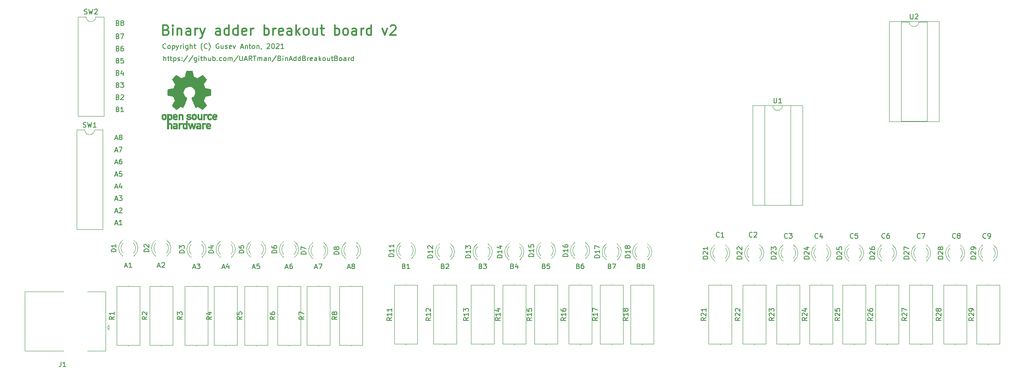
<source format=gbr>
%TF.GenerationSoftware,KiCad,Pcbnew,(5.1.9)-1*%
%TF.CreationDate,2021-06-05T08:41:14+03:00*%
%TF.ProjectId,AdderBreakoutV2,41646465-7242-4726-9561-6b6f75745632,rev?*%
%TF.SameCoordinates,Original*%
%TF.FileFunction,Legend,Top*%
%TF.FilePolarity,Positive*%
%FSLAX46Y46*%
G04 Gerber Fmt 4.6, Leading zero omitted, Abs format (unit mm)*
G04 Created by KiCad (PCBNEW (5.1.9)-1) date 2021-06-05 08:41:14*
%MOMM*%
%LPD*%
G01*
G04 APERTURE LIST*
%ADD10C,0.150000*%
%ADD11C,0.300000*%
%ADD12C,0.010000*%
%ADD13C,0.120000*%
G04 APERTURE END LIST*
D10*
X61523809Y-128452380D02*
X61523809Y-127452380D01*
X61952380Y-128452380D02*
X61952380Y-127928571D01*
X61904761Y-127833333D01*
X61809523Y-127785714D01*
X61666666Y-127785714D01*
X61571428Y-127833333D01*
X61523809Y-127880952D01*
X62285714Y-127785714D02*
X62666666Y-127785714D01*
X62428571Y-127452380D02*
X62428571Y-128309523D01*
X62476190Y-128404761D01*
X62571428Y-128452380D01*
X62666666Y-128452380D01*
X62857142Y-127785714D02*
X63238095Y-127785714D01*
X63000000Y-127452380D02*
X63000000Y-128309523D01*
X63047619Y-128404761D01*
X63142857Y-128452380D01*
X63238095Y-128452380D01*
X63571428Y-127785714D02*
X63571428Y-128785714D01*
X63571428Y-127833333D02*
X63666666Y-127785714D01*
X63857142Y-127785714D01*
X63952380Y-127833333D01*
X64000000Y-127880952D01*
X64047619Y-127976190D01*
X64047619Y-128261904D01*
X64000000Y-128357142D01*
X63952380Y-128404761D01*
X63857142Y-128452380D01*
X63666666Y-128452380D01*
X63571428Y-128404761D01*
X64428571Y-128404761D02*
X64523809Y-128452380D01*
X64714285Y-128452380D01*
X64809523Y-128404761D01*
X64857142Y-128309523D01*
X64857142Y-128261904D01*
X64809523Y-128166666D01*
X64714285Y-128119047D01*
X64571428Y-128119047D01*
X64476190Y-128071428D01*
X64428571Y-127976190D01*
X64428571Y-127928571D01*
X64476190Y-127833333D01*
X64571428Y-127785714D01*
X64714285Y-127785714D01*
X64809523Y-127833333D01*
X65285714Y-128357142D02*
X65333333Y-128404761D01*
X65285714Y-128452380D01*
X65238095Y-128404761D01*
X65285714Y-128357142D01*
X65285714Y-128452380D01*
X65285714Y-127833333D02*
X65333333Y-127880952D01*
X65285714Y-127928571D01*
X65238095Y-127880952D01*
X65285714Y-127833333D01*
X65285714Y-127928571D01*
X66476190Y-127404761D02*
X65619047Y-128690476D01*
X67523809Y-127404761D02*
X66666666Y-128690476D01*
X68285714Y-127785714D02*
X68285714Y-128595238D01*
X68238095Y-128690476D01*
X68190476Y-128738095D01*
X68095238Y-128785714D01*
X67952380Y-128785714D01*
X67857142Y-128738095D01*
X68285714Y-128404761D02*
X68190476Y-128452380D01*
X68000000Y-128452380D01*
X67904761Y-128404761D01*
X67857142Y-128357142D01*
X67809523Y-128261904D01*
X67809523Y-127976190D01*
X67857142Y-127880952D01*
X67904761Y-127833333D01*
X68000000Y-127785714D01*
X68190476Y-127785714D01*
X68285714Y-127833333D01*
X68761904Y-128452380D02*
X68761904Y-127785714D01*
X68761904Y-127452380D02*
X68714285Y-127500000D01*
X68761904Y-127547619D01*
X68809523Y-127500000D01*
X68761904Y-127452380D01*
X68761904Y-127547619D01*
X69095238Y-127785714D02*
X69476190Y-127785714D01*
X69238095Y-127452380D02*
X69238095Y-128309523D01*
X69285714Y-128404761D01*
X69380952Y-128452380D01*
X69476190Y-128452380D01*
X69809523Y-128452380D02*
X69809523Y-127452380D01*
X70238095Y-128452380D02*
X70238095Y-127928571D01*
X70190476Y-127833333D01*
X70095238Y-127785714D01*
X69952380Y-127785714D01*
X69857142Y-127833333D01*
X69809523Y-127880952D01*
X71142857Y-127785714D02*
X71142857Y-128452380D01*
X70714285Y-127785714D02*
X70714285Y-128309523D01*
X70761904Y-128404761D01*
X70857142Y-128452380D01*
X71000000Y-128452380D01*
X71095238Y-128404761D01*
X71142857Y-128357142D01*
X71619047Y-128452380D02*
X71619047Y-127452380D01*
X71619047Y-127833333D02*
X71714285Y-127785714D01*
X71904761Y-127785714D01*
X72000000Y-127833333D01*
X72047619Y-127880952D01*
X72095238Y-127976190D01*
X72095238Y-128261904D01*
X72047619Y-128357142D01*
X72000000Y-128404761D01*
X71904761Y-128452380D01*
X71714285Y-128452380D01*
X71619047Y-128404761D01*
X72523809Y-128357142D02*
X72571428Y-128404761D01*
X72523809Y-128452380D01*
X72476190Y-128404761D01*
X72523809Y-128357142D01*
X72523809Y-128452380D01*
X73428571Y-128404761D02*
X73333333Y-128452380D01*
X73142857Y-128452380D01*
X73047619Y-128404761D01*
X73000000Y-128357142D01*
X72952380Y-128261904D01*
X72952380Y-127976190D01*
X73000000Y-127880952D01*
X73047619Y-127833333D01*
X73142857Y-127785714D01*
X73333333Y-127785714D01*
X73428571Y-127833333D01*
X74000000Y-128452380D02*
X73904761Y-128404761D01*
X73857142Y-128357142D01*
X73809523Y-128261904D01*
X73809523Y-127976190D01*
X73857142Y-127880952D01*
X73904761Y-127833333D01*
X74000000Y-127785714D01*
X74142857Y-127785714D01*
X74238095Y-127833333D01*
X74285714Y-127880952D01*
X74333333Y-127976190D01*
X74333333Y-128261904D01*
X74285714Y-128357142D01*
X74238095Y-128404761D01*
X74142857Y-128452380D01*
X74000000Y-128452380D01*
X74761904Y-128452380D02*
X74761904Y-127785714D01*
X74761904Y-127880952D02*
X74809523Y-127833333D01*
X74904761Y-127785714D01*
X75047619Y-127785714D01*
X75142857Y-127833333D01*
X75190476Y-127928571D01*
X75190476Y-128452380D01*
X75190476Y-127928571D02*
X75238095Y-127833333D01*
X75333333Y-127785714D01*
X75476190Y-127785714D01*
X75571428Y-127833333D01*
X75619047Y-127928571D01*
X75619047Y-128452380D01*
X76809523Y-127404761D02*
X75952380Y-128690476D01*
X77142857Y-127452380D02*
X77142857Y-128261904D01*
X77190476Y-128357142D01*
X77238095Y-128404761D01*
X77333333Y-128452380D01*
X77523809Y-128452380D01*
X77619047Y-128404761D01*
X77666666Y-128357142D01*
X77714285Y-128261904D01*
X77714285Y-127452380D01*
X78142857Y-128166666D02*
X78619047Y-128166666D01*
X78047619Y-128452380D02*
X78380952Y-127452380D01*
X78714285Y-128452380D01*
X79619047Y-128452380D02*
X79285714Y-127976190D01*
X79047619Y-128452380D02*
X79047619Y-127452380D01*
X79428571Y-127452380D01*
X79523809Y-127500000D01*
X79571428Y-127547619D01*
X79619047Y-127642857D01*
X79619047Y-127785714D01*
X79571428Y-127880952D01*
X79523809Y-127928571D01*
X79428571Y-127976190D01*
X79047619Y-127976190D01*
X79904761Y-127452380D02*
X80476190Y-127452380D01*
X80190476Y-128452380D02*
X80190476Y-127452380D01*
X80809523Y-128452380D02*
X80809523Y-127785714D01*
X80809523Y-127880952D02*
X80857142Y-127833333D01*
X80952380Y-127785714D01*
X81095238Y-127785714D01*
X81190476Y-127833333D01*
X81238095Y-127928571D01*
X81238095Y-128452380D01*
X81238095Y-127928571D02*
X81285714Y-127833333D01*
X81380952Y-127785714D01*
X81523809Y-127785714D01*
X81619047Y-127833333D01*
X81666666Y-127928571D01*
X81666666Y-128452380D01*
X82571428Y-128452380D02*
X82571428Y-127928571D01*
X82523809Y-127833333D01*
X82428571Y-127785714D01*
X82238095Y-127785714D01*
X82142857Y-127833333D01*
X82571428Y-128404761D02*
X82476190Y-128452380D01*
X82238095Y-128452380D01*
X82142857Y-128404761D01*
X82095238Y-128309523D01*
X82095238Y-128214285D01*
X82142857Y-128119047D01*
X82238095Y-128071428D01*
X82476190Y-128071428D01*
X82571428Y-128023809D01*
X83047619Y-127785714D02*
X83047619Y-128452380D01*
X83047619Y-127880952D02*
X83095238Y-127833333D01*
X83190476Y-127785714D01*
X83333333Y-127785714D01*
X83428571Y-127833333D01*
X83476190Y-127928571D01*
X83476190Y-128452380D01*
X84666666Y-127404761D02*
X83809523Y-128690476D01*
X85333333Y-127928571D02*
X85476190Y-127976190D01*
X85523809Y-128023809D01*
X85571428Y-128119047D01*
X85571428Y-128261904D01*
X85523809Y-128357142D01*
X85476190Y-128404761D01*
X85380952Y-128452380D01*
X85000000Y-128452380D01*
X85000000Y-127452380D01*
X85333333Y-127452380D01*
X85428571Y-127500000D01*
X85476190Y-127547619D01*
X85523809Y-127642857D01*
X85523809Y-127738095D01*
X85476190Y-127833333D01*
X85428571Y-127880952D01*
X85333333Y-127928571D01*
X85000000Y-127928571D01*
X86000000Y-128452380D02*
X86000000Y-127785714D01*
X86000000Y-127452380D02*
X85952380Y-127500000D01*
X86000000Y-127547619D01*
X86047619Y-127500000D01*
X86000000Y-127452380D01*
X86000000Y-127547619D01*
X86476190Y-127785714D02*
X86476190Y-128452380D01*
X86476190Y-127880952D02*
X86523809Y-127833333D01*
X86619047Y-127785714D01*
X86761904Y-127785714D01*
X86857142Y-127833333D01*
X86904761Y-127928571D01*
X86904761Y-128452380D01*
X87333333Y-128166666D02*
X87809523Y-128166666D01*
X87238095Y-128452380D02*
X87571428Y-127452380D01*
X87904761Y-128452380D01*
X88666666Y-128452380D02*
X88666666Y-127452380D01*
X88666666Y-128404761D02*
X88571428Y-128452380D01*
X88380952Y-128452380D01*
X88285714Y-128404761D01*
X88238095Y-128357142D01*
X88190476Y-128261904D01*
X88190476Y-127976190D01*
X88238095Y-127880952D01*
X88285714Y-127833333D01*
X88380952Y-127785714D01*
X88571428Y-127785714D01*
X88666666Y-127833333D01*
X89571428Y-128452380D02*
X89571428Y-127452380D01*
X89571428Y-128404761D02*
X89476190Y-128452380D01*
X89285714Y-128452380D01*
X89190476Y-128404761D01*
X89142857Y-128357142D01*
X89095238Y-128261904D01*
X89095238Y-127976190D01*
X89142857Y-127880952D01*
X89190476Y-127833333D01*
X89285714Y-127785714D01*
X89476190Y-127785714D01*
X89571428Y-127833333D01*
X90380952Y-127928571D02*
X90523809Y-127976190D01*
X90571428Y-128023809D01*
X90619047Y-128119047D01*
X90619047Y-128261904D01*
X90571428Y-128357142D01*
X90523809Y-128404761D01*
X90428571Y-128452380D01*
X90047619Y-128452380D01*
X90047619Y-127452380D01*
X90380952Y-127452380D01*
X90476190Y-127500000D01*
X90523809Y-127547619D01*
X90571428Y-127642857D01*
X90571428Y-127738095D01*
X90523809Y-127833333D01*
X90476190Y-127880952D01*
X90380952Y-127928571D01*
X90047619Y-127928571D01*
X91047619Y-128452380D02*
X91047619Y-127785714D01*
X91047619Y-127976190D02*
X91095238Y-127880952D01*
X91142857Y-127833333D01*
X91238095Y-127785714D01*
X91333333Y-127785714D01*
X92047619Y-128404761D02*
X91952380Y-128452380D01*
X91761904Y-128452380D01*
X91666666Y-128404761D01*
X91619047Y-128309523D01*
X91619047Y-127928571D01*
X91666666Y-127833333D01*
X91761904Y-127785714D01*
X91952380Y-127785714D01*
X92047619Y-127833333D01*
X92095238Y-127928571D01*
X92095238Y-128023809D01*
X91619047Y-128119047D01*
X92952380Y-128452380D02*
X92952380Y-127928571D01*
X92904761Y-127833333D01*
X92809523Y-127785714D01*
X92619047Y-127785714D01*
X92523809Y-127833333D01*
X92952380Y-128404761D02*
X92857142Y-128452380D01*
X92619047Y-128452380D01*
X92523809Y-128404761D01*
X92476190Y-128309523D01*
X92476190Y-128214285D01*
X92523809Y-128119047D01*
X92619047Y-128071428D01*
X92857142Y-128071428D01*
X92952380Y-128023809D01*
X93428571Y-128452380D02*
X93428571Y-127452380D01*
X93523809Y-128071428D02*
X93809523Y-128452380D01*
X93809523Y-127785714D02*
X93428571Y-128166666D01*
X94380952Y-128452380D02*
X94285714Y-128404761D01*
X94238095Y-128357142D01*
X94190476Y-128261904D01*
X94190476Y-127976190D01*
X94238095Y-127880952D01*
X94285714Y-127833333D01*
X94380952Y-127785714D01*
X94523809Y-127785714D01*
X94619047Y-127833333D01*
X94666666Y-127880952D01*
X94714285Y-127976190D01*
X94714285Y-128261904D01*
X94666666Y-128357142D01*
X94619047Y-128404761D01*
X94523809Y-128452380D01*
X94380952Y-128452380D01*
X95571428Y-127785714D02*
X95571428Y-128452380D01*
X95142857Y-127785714D02*
X95142857Y-128309523D01*
X95190476Y-128404761D01*
X95285714Y-128452380D01*
X95428571Y-128452380D01*
X95523809Y-128404761D01*
X95571428Y-128357142D01*
X95904761Y-127785714D02*
X96285714Y-127785714D01*
X96047619Y-127452380D02*
X96047619Y-128309523D01*
X96095238Y-128404761D01*
X96190476Y-128452380D01*
X96285714Y-128452380D01*
X96952380Y-127928571D02*
X97095238Y-127976190D01*
X97142857Y-128023809D01*
X97190476Y-128119047D01*
X97190476Y-128261904D01*
X97142857Y-128357142D01*
X97095238Y-128404761D01*
X97000000Y-128452380D01*
X96619047Y-128452380D01*
X96619047Y-127452380D01*
X96952380Y-127452380D01*
X97047619Y-127500000D01*
X97095238Y-127547619D01*
X97142857Y-127642857D01*
X97142857Y-127738095D01*
X97095238Y-127833333D01*
X97047619Y-127880952D01*
X96952380Y-127928571D01*
X96619047Y-127928571D01*
X97761904Y-128452380D02*
X97666666Y-128404761D01*
X97619047Y-128357142D01*
X97571428Y-128261904D01*
X97571428Y-127976190D01*
X97619047Y-127880952D01*
X97666666Y-127833333D01*
X97761904Y-127785714D01*
X97904761Y-127785714D01*
X98000000Y-127833333D01*
X98047619Y-127880952D01*
X98095238Y-127976190D01*
X98095238Y-128261904D01*
X98047619Y-128357142D01*
X98000000Y-128404761D01*
X97904761Y-128452380D01*
X97761904Y-128452380D01*
X98952380Y-128452380D02*
X98952380Y-127928571D01*
X98904761Y-127833333D01*
X98809523Y-127785714D01*
X98619047Y-127785714D01*
X98523809Y-127833333D01*
X98952380Y-128404761D02*
X98857142Y-128452380D01*
X98619047Y-128452380D01*
X98523809Y-128404761D01*
X98476190Y-128309523D01*
X98476190Y-128214285D01*
X98523809Y-128119047D01*
X98619047Y-128071428D01*
X98857142Y-128071428D01*
X98952380Y-128023809D01*
X99428571Y-128452380D02*
X99428571Y-127785714D01*
X99428571Y-127976190D02*
X99476190Y-127880952D01*
X99523809Y-127833333D01*
X99619047Y-127785714D01*
X99714285Y-127785714D01*
X100476190Y-128452380D02*
X100476190Y-127452380D01*
X100476190Y-128404761D02*
X100380952Y-128452380D01*
X100190476Y-128452380D01*
X100095238Y-128404761D01*
X100047619Y-128357142D01*
X100000000Y-128261904D01*
X100000000Y-127976190D01*
X100047619Y-127880952D01*
X100095238Y-127833333D01*
X100190476Y-127785714D01*
X100380952Y-127785714D01*
X100476190Y-127833333D01*
X61964285Y-125857142D02*
X61916666Y-125904761D01*
X61773809Y-125952380D01*
X61678571Y-125952380D01*
X61535714Y-125904761D01*
X61440476Y-125809523D01*
X61392857Y-125714285D01*
X61345238Y-125523809D01*
X61345238Y-125380952D01*
X61392857Y-125190476D01*
X61440476Y-125095238D01*
X61535714Y-125000000D01*
X61678571Y-124952380D01*
X61773809Y-124952380D01*
X61916666Y-125000000D01*
X61964285Y-125047619D01*
X62535714Y-125952380D02*
X62440476Y-125904761D01*
X62392857Y-125857142D01*
X62345238Y-125761904D01*
X62345238Y-125476190D01*
X62392857Y-125380952D01*
X62440476Y-125333333D01*
X62535714Y-125285714D01*
X62678571Y-125285714D01*
X62773809Y-125333333D01*
X62821428Y-125380952D01*
X62869047Y-125476190D01*
X62869047Y-125761904D01*
X62821428Y-125857142D01*
X62773809Y-125904761D01*
X62678571Y-125952380D01*
X62535714Y-125952380D01*
X63297619Y-125285714D02*
X63297619Y-126285714D01*
X63297619Y-125333333D02*
X63392857Y-125285714D01*
X63583333Y-125285714D01*
X63678571Y-125333333D01*
X63726190Y-125380952D01*
X63773809Y-125476190D01*
X63773809Y-125761904D01*
X63726190Y-125857142D01*
X63678571Y-125904761D01*
X63583333Y-125952380D01*
X63392857Y-125952380D01*
X63297619Y-125904761D01*
X64107142Y-125285714D02*
X64345238Y-125952380D01*
X64583333Y-125285714D02*
X64345238Y-125952380D01*
X64250000Y-126190476D01*
X64202380Y-126238095D01*
X64107142Y-126285714D01*
X64964285Y-125952380D02*
X64964285Y-125285714D01*
X64964285Y-125476190D02*
X65011904Y-125380952D01*
X65059523Y-125333333D01*
X65154761Y-125285714D01*
X65250000Y-125285714D01*
X65583333Y-125952380D02*
X65583333Y-125285714D01*
X65583333Y-124952380D02*
X65535714Y-125000000D01*
X65583333Y-125047619D01*
X65630952Y-125000000D01*
X65583333Y-124952380D01*
X65583333Y-125047619D01*
X66488095Y-125285714D02*
X66488095Y-126095238D01*
X66440476Y-126190476D01*
X66392857Y-126238095D01*
X66297619Y-126285714D01*
X66154761Y-126285714D01*
X66059523Y-126238095D01*
X66488095Y-125904761D02*
X66392857Y-125952380D01*
X66202380Y-125952380D01*
X66107142Y-125904761D01*
X66059523Y-125857142D01*
X66011904Y-125761904D01*
X66011904Y-125476190D01*
X66059523Y-125380952D01*
X66107142Y-125333333D01*
X66202380Y-125285714D01*
X66392857Y-125285714D01*
X66488095Y-125333333D01*
X66964285Y-125952380D02*
X66964285Y-124952380D01*
X67392857Y-125952380D02*
X67392857Y-125428571D01*
X67345238Y-125333333D01*
X67250000Y-125285714D01*
X67107142Y-125285714D01*
X67011904Y-125333333D01*
X66964285Y-125380952D01*
X67726190Y-125285714D02*
X68107142Y-125285714D01*
X67869047Y-124952380D02*
X67869047Y-125809523D01*
X67916666Y-125904761D01*
X68011904Y-125952380D01*
X68107142Y-125952380D01*
X69488095Y-126333333D02*
X69440476Y-126285714D01*
X69345238Y-126142857D01*
X69297619Y-126047619D01*
X69250000Y-125904761D01*
X69202380Y-125666666D01*
X69202380Y-125476190D01*
X69250000Y-125238095D01*
X69297619Y-125095238D01*
X69345238Y-125000000D01*
X69440476Y-124857142D01*
X69488095Y-124809523D01*
X70440476Y-125857142D02*
X70392857Y-125904761D01*
X70250000Y-125952380D01*
X70154761Y-125952380D01*
X70011904Y-125904761D01*
X69916666Y-125809523D01*
X69869047Y-125714285D01*
X69821428Y-125523809D01*
X69821428Y-125380952D01*
X69869047Y-125190476D01*
X69916666Y-125095238D01*
X70011904Y-125000000D01*
X70154761Y-124952380D01*
X70250000Y-124952380D01*
X70392857Y-125000000D01*
X70440476Y-125047619D01*
X70773809Y-126333333D02*
X70821428Y-126285714D01*
X70916666Y-126142857D01*
X70964285Y-126047619D01*
X71011904Y-125904761D01*
X71059523Y-125666666D01*
X71059523Y-125476190D01*
X71011904Y-125238095D01*
X70964285Y-125095238D01*
X70916666Y-125000000D01*
X70821428Y-124857142D01*
X70773809Y-124809523D01*
X72821428Y-125000000D02*
X72726190Y-124952380D01*
X72583333Y-124952380D01*
X72440476Y-125000000D01*
X72345238Y-125095238D01*
X72297619Y-125190476D01*
X72250000Y-125380952D01*
X72250000Y-125523809D01*
X72297619Y-125714285D01*
X72345238Y-125809523D01*
X72440476Y-125904761D01*
X72583333Y-125952380D01*
X72678571Y-125952380D01*
X72821428Y-125904761D01*
X72869047Y-125857142D01*
X72869047Y-125523809D01*
X72678571Y-125523809D01*
X73726190Y-125285714D02*
X73726190Y-125952380D01*
X73297619Y-125285714D02*
X73297619Y-125809523D01*
X73345238Y-125904761D01*
X73440476Y-125952380D01*
X73583333Y-125952380D01*
X73678571Y-125904761D01*
X73726190Y-125857142D01*
X74154761Y-125904761D02*
X74250000Y-125952380D01*
X74440476Y-125952380D01*
X74535714Y-125904761D01*
X74583333Y-125809523D01*
X74583333Y-125761904D01*
X74535714Y-125666666D01*
X74440476Y-125619047D01*
X74297619Y-125619047D01*
X74202380Y-125571428D01*
X74154761Y-125476190D01*
X74154761Y-125428571D01*
X74202380Y-125333333D01*
X74297619Y-125285714D01*
X74440476Y-125285714D01*
X74535714Y-125333333D01*
X75392857Y-125904761D02*
X75297619Y-125952380D01*
X75107142Y-125952380D01*
X75011904Y-125904761D01*
X74964285Y-125809523D01*
X74964285Y-125428571D01*
X75011904Y-125333333D01*
X75107142Y-125285714D01*
X75297619Y-125285714D01*
X75392857Y-125333333D01*
X75440476Y-125428571D01*
X75440476Y-125523809D01*
X74964285Y-125619047D01*
X75773809Y-125285714D02*
X76011904Y-125952380D01*
X76250000Y-125285714D01*
X77345238Y-125666666D02*
X77821428Y-125666666D01*
X77250000Y-125952380D02*
X77583333Y-124952380D01*
X77916666Y-125952380D01*
X78250000Y-125285714D02*
X78250000Y-125952380D01*
X78250000Y-125380952D02*
X78297619Y-125333333D01*
X78392857Y-125285714D01*
X78535714Y-125285714D01*
X78630952Y-125333333D01*
X78678571Y-125428571D01*
X78678571Y-125952380D01*
X79011904Y-125285714D02*
X79392857Y-125285714D01*
X79154761Y-124952380D02*
X79154761Y-125809523D01*
X79202380Y-125904761D01*
X79297619Y-125952380D01*
X79392857Y-125952380D01*
X79869047Y-125952380D02*
X79773809Y-125904761D01*
X79726190Y-125857142D01*
X79678571Y-125761904D01*
X79678571Y-125476190D01*
X79726190Y-125380952D01*
X79773809Y-125333333D01*
X79869047Y-125285714D01*
X80011904Y-125285714D01*
X80107142Y-125333333D01*
X80154761Y-125380952D01*
X80202380Y-125476190D01*
X80202380Y-125761904D01*
X80154761Y-125857142D01*
X80107142Y-125904761D01*
X80011904Y-125952380D01*
X79869047Y-125952380D01*
X80630952Y-125285714D02*
X80630952Y-125952380D01*
X80630952Y-125380952D02*
X80678571Y-125333333D01*
X80773809Y-125285714D01*
X80916666Y-125285714D01*
X81011904Y-125333333D01*
X81059523Y-125428571D01*
X81059523Y-125952380D01*
X81583333Y-125904761D02*
X81583333Y-125952380D01*
X81535714Y-126047619D01*
X81488095Y-126095238D01*
X82726190Y-125047619D02*
X82773809Y-125000000D01*
X82869047Y-124952380D01*
X83107142Y-124952380D01*
X83202380Y-125000000D01*
X83249999Y-125047619D01*
X83297619Y-125142857D01*
X83297619Y-125238095D01*
X83249999Y-125380952D01*
X82678571Y-125952380D01*
X83297619Y-125952380D01*
X83916666Y-124952380D02*
X84011904Y-124952380D01*
X84107142Y-125000000D01*
X84154761Y-125047619D01*
X84202380Y-125142857D01*
X84249999Y-125333333D01*
X84249999Y-125571428D01*
X84202380Y-125761904D01*
X84154761Y-125857142D01*
X84107142Y-125904761D01*
X84011904Y-125952380D01*
X83916666Y-125952380D01*
X83821428Y-125904761D01*
X83773809Y-125857142D01*
X83726190Y-125761904D01*
X83678571Y-125571428D01*
X83678571Y-125333333D01*
X83726190Y-125142857D01*
X83773809Y-125047619D01*
X83821428Y-125000000D01*
X83916666Y-124952380D01*
X84630952Y-125047619D02*
X84678571Y-125000000D01*
X84773809Y-124952380D01*
X85011904Y-124952380D01*
X85107142Y-125000000D01*
X85154761Y-125047619D01*
X85202380Y-125142857D01*
X85202380Y-125238095D01*
X85154761Y-125380952D01*
X84583333Y-125952380D01*
X85202380Y-125952380D01*
X86154761Y-125952380D02*
X85583333Y-125952380D01*
X85869047Y-125952380D02*
X85869047Y-124952380D01*
X85773809Y-125095238D01*
X85678571Y-125190476D01*
X85583333Y-125238095D01*
D11*
X62059523Y-122107142D02*
X62345238Y-122202380D01*
X62440476Y-122297619D01*
X62535714Y-122488095D01*
X62535714Y-122773809D01*
X62440476Y-122964285D01*
X62345238Y-123059523D01*
X62154761Y-123154761D01*
X61392857Y-123154761D01*
X61392857Y-121154761D01*
X62059523Y-121154761D01*
X62249999Y-121250000D01*
X62345238Y-121345238D01*
X62440476Y-121535714D01*
X62440476Y-121726190D01*
X62345238Y-121916666D01*
X62249999Y-122011904D01*
X62059523Y-122107142D01*
X61392857Y-122107142D01*
X63392857Y-123154761D02*
X63392857Y-121821428D01*
X63392857Y-121154761D02*
X63297619Y-121250000D01*
X63392857Y-121345238D01*
X63488095Y-121250000D01*
X63392857Y-121154761D01*
X63392857Y-121345238D01*
X64345238Y-121821428D02*
X64345238Y-123154761D01*
X64345238Y-122011904D02*
X64440476Y-121916666D01*
X64630952Y-121821428D01*
X64916666Y-121821428D01*
X65107142Y-121916666D01*
X65202380Y-122107142D01*
X65202380Y-123154761D01*
X67011904Y-123154761D02*
X67011904Y-122107142D01*
X66916666Y-121916666D01*
X66726190Y-121821428D01*
X66345238Y-121821428D01*
X66154761Y-121916666D01*
X67011904Y-123059523D02*
X66821428Y-123154761D01*
X66345238Y-123154761D01*
X66154761Y-123059523D01*
X66059523Y-122869047D01*
X66059523Y-122678571D01*
X66154761Y-122488095D01*
X66345238Y-122392857D01*
X66821428Y-122392857D01*
X67011904Y-122297619D01*
X67964285Y-123154761D02*
X67964285Y-121821428D01*
X67964285Y-122202380D02*
X68059523Y-122011904D01*
X68154761Y-121916666D01*
X68345238Y-121821428D01*
X68535714Y-121821428D01*
X69011904Y-121821428D02*
X69488095Y-123154761D01*
X69964285Y-121821428D02*
X69488095Y-123154761D01*
X69297619Y-123630952D01*
X69202380Y-123726190D01*
X69011904Y-123821428D01*
X73107142Y-123154761D02*
X73107142Y-122107142D01*
X73011904Y-121916666D01*
X72821428Y-121821428D01*
X72440476Y-121821428D01*
X72249999Y-121916666D01*
X73107142Y-123059523D02*
X72916666Y-123154761D01*
X72440476Y-123154761D01*
X72249999Y-123059523D01*
X72154761Y-122869047D01*
X72154761Y-122678571D01*
X72249999Y-122488095D01*
X72440476Y-122392857D01*
X72916666Y-122392857D01*
X73107142Y-122297619D01*
X74916666Y-123154761D02*
X74916666Y-121154761D01*
X74916666Y-123059523D02*
X74726190Y-123154761D01*
X74345238Y-123154761D01*
X74154761Y-123059523D01*
X74059523Y-122964285D01*
X73964285Y-122773809D01*
X73964285Y-122202380D01*
X74059523Y-122011904D01*
X74154761Y-121916666D01*
X74345238Y-121821428D01*
X74726190Y-121821428D01*
X74916666Y-121916666D01*
X76726190Y-123154761D02*
X76726190Y-121154761D01*
X76726190Y-123059523D02*
X76535714Y-123154761D01*
X76154761Y-123154761D01*
X75964285Y-123059523D01*
X75869047Y-122964285D01*
X75773809Y-122773809D01*
X75773809Y-122202380D01*
X75869047Y-122011904D01*
X75964285Y-121916666D01*
X76154761Y-121821428D01*
X76535714Y-121821428D01*
X76726190Y-121916666D01*
X78440476Y-123059523D02*
X78249999Y-123154761D01*
X77869047Y-123154761D01*
X77678571Y-123059523D01*
X77583333Y-122869047D01*
X77583333Y-122107142D01*
X77678571Y-121916666D01*
X77869047Y-121821428D01*
X78249999Y-121821428D01*
X78440476Y-121916666D01*
X78535714Y-122107142D01*
X78535714Y-122297619D01*
X77583333Y-122488095D01*
X79392857Y-123154761D02*
X79392857Y-121821428D01*
X79392857Y-122202380D02*
X79488095Y-122011904D01*
X79583333Y-121916666D01*
X79773809Y-121821428D01*
X79964285Y-121821428D01*
X82154761Y-123154761D02*
X82154761Y-121154761D01*
X82154761Y-121916666D02*
X82345238Y-121821428D01*
X82726190Y-121821428D01*
X82916666Y-121916666D01*
X83011904Y-122011904D01*
X83107142Y-122202380D01*
X83107142Y-122773809D01*
X83011904Y-122964285D01*
X82916666Y-123059523D01*
X82726190Y-123154761D01*
X82345238Y-123154761D01*
X82154761Y-123059523D01*
X83964285Y-123154761D02*
X83964285Y-121821428D01*
X83964285Y-122202380D02*
X84059523Y-122011904D01*
X84154761Y-121916666D01*
X84345238Y-121821428D01*
X84535714Y-121821428D01*
X85964285Y-123059523D02*
X85773809Y-123154761D01*
X85392857Y-123154761D01*
X85202380Y-123059523D01*
X85107142Y-122869047D01*
X85107142Y-122107142D01*
X85202380Y-121916666D01*
X85392857Y-121821428D01*
X85773809Y-121821428D01*
X85964285Y-121916666D01*
X86059523Y-122107142D01*
X86059523Y-122297619D01*
X85107142Y-122488095D01*
X87773809Y-123154761D02*
X87773809Y-122107142D01*
X87678571Y-121916666D01*
X87488095Y-121821428D01*
X87107142Y-121821428D01*
X86916666Y-121916666D01*
X87773809Y-123059523D02*
X87583333Y-123154761D01*
X87107142Y-123154761D01*
X86916666Y-123059523D01*
X86821428Y-122869047D01*
X86821428Y-122678571D01*
X86916666Y-122488095D01*
X87107142Y-122392857D01*
X87583333Y-122392857D01*
X87773809Y-122297619D01*
X88726190Y-123154761D02*
X88726190Y-121154761D01*
X88916666Y-122392857D02*
X89488095Y-123154761D01*
X89488095Y-121821428D02*
X88726190Y-122583333D01*
X90630952Y-123154761D02*
X90440476Y-123059523D01*
X90345238Y-122964285D01*
X90249999Y-122773809D01*
X90249999Y-122202380D01*
X90345238Y-122011904D01*
X90440476Y-121916666D01*
X90630952Y-121821428D01*
X90916666Y-121821428D01*
X91107142Y-121916666D01*
X91202380Y-122011904D01*
X91297619Y-122202380D01*
X91297619Y-122773809D01*
X91202380Y-122964285D01*
X91107142Y-123059523D01*
X90916666Y-123154761D01*
X90630952Y-123154761D01*
X93011904Y-121821428D02*
X93011904Y-123154761D01*
X92154761Y-121821428D02*
X92154761Y-122869047D01*
X92249999Y-123059523D01*
X92440476Y-123154761D01*
X92726190Y-123154761D01*
X92916666Y-123059523D01*
X93011904Y-122964285D01*
X93678571Y-121821428D02*
X94440476Y-121821428D01*
X93964285Y-121154761D02*
X93964285Y-122869047D01*
X94059523Y-123059523D01*
X94249999Y-123154761D01*
X94440476Y-123154761D01*
X96630952Y-123154761D02*
X96630952Y-121154761D01*
X96630952Y-121916666D02*
X96821428Y-121821428D01*
X97202380Y-121821428D01*
X97392857Y-121916666D01*
X97488095Y-122011904D01*
X97583333Y-122202380D01*
X97583333Y-122773809D01*
X97488095Y-122964285D01*
X97392857Y-123059523D01*
X97202380Y-123154761D01*
X96821428Y-123154761D01*
X96630952Y-123059523D01*
X98726190Y-123154761D02*
X98535714Y-123059523D01*
X98440476Y-122964285D01*
X98345238Y-122773809D01*
X98345238Y-122202380D01*
X98440476Y-122011904D01*
X98535714Y-121916666D01*
X98726190Y-121821428D01*
X99011904Y-121821428D01*
X99202380Y-121916666D01*
X99297619Y-122011904D01*
X99392857Y-122202380D01*
X99392857Y-122773809D01*
X99297619Y-122964285D01*
X99202380Y-123059523D01*
X99011904Y-123154761D01*
X98726190Y-123154761D01*
X101107142Y-123154761D02*
X101107142Y-122107142D01*
X101011904Y-121916666D01*
X100821428Y-121821428D01*
X100440476Y-121821428D01*
X100249999Y-121916666D01*
X101107142Y-123059523D02*
X100916666Y-123154761D01*
X100440476Y-123154761D01*
X100249999Y-123059523D01*
X100154761Y-122869047D01*
X100154761Y-122678571D01*
X100249999Y-122488095D01*
X100440476Y-122392857D01*
X100916666Y-122392857D01*
X101107142Y-122297619D01*
X102059523Y-123154761D02*
X102059523Y-121821428D01*
X102059523Y-122202380D02*
X102154761Y-122011904D01*
X102249999Y-121916666D01*
X102440476Y-121821428D01*
X102630952Y-121821428D01*
X104154761Y-123154761D02*
X104154761Y-121154761D01*
X104154761Y-123059523D02*
X103964285Y-123154761D01*
X103583333Y-123154761D01*
X103392857Y-123059523D01*
X103297619Y-122964285D01*
X103202380Y-122773809D01*
X103202380Y-122202380D01*
X103297619Y-122011904D01*
X103392857Y-121916666D01*
X103583333Y-121821428D01*
X103964285Y-121821428D01*
X104154761Y-121916666D01*
X106440476Y-121821428D02*
X106916666Y-123154761D01*
X107392857Y-121821428D01*
X108059523Y-121345238D02*
X108154761Y-121250000D01*
X108345238Y-121154761D01*
X108821428Y-121154761D01*
X109011904Y-121250000D01*
X109107142Y-121345238D01*
X109202380Y-121535714D01*
X109202380Y-121726190D01*
X109107142Y-122011904D01*
X107964285Y-123154761D01*
X109202380Y-123154761D01*
D10*
X230333333Y-164857142D02*
X230285714Y-164904761D01*
X230142857Y-164952380D01*
X230047619Y-164952380D01*
X229904761Y-164904761D01*
X229809523Y-164809523D01*
X229761904Y-164714285D01*
X229714285Y-164523809D01*
X229714285Y-164380952D01*
X229761904Y-164190476D01*
X229809523Y-164095238D01*
X229904761Y-164000000D01*
X230047619Y-163952380D01*
X230142857Y-163952380D01*
X230285714Y-164000000D01*
X230333333Y-164047619D01*
X230809523Y-164952380D02*
X231000000Y-164952380D01*
X231095238Y-164904761D01*
X231142857Y-164857142D01*
X231238095Y-164714285D01*
X231285714Y-164523809D01*
X231285714Y-164142857D01*
X231238095Y-164047619D01*
X231190476Y-164000000D01*
X231095238Y-163952380D01*
X230904761Y-163952380D01*
X230809523Y-164000000D01*
X230761904Y-164047619D01*
X230714285Y-164142857D01*
X230714285Y-164380952D01*
X230761904Y-164476190D01*
X230809523Y-164523809D01*
X230904761Y-164571428D01*
X231095238Y-164571428D01*
X231190476Y-164523809D01*
X231238095Y-164476190D01*
X231285714Y-164380952D01*
X224083333Y-164857142D02*
X224035714Y-164904761D01*
X223892857Y-164952380D01*
X223797619Y-164952380D01*
X223654761Y-164904761D01*
X223559523Y-164809523D01*
X223511904Y-164714285D01*
X223464285Y-164523809D01*
X223464285Y-164380952D01*
X223511904Y-164190476D01*
X223559523Y-164095238D01*
X223654761Y-164000000D01*
X223797619Y-163952380D01*
X223892857Y-163952380D01*
X224035714Y-164000000D01*
X224083333Y-164047619D01*
X224654761Y-164380952D02*
X224559523Y-164333333D01*
X224511904Y-164285714D01*
X224464285Y-164190476D01*
X224464285Y-164142857D01*
X224511904Y-164047619D01*
X224559523Y-164000000D01*
X224654761Y-163952380D01*
X224845238Y-163952380D01*
X224940476Y-164000000D01*
X224988095Y-164047619D01*
X225035714Y-164142857D01*
X225035714Y-164190476D01*
X224988095Y-164285714D01*
X224940476Y-164333333D01*
X224845238Y-164380952D01*
X224654761Y-164380952D01*
X224559523Y-164428571D01*
X224511904Y-164476190D01*
X224464285Y-164571428D01*
X224464285Y-164761904D01*
X224511904Y-164857142D01*
X224559523Y-164904761D01*
X224654761Y-164952380D01*
X224845238Y-164952380D01*
X224940476Y-164904761D01*
X224988095Y-164857142D01*
X225035714Y-164761904D01*
X225035714Y-164571428D01*
X224988095Y-164476190D01*
X224940476Y-164428571D01*
X224845238Y-164380952D01*
X216833333Y-164857142D02*
X216785714Y-164904761D01*
X216642857Y-164952380D01*
X216547619Y-164952380D01*
X216404761Y-164904761D01*
X216309523Y-164809523D01*
X216261904Y-164714285D01*
X216214285Y-164523809D01*
X216214285Y-164380952D01*
X216261904Y-164190476D01*
X216309523Y-164095238D01*
X216404761Y-164000000D01*
X216547619Y-163952380D01*
X216642857Y-163952380D01*
X216785714Y-164000000D01*
X216833333Y-164047619D01*
X217166666Y-163952380D02*
X217833333Y-163952380D01*
X217404761Y-164952380D01*
X209583333Y-164857142D02*
X209535714Y-164904761D01*
X209392857Y-164952380D01*
X209297619Y-164952380D01*
X209154761Y-164904761D01*
X209059523Y-164809523D01*
X209011904Y-164714285D01*
X208964285Y-164523809D01*
X208964285Y-164380952D01*
X209011904Y-164190476D01*
X209059523Y-164095238D01*
X209154761Y-164000000D01*
X209297619Y-163952380D01*
X209392857Y-163952380D01*
X209535714Y-164000000D01*
X209583333Y-164047619D01*
X210440476Y-163952380D02*
X210250000Y-163952380D01*
X210154761Y-164000000D01*
X210107142Y-164047619D01*
X210011904Y-164190476D01*
X209964285Y-164380952D01*
X209964285Y-164761904D01*
X210011904Y-164857142D01*
X210059523Y-164904761D01*
X210154761Y-164952380D01*
X210345238Y-164952380D01*
X210440476Y-164904761D01*
X210488095Y-164857142D01*
X210535714Y-164761904D01*
X210535714Y-164523809D01*
X210488095Y-164428571D01*
X210440476Y-164380952D01*
X210345238Y-164333333D01*
X210154761Y-164333333D01*
X210059523Y-164380952D01*
X210011904Y-164428571D01*
X209964285Y-164523809D01*
X203083333Y-164857142D02*
X203035714Y-164904761D01*
X202892857Y-164952380D01*
X202797619Y-164952380D01*
X202654761Y-164904761D01*
X202559523Y-164809523D01*
X202511904Y-164714285D01*
X202464285Y-164523809D01*
X202464285Y-164380952D01*
X202511904Y-164190476D01*
X202559523Y-164095238D01*
X202654761Y-164000000D01*
X202797619Y-163952380D01*
X202892857Y-163952380D01*
X203035714Y-164000000D01*
X203083333Y-164047619D01*
X203988095Y-163952380D02*
X203511904Y-163952380D01*
X203464285Y-164428571D01*
X203511904Y-164380952D01*
X203607142Y-164333333D01*
X203845238Y-164333333D01*
X203940476Y-164380952D01*
X203988095Y-164428571D01*
X204035714Y-164523809D01*
X204035714Y-164761904D01*
X203988095Y-164857142D01*
X203940476Y-164904761D01*
X203845238Y-164952380D01*
X203607142Y-164952380D01*
X203511904Y-164904761D01*
X203464285Y-164857142D01*
X195833333Y-164857142D02*
X195785714Y-164904761D01*
X195642857Y-164952380D01*
X195547619Y-164952380D01*
X195404761Y-164904761D01*
X195309523Y-164809523D01*
X195261904Y-164714285D01*
X195214285Y-164523809D01*
X195214285Y-164380952D01*
X195261904Y-164190476D01*
X195309523Y-164095238D01*
X195404761Y-164000000D01*
X195547619Y-163952380D01*
X195642857Y-163952380D01*
X195785714Y-164000000D01*
X195833333Y-164047619D01*
X196690476Y-164285714D02*
X196690476Y-164952380D01*
X196452380Y-163904761D02*
X196214285Y-164619047D01*
X196833333Y-164619047D01*
X189583333Y-164857142D02*
X189535714Y-164904761D01*
X189392857Y-164952380D01*
X189297619Y-164952380D01*
X189154761Y-164904761D01*
X189059523Y-164809523D01*
X189011904Y-164714285D01*
X188964285Y-164523809D01*
X188964285Y-164380952D01*
X189011904Y-164190476D01*
X189059523Y-164095238D01*
X189154761Y-164000000D01*
X189297619Y-163952380D01*
X189392857Y-163952380D01*
X189535714Y-164000000D01*
X189583333Y-164047619D01*
X189916666Y-163952380D02*
X190535714Y-163952380D01*
X190202380Y-164333333D01*
X190345238Y-164333333D01*
X190440476Y-164380952D01*
X190488095Y-164428571D01*
X190535714Y-164523809D01*
X190535714Y-164761904D01*
X190488095Y-164857142D01*
X190440476Y-164904761D01*
X190345238Y-164952380D01*
X190059523Y-164952380D01*
X189964285Y-164904761D01*
X189916666Y-164857142D01*
X182333333Y-164607142D02*
X182285714Y-164654761D01*
X182142857Y-164702380D01*
X182047619Y-164702380D01*
X181904761Y-164654761D01*
X181809523Y-164559523D01*
X181761904Y-164464285D01*
X181714285Y-164273809D01*
X181714285Y-164130952D01*
X181761904Y-163940476D01*
X181809523Y-163845238D01*
X181904761Y-163750000D01*
X182047619Y-163702380D01*
X182142857Y-163702380D01*
X182285714Y-163750000D01*
X182333333Y-163797619D01*
X182714285Y-163797619D02*
X182761904Y-163750000D01*
X182857142Y-163702380D01*
X183095238Y-163702380D01*
X183190476Y-163750000D01*
X183238095Y-163797619D01*
X183285714Y-163892857D01*
X183285714Y-163988095D01*
X183238095Y-164130952D01*
X182666666Y-164702380D01*
X183285714Y-164702380D01*
X175583333Y-164607142D02*
X175535714Y-164654761D01*
X175392857Y-164702380D01*
X175297619Y-164702380D01*
X175154761Y-164654761D01*
X175059523Y-164559523D01*
X175011904Y-164464285D01*
X174964285Y-164273809D01*
X174964285Y-164130952D01*
X175011904Y-163940476D01*
X175059523Y-163845238D01*
X175154761Y-163750000D01*
X175297619Y-163702380D01*
X175392857Y-163702380D01*
X175535714Y-163750000D01*
X175583333Y-163797619D01*
X176535714Y-164702380D02*
X175964285Y-164702380D01*
X176250000Y-164702380D02*
X176250000Y-163702380D01*
X176154761Y-163845238D01*
X176059523Y-163940476D01*
X175964285Y-163988095D01*
X159095238Y-170678571D02*
X159238095Y-170726190D01*
X159285714Y-170773809D01*
X159333333Y-170869047D01*
X159333333Y-171011904D01*
X159285714Y-171107142D01*
X159238095Y-171154761D01*
X159142857Y-171202380D01*
X158761904Y-171202380D01*
X158761904Y-170202380D01*
X159095238Y-170202380D01*
X159190476Y-170250000D01*
X159238095Y-170297619D01*
X159285714Y-170392857D01*
X159285714Y-170488095D01*
X159238095Y-170583333D01*
X159190476Y-170630952D01*
X159095238Y-170678571D01*
X158761904Y-170678571D01*
X159904761Y-170630952D02*
X159809523Y-170583333D01*
X159761904Y-170535714D01*
X159714285Y-170440476D01*
X159714285Y-170392857D01*
X159761904Y-170297619D01*
X159809523Y-170250000D01*
X159904761Y-170202380D01*
X160095238Y-170202380D01*
X160190476Y-170250000D01*
X160238095Y-170297619D01*
X160285714Y-170392857D01*
X160285714Y-170440476D01*
X160238095Y-170535714D01*
X160190476Y-170583333D01*
X160095238Y-170630952D01*
X159904761Y-170630952D01*
X159809523Y-170678571D01*
X159761904Y-170726190D01*
X159714285Y-170821428D01*
X159714285Y-171011904D01*
X159761904Y-171107142D01*
X159809523Y-171154761D01*
X159904761Y-171202380D01*
X160095238Y-171202380D01*
X160190476Y-171154761D01*
X160238095Y-171107142D01*
X160285714Y-171011904D01*
X160285714Y-170821428D01*
X160238095Y-170726190D01*
X160190476Y-170678571D01*
X160095238Y-170630952D01*
X153095238Y-170678571D02*
X153238095Y-170726190D01*
X153285714Y-170773809D01*
X153333333Y-170869047D01*
X153333333Y-171011904D01*
X153285714Y-171107142D01*
X153238095Y-171154761D01*
X153142857Y-171202380D01*
X152761904Y-171202380D01*
X152761904Y-170202380D01*
X153095238Y-170202380D01*
X153190476Y-170250000D01*
X153238095Y-170297619D01*
X153285714Y-170392857D01*
X153285714Y-170488095D01*
X153238095Y-170583333D01*
X153190476Y-170630952D01*
X153095238Y-170678571D01*
X152761904Y-170678571D01*
X153666666Y-170202380D02*
X154333333Y-170202380D01*
X153904761Y-171202380D01*
X146595238Y-170678571D02*
X146738095Y-170726190D01*
X146785714Y-170773809D01*
X146833333Y-170869047D01*
X146833333Y-171011904D01*
X146785714Y-171107142D01*
X146738095Y-171154761D01*
X146642857Y-171202380D01*
X146261904Y-171202380D01*
X146261904Y-170202380D01*
X146595238Y-170202380D01*
X146690476Y-170250000D01*
X146738095Y-170297619D01*
X146785714Y-170392857D01*
X146785714Y-170488095D01*
X146738095Y-170583333D01*
X146690476Y-170630952D01*
X146595238Y-170678571D01*
X146261904Y-170678571D01*
X147690476Y-170202380D02*
X147500000Y-170202380D01*
X147404761Y-170250000D01*
X147357142Y-170297619D01*
X147261904Y-170440476D01*
X147214285Y-170630952D01*
X147214285Y-171011904D01*
X147261904Y-171107142D01*
X147309523Y-171154761D01*
X147404761Y-171202380D01*
X147595238Y-171202380D01*
X147690476Y-171154761D01*
X147738095Y-171107142D01*
X147785714Y-171011904D01*
X147785714Y-170773809D01*
X147738095Y-170678571D01*
X147690476Y-170630952D01*
X147595238Y-170583333D01*
X147404761Y-170583333D01*
X147309523Y-170630952D01*
X147261904Y-170678571D01*
X147214285Y-170773809D01*
X139595238Y-170678571D02*
X139738095Y-170726190D01*
X139785714Y-170773809D01*
X139833333Y-170869047D01*
X139833333Y-171011904D01*
X139785714Y-171107142D01*
X139738095Y-171154761D01*
X139642857Y-171202380D01*
X139261904Y-171202380D01*
X139261904Y-170202380D01*
X139595238Y-170202380D01*
X139690476Y-170250000D01*
X139738095Y-170297619D01*
X139785714Y-170392857D01*
X139785714Y-170488095D01*
X139738095Y-170583333D01*
X139690476Y-170630952D01*
X139595238Y-170678571D01*
X139261904Y-170678571D01*
X140738095Y-170202380D02*
X140261904Y-170202380D01*
X140214285Y-170678571D01*
X140261904Y-170630952D01*
X140357142Y-170583333D01*
X140595238Y-170583333D01*
X140690476Y-170630952D01*
X140738095Y-170678571D01*
X140785714Y-170773809D01*
X140785714Y-171011904D01*
X140738095Y-171107142D01*
X140690476Y-171154761D01*
X140595238Y-171202380D01*
X140357142Y-171202380D01*
X140261904Y-171154761D01*
X140214285Y-171107142D01*
X133095238Y-170678571D02*
X133238095Y-170726190D01*
X133285714Y-170773809D01*
X133333333Y-170869047D01*
X133333333Y-171011904D01*
X133285714Y-171107142D01*
X133238095Y-171154761D01*
X133142857Y-171202380D01*
X132761904Y-171202380D01*
X132761904Y-170202380D01*
X133095238Y-170202380D01*
X133190476Y-170250000D01*
X133238095Y-170297619D01*
X133285714Y-170392857D01*
X133285714Y-170488095D01*
X133238095Y-170583333D01*
X133190476Y-170630952D01*
X133095238Y-170678571D01*
X132761904Y-170678571D01*
X134190476Y-170535714D02*
X134190476Y-171202380D01*
X133952380Y-170154761D02*
X133714285Y-170869047D01*
X134333333Y-170869047D01*
X52095238Y-120678571D02*
X52238095Y-120726190D01*
X52285714Y-120773809D01*
X52333333Y-120869047D01*
X52333333Y-121011904D01*
X52285714Y-121107142D01*
X52238095Y-121154761D01*
X52142857Y-121202380D01*
X51761904Y-121202380D01*
X51761904Y-120202380D01*
X52095238Y-120202380D01*
X52190476Y-120250000D01*
X52238095Y-120297619D01*
X52285714Y-120392857D01*
X52285714Y-120488095D01*
X52238095Y-120583333D01*
X52190476Y-120630952D01*
X52095238Y-120678571D01*
X51761904Y-120678571D01*
X52904761Y-120630952D02*
X52809523Y-120583333D01*
X52761904Y-120535714D01*
X52714285Y-120440476D01*
X52714285Y-120392857D01*
X52761904Y-120297619D01*
X52809523Y-120250000D01*
X52904761Y-120202380D01*
X53095238Y-120202380D01*
X53190476Y-120250000D01*
X53238095Y-120297619D01*
X53285714Y-120392857D01*
X53285714Y-120440476D01*
X53238095Y-120535714D01*
X53190476Y-120583333D01*
X53095238Y-120630952D01*
X52904761Y-120630952D01*
X52809523Y-120678571D01*
X52761904Y-120726190D01*
X52714285Y-120821428D01*
X52714285Y-121011904D01*
X52761904Y-121107142D01*
X52809523Y-121154761D01*
X52904761Y-121202380D01*
X53095238Y-121202380D01*
X53190476Y-121154761D01*
X53238095Y-121107142D01*
X53285714Y-121011904D01*
X53285714Y-120821428D01*
X53238095Y-120726190D01*
X53190476Y-120678571D01*
X53095238Y-120630952D01*
X52095238Y-123428571D02*
X52238095Y-123476190D01*
X52285714Y-123523809D01*
X52333333Y-123619047D01*
X52333333Y-123761904D01*
X52285714Y-123857142D01*
X52238095Y-123904761D01*
X52142857Y-123952380D01*
X51761904Y-123952380D01*
X51761904Y-122952380D01*
X52095238Y-122952380D01*
X52190476Y-123000000D01*
X52238095Y-123047619D01*
X52285714Y-123142857D01*
X52285714Y-123238095D01*
X52238095Y-123333333D01*
X52190476Y-123380952D01*
X52095238Y-123428571D01*
X51761904Y-123428571D01*
X52666666Y-122952380D02*
X53333333Y-122952380D01*
X52904761Y-123952380D01*
X52095238Y-125928571D02*
X52238095Y-125976190D01*
X52285714Y-126023809D01*
X52333333Y-126119047D01*
X52333333Y-126261904D01*
X52285714Y-126357142D01*
X52238095Y-126404761D01*
X52142857Y-126452380D01*
X51761904Y-126452380D01*
X51761904Y-125452380D01*
X52095238Y-125452380D01*
X52190476Y-125500000D01*
X52238095Y-125547619D01*
X52285714Y-125642857D01*
X52285714Y-125738095D01*
X52238095Y-125833333D01*
X52190476Y-125880952D01*
X52095238Y-125928571D01*
X51761904Y-125928571D01*
X53190476Y-125452380D02*
X53000000Y-125452380D01*
X52904761Y-125500000D01*
X52857142Y-125547619D01*
X52761904Y-125690476D01*
X52714285Y-125880952D01*
X52714285Y-126261904D01*
X52761904Y-126357142D01*
X52809523Y-126404761D01*
X52904761Y-126452380D01*
X53095238Y-126452380D01*
X53190476Y-126404761D01*
X53238095Y-126357142D01*
X53285714Y-126261904D01*
X53285714Y-126023809D01*
X53238095Y-125928571D01*
X53190476Y-125880952D01*
X53095238Y-125833333D01*
X52904761Y-125833333D01*
X52809523Y-125880952D01*
X52761904Y-125928571D01*
X52714285Y-126023809D01*
X52095238Y-128428571D02*
X52238095Y-128476190D01*
X52285714Y-128523809D01*
X52333333Y-128619047D01*
X52333333Y-128761904D01*
X52285714Y-128857142D01*
X52238095Y-128904761D01*
X52142857Y-128952380D01*
X51761904Y-128952380D01*
X51761904Y-127952380D01*
X52095238Y-127952380D01*
X52190476Y-128000000D01*
X52238095Y-128047619D01*
X52285714Y-128142857D01*
X52285714Y-128238095D01*
X52238095Y-128333333D01*
X52190476Y-128380952D01*
X52095238Y-128428571D01*
X51761904Y-128428571D01*
X53238095Y-127952380D02*
X52761904Y-127952380D01*
X52714285Y-128428571D01*
X52761904Y-128380952D01*
X52857142Y-128333333D01*
X53095238Y-128333333D01*
X53190476Y-128380952D01*
X53238095Y-128428571D01*
X53285714Y-128523809D01*
X53285714Y-128761904D01*
X53238095Y-128857142D01*
X53190476Y-128904761D01*
X53095238Y-128952380D01*
X52857142Y-128952380D01*
X52761904Y-128904761D01*
X52714285Y-128857142D01*
X52095238Y-130928571D02*
X52238095Y-130976190D01*
X52285714Y-131023809D01*
X52333333Y-131119047D01*
X52333333Y-131261904D01*
X52285714Y-131357142D01*
X52238095Y-131404761D01*
X52142857Y-131452380D01*
X51761904Y-131452380D01*
X51761904Y-130452380D01*
X52095238Y-130452380D01*
X52190476Y-130500000D01*
X52238095Y-130547619D01*
X52285714Y-130642857D01*
X52285714Y-130738095D01*
X52238095Y-130833333D01*
X52190476Y-130880952D01*
X52095238Y-130928571D01*
X51761904Y-130928571D01*
X53190476Y-130785714D02*
X53190476Y-131452380D01*
X52952380Y-130404761D02*
X52714285Y-131119047D01*
X53333333Y-131119047D01*
X52095238Y-133428571D02*
X52238095Y-133476190D01*
X52285714Y-133523809D01*
X52333333Y-133619047D01*
X52333333Y-133761904D01*
X52285714Y-133857142D01*
X52238095Y-133904761D01*
X52142857Y-133952380D01*
X51761904Y-133952380D01*
X51761904Y-132952380D01*
X52095238Y-132952380D01*
X52190476Y-133000000D01*
X52238095Y-133047619D01*
X52285714Y-133142857D01*
X52285714Y-133238095D01*
X52238095Y-133333333D01*
X52190476Y-133380952D01*
X52095238Y-133428571D01*
X51761904Y-133428571D01*
X52666666Y-132952380D02*
X53285714Y-132952380D01*
X52952380Y-133333333D01*
X53095238Y-133333333D01*
X53190476Y-133380952D01*
X53238095Y-133428571D01*
X53285714Y-133523809D01*
X53285714Y-133761904D01*
X53238095Y-133857142D01*
X53190476Y-133904761D01*
X53095238Y-133952380D01*
X52809523Y-133952380D01*
X52714285Y-133904761D01*
X52666666Y-133857142D01*
X52095238Y-135928571D02*
X52238095Y-135976190D01*
X52285714Y-136023809D01*
X52333333Y-136119047D01*
X52333333Y-136261904D01*
X52285714Y-136357142D01*
X52238095Y-136404761D01*
X52142857Y-136452380D01*
X51761904Y-136452380D01*
X51761904Y-135452380D01*
X52095238Y-135452380D01*
X52190476Y-135500000D01*
X52238095Y-135547619D01*
X52285714Y-135642857D01*
X52285714Y-135738095D01*
X52238095Y-135833333D01*
X52190476Y-135880952D01*
X52095238Y-135928571D01*
X51761904Y-135928571D01*
X52714285Y-135547619D02*
X52761904Y-135500000D01*
X52857142Y-135452380D01*
X53095238Y-135452380D01*
X53190476Y-135500000D01*
X53238095Y-135547619D01*
X53285714Y-135642857D01*
X53285714Y-135738095D01*
X53238095Y-135880952D01*
X52666666Y-136452380D01*
X53285714Y-136452380D01*
X52095238Y-138428571D02*
X52238095Y-138476190D01*
X52285714Y-138523809D01*
X52333333Y-138619047D01*
X52333333Y-138761904D01*
X52285714Y-138857142D01*
X52238095Y-138904761D01*
X52142857Y-138952380D01*
X51761904Y-138952380D01*
X51761904Y-137952380D01*
X52095238Y-137952380D01*
X52190476Y-138000000D01*
X52238095Y-138047619D01*
X52285714Y-138142857D01*
X52285714Y-138238095D01*
X52238095Y-138333333D01*
X52190476Y-138380952D01*
X52095238Y-138428571D01*
X51761904Y-138428571D01*
X53285714Y-138952380D02*
X52714285Y-138952380D01*
X53000000Y-138952380D02*
X53000000Y-137952380D01*
X52904761Y-138095238D01*
X52809523Y-138190476D01*
X52714285Y-138238095D01*
X126595238Y-170678571D02*
X126738095Y-170726190D01*
X126785714Y-170773809D01*
X126833333Y-170869047D01*
X126833333Y-171011904D01*
X126785714Y-171107142D01*
X126738095Y-171154761D01*
X126642857Y-171202380D01*
X126261904Y-171202380D01*
X126261904Y-170202380D01*
X126595238Y-170202380D01*
X126690476Y-170250000D01*
X126738095Y-170297619D01*
X126785714Y-170392857D01*
X126785714Y-170488095D01*
X126738095Y-170583333D01*
X126690476Y-170630952D01*
X126595238Y-170678571D01*
X126261904Y-170678571D01*
X127166666Y-170202380D02*
X127785714Y-170202380D01*
X127452380Y-170583333D01*
X127595238Y-170583333D01*
X127690476Y-170630952D01*
X127738095Y-170678571D01*
X127785714Y-170773809D01*
X127785714Y-171011904D01*
X127738095Y-171107142D01*
X127690476Y-171154761D01*
X127595238Y-171202380D01*
X127309523Y-171202380D01*
X127214285Y-171154761D01*
X127166666Y-171107142D01*
X118845238Y-170678571D02*
X118988095Y-170726190D01*
X119035714Y-170773809D01*
X119083333Y-170869047D01*
X119083333Y-171011904D01*
X119035714Y-171107142D01*
X118988095Y-171154761D01*
X118892857Y-171202380D01*
X118511904Y-171202380D01*
X118511904Y-170202380D01*
X118845238Y-170202380D01*
X118940476Y-170250000D01*
X118988095Y-170297619D01*
X119035714Y-170392857D01*
X119035714Y-170488095D01*
X118988095Y-170583333D01*
X118940476Y-170630952D01*
X118845238Y-170678571D01*
X118511904Y-170678571D01*
X119464285Y-170297619D02*
X119511904Y-170250000D01*
X119607142Y-170202380D01*
X119845238Y-170202380D01*
X119940476Y-170250000D01*
X119988095Y-170297619D01*
X120035714Y-170392857D01*
X120035714Y-170488095D01*
X119988095Y-170630952D01*
X119416666Y-171202380D01*
X120035714Y-171202380D01*
X110845238Y-170678571D02*
X110988095Y-170726190D01*
X111035714Y-170773809D01*
X111083333Y-170869047D01*
X111083333Y-171011904D01*
X111035714Y-171107142D01*
X110988095Y-171154761D01*
X110892857Y-171202380D01*
X110511904Y-171202380D01*
X110511904Y-170202380D01*
X110845238Y-170202380D01*
X110940476Y-170250000D01*
X110988095Y-170297619D01*
X111035714Y-170392857D01*
X111035714Y-170488095D01*
X110988095Y-170583333D01*
X110940476Y-170630952D01*
X110845238Y-170678571D01*
X110511904Y-170678571D01*
X112035714Y-171202380D02*
X111464285Y-171202380D01*
X111750000Y-171202380D02*
X111750000Y-170202380D01*
X111654761Y-170345238D01*
X111559523Y-170440476D01*
X111464285Y-170488095D01*
X99285714Y-170916666D02*
X99761904Y-170916666D01*
X99190476Y-171202380D02*
X99523809Y-170202380D01*
X99857142Y-171202380D01*
X100333333Y-170630952D02*
X100238095Y-170583333D01*
X100190476Y-170535714D01*
X100142857Y-170440476D01*
X100142857Y-170392857D01*
X100190476Y-170297619D01*
X100238095Y-170250000D01*
X100333333Y-170202380D01*
X100523809Y-170202380D01*
X100619047Y-170250000D01*
X100666666Y-170297619D01*
X100714285Y-170392857D01*
X100714285Y-170440476D01*
X100666666Y-170535714D01*
X100619047Y-170583333D01*
X100523809Y-170630952D01*
X100333333Y-170630952D01*
X100238095Y-170678571D01*
X100190476Y-170726190D01*
X100142857Y-170821428D01*
X100142857Y-171011904D01*
X100190476Y-171107142D01*
X100238095Y-171154761D01*
X100333333Y-171202380D01*
X100523809Y-171202380D01*
X100619047Y-171154761D01*
X100666666Y-171107142D01*
X100714285Y-171011904D01*
X100714285Y-170821428D01*
X100666666Y-170726190D01*
X100619047Y-170678571D01*
X100523809Y-170630952D01*
X92535714Y-170916666D02*
X93011904Y-170916666D01*
X92440476Y-171202380D02*
X92773809Y-170202380D01*
X93107142Y-171202380D01*
X93345238Y-170202380D02*
X94011904Y-170202380D01*
X93583333Y-171202380D01*
X86535714Y-170916666D02*
X87011904Y-170916666D01*
X86440476Y-171202380D02*
X86773809Y-170202380D01*
X87107142Y-171202380D01*
X87869047Y-170202380D02*
X87678571Y-170202380D01*
X87583333Y-170250000D01*
X87535714Y-170297619D01*
X87440476Y-170440476D01*
X87392857Y-170630952D01*
X87392857Y-171011904D01*
X87440476Y-171107142D01*
X87488095Y-171154761D01*
X87583333Y-171202380D01*
X87773809Y-171202380D01*
X87869047Y-171154761D01*
X87916666Y-171107142D01*
X87964285Y-171011904D01*
X87964285Y-170773809D01*
X87916666Y-170678571D01*
X87869047Y-170630952D01*
X87773809Y-170583333D01*
X87583333Y-170583333D01*
X87488095Y-170630952D01*
X87440476Y-170678571D01*
X87392857Y-170773809D01*
X79785714Y-170916666D02*
X80261904Y-170916666D01*
X79690476Y-171202380D02*
X80023809Y-170202380D01*
X80357142Y-171202380D01*
X81166666Y-170202380D02*
X80690476Y-170202380D01*
X80642857Y-170678571D01*
X80690476Y-170630952D01*
X80785714Y-170583333D01*
X81023809Y-170583333D01*
X81119047Y-170630952D01*
X81166666Y-170678571D01*
X81214285Y-170773809D01*
X81214285Y-171011904D01*
X81166666Y-171107142D01*
X81119047Y-171154761D01*
X81023809Y-171202380D01*
X80785714Y-171202380D01*
X80690476Y-171154761D01*
X80642857Y-171107142D01*
X73535714Y-170916666D02*
X74011904Y-170916666D01*
X73440476Y-171202380D02*
X73773809Y-170202380D01*
X74107142Y-171202380D01*
X74869047Y-170535714D02*
X74869047Y-171202380D01*
X74630952Y-170154761D02*
X74392857Y-170869047D01*
X75011904Y-170869047D01*
X67535714Y-170916666D02*
X68011904Y-170916666D01*
X67440476Y-171202380D02*
X67773809Y-170202380D01*
X68107142Y-171202380D01*
X68345238Y-170202380D02*
X68964285Y-170202380D01*
X68630952Y-170583333D01*
X68773809Y-170583333D01*
X68869047Y-170630952D01*
X68916666Y-170678571D01*
X68964285Y-170773809D01*
X68964285Y-171011904D01*
X68916666Y-171107142D01*
X68869047Y-171154761D01*
X68773809Y-171202380D01*
X68488095Y-171202380D01*
X68392857Y-171154761D01*
X68345238Y-171107142D01*
X60285714Y-170666666D02*
X60761904Y-170666666D01*
X60190476Y-170952380D02*
X60523809Y-169952380D01*
X60857142Y-170952380D01*
X61142857Y-170047619D02*
X61190476Y-170000000D01*
X61285714Y-169952380D01*
X61523809Y-169952380D01*
X61619047Y-170000000D01*
X61666666Y-170047619D01*
X61714285Y-170142857D01*
X61714285Y-170238095D01*
X61666666Y-170380952D01*
X61095238Y-170952380D01*
X61714285Y-170952380D01*
X53535714Y-170666666D02*
X54011904Y-170666666D01*
X53440476Y-170952380D02*
X53773809Y-169952380D01*
X54107142Y-170952380D01*
X54964285Y-170952380D02*
X54392857Y-170952380D01*
X54678571Y-170952380D02*
X54678571Y-169952380D01*
X54583333Y-170095238D01*
X54488095Y-170190476D01*
X54392857Y-170238095D01*
X51535714Y-144416666D02*
X52011904Y-144416666D01*
X51440476Y-144702380D02*
X51773809Y-143702380D01*
X52107142Y-144702380D01*
X52583333Y-144130952D02*
X52488095Y-144083333D01*
X52440476Y-144035714D01*
X52392857Y-143940476D01*
X52392857Y-143892857D01*
X52440476Y-143797619D01*
X52488095Y-143750000D01*
X52583333Y-143702380D01*
X52773809Y-143702380D01*
X52869047Y-143750000D01*
X52916666Y-143797619D01*
X52964285Y-143892857D01*
X52964285Y-143940476D01*
X52916666Y-144035714D01*
X52869047Y-144083333D01*
X52773809Y-144130952D01*
X52583333Y-144130952D01*
X52488095Y-144178571D01*
X52440476Y-144226190D01*
X52392857Y-144321428D01*
X52392857Y-144511904D01*
X52440476Y-144607142D01*
X52488095Y-144654761D01*
X52583333Y-144702380D01*
X52773809Y-144702380D01*
X52869047Y-144654761D01*
X52916666Y-144607142D01*
X52964285Y-144511904D01*
X52964285Y-144321428D01*
X52916666Y-144226190D01*
X52869047Y-144178571D01*
X52773809Y-144130952D01*
X51535714Y-146916666D02*
X52011904Y-146916666D01*
X51440476Y-147202380D02*
X51773809Y-146202380D01*
X52107142Y-147202380D01*
X52345238Y-146202380D02*
X53011904Y-146202380D01*
X52583333Y-147202380D01*
X51535714Y-149416666D02*
X52011904Y-149416666D01*
X51440476Y-149702380D02*
X51773809Y-148702380D01*
X52107142Y-149702380D01*
X52869047Y-148702380D02*
X52678571Y-148702380D01*
X52583333Y-148750000D01*
X52535714Y-148797619D01*
X52440476Y-148940476D01*
X52392857Y-149130952D01*
X52392857Y-149511904D01*
X52440476Y-149607142D01*
X52488095Y-149654761D01*
X52583333Y-149702380D01*
X52773809Y-149702380D01*
X52869047Y-149654761D01*
X52916666Y-149607142D01*
X52964285Y-149511904D01*
X52964285Y-149273809D01*
X52916666Y-149178571D01*
X52869047Y-149130952D01*
X52773809Y-149083333D01*
X52583333Y-149083333D01*
X52488095Y-149130952D01*
X52440476Y-149178571D01*
X52392857Y-149273809D01*
X51535714Y-151916666D02*
X52011904Y-151916666D01*
X51440476Y-152202380D02*
X51773809Y-151202380D01*
X52107142Y-152202380D01*
X52916666Y-151202380D02*
X52440476Y-151202380D01*
X52392857Y-151678571D01*
X52440476Y-151630952D01*
X52535714Y-151583333D01*
X52773809Y-151583333D01*
X52869047Y-151630952D01*
X52916666Y-151678571D01*
X52964285Y-151773809D01*
X52964285Y-152011904D01*
X52916666Y-152107142D01*
X52869047Y-152154761D01*
X52773809Y-152202380D01*
X52535714Y-152202380D01*
X52440476Y-152154761D01*
X52392857Y-152107142D01*
X51535714Y-154416666D02*
X52011904Y-154416666D01*
X51440476Y-154702380D02*
X51773809Y-153702380D01*
X52107142Y-154702380D01*
X52869047Y-154035714D02*
X52869047Y-154702380D01*
X52630952Y-153654761D02*
X52392857Y-154369047D01*
X53011904Y-154369047D01*
X51535714Y-156916666D02*
X52011904Y-156916666D01*
X51440476Y-157202380D02*
X51773809Y-156202380D01*
X52107142Y-157202380D01*
X52345238Y-156202380D02*
X52964285Y-156202380D01*
X52630952Y-156583333D01*
X52773809Y-156583333D01*
X52869047Y-156630952D01*
X52916666Y-156678571D01*
X52964285Y-156773809D01*
X52964285Y-157011904D01*
X52916666Y-157107142D01*
X52869047Y-157154761D01*
X52773809Y-157202380D01*
X52488095Y-157202380D01*
X52392857Y-157154761D01*
X52345238Y-157107142D01*
X51535714Y-159416666D02*
X52011904Y-159416666D01*
X51440476Y-159702380D02*
X51773809Y-158702380D01*
X52107142Y-159702380D01*
X52392857Y-158797619D02*
X52440476Y-158750000D01*
X52535714Y-158702380D01*
X52773809Y-158702380D01*
X52869047Y-158750000D01*
X52916666Y-158797619D01*
X52964285Y-158892857D01*
X52964285Y-158988095D01*
X52916666Y-159130952D01*
X52345238Y-159702380D01*
X52964285Y-159702380D01*
X51535714Y-161916666D02*
X52011904Y-161916666D01*
X51440476Y-162202380D02*
X51773809Y-161202380D01*
X52107142Y-162202380D01*
X52964285Y-162202380D02*
X52392857Y-162202380D01*
X52678571Y-162202380D02*
X52678571Y-161202380D01*
X52583333Y-161345238D01*
X52488095Y-161440476D01*
X52392857Y-161488095D01*
D12*
%TO.C,REF\u002A\u002A*%
G36*
X62969909Y-139409560D02*
G01*
X63022412Y-139435499D01*
X63087158Y-139480700D01*
X63134347Y-139529991D01*
X63166665Y-139591885D01*
X63186797Y-139674896D01*
X63197430Y-139787538D01*
X63201247Y-139938324D01*
X63201470Y-140003149D01*
X63200818Y-140145221D01*
X63198112Y-140246757D01*
X63192224Y-140317015D01*
X63182027Y-140365256D01*
X63166394Y-140400738D01*
X63150128Y-140424943D01*
X63046295Y-140527929D01*
X62924021Y-140589874D01*
X62792114Y-140608506D01*
X62659384Y-140581549D01*
X62617333Y-140562486D01*
X62516666Y-140510015D01*
X62516666Y-141332259D01*
X62590135Y-141294267D01*
X62686941Y-141264872D01*
X62805928Y-141257342D01*
X62924745Y-141271245D01*
X63014473Y-141302476D01*
X63088899Y-141361954D01*
X63152490Y-141447066D01*
X63157271Y-141455805D01*
X63177437Y-141496966D01*
X63192165Y-141538454D01*
X63202303Y-141588713D01*
X63208699Y-141656184D01*
X63212201Y-141749309D01*
X63213658Y-141876531D01*
X63213921Y-142019701D01*
X63213921Y-142476471D01*
X62940000Y-142476471D01*
X62940000Y-141634231D01*
X62863383Y-141569763D01*
X62783793Y-141518194D01*
X62708422Y-141508818D01*
X62632633Y-141532947D01*
X62592241Y-141556574D01*
X62562179Y-141590227D01*
X62540797Y-141641087D01*
X62526450Y-141716334D01*
X62517490Y-141823146D01*
X62512270Y-141968704D01*
X62510431Y-142065588D01*
X62504215Y-142464020D01*
X62373480Y-142471547D01*
X62242745Y-142479073D01*
X62242745Y-140006582D01*
X62516666Y-140006582D01*
X62523650Y-140144423D01*
X62547182Y-140240107D01*
X62591135Y-140299641D01*
X62659382Y-140329029D01*
X62728333Y-140334902D01*
X62806386Y-140328154D01*
X62858189Y-140301594D01*
X62890583Y-140266499D01*
X62916084Y-140228752D01*
X62931265Y-140186700D01*
X62938019Y-140127779D01*
X62938241Y-140039428D01*
X62935968Y-139965448D01*
X62930749Y-139854000D01*
X62922979Y-139780833D01*
X62909895Y-139734422D01*
X62888732Y-139703244D01*
X62868760Y-139685223D01*
X62785314Y-139645925D01*
X62686551Y-139639579D01*
X62629841Y-139653116D01*
X62573692Y-139701233D01*
X62536499Y-139794833D01*
X62518472Y-139933254D01*
X62516666Y-140006582D01*
X62242745Y-140006582D01*
X62242745Y-139388628D01*
X62379705Y-139388628D01*
X62461935Y-139391879D01*
X62504360Y-139403426D01*
X62516661Y-139425952D01*
X62516666Y-139426620D01*
X62522374Y-139448681D01*
X62547547Y-139446176D01*
X62597598Y-139421935D01*
X62714219Y-139384851D01*
X62845429Y-139380953D01*
X62969909Y-139409560D01*
G37*
X62969909Y-139409560D02*
X63022412Y-139435499D01*
X63087158Y-139480700D01*
X63134347Y-139529991D01*
X63166665Y-139591885D01*
X63186797Y-139674896D01*
X63197430Y-139787538D01*
X63201247Y-139938324D01*
X63201470Y-140003149D01*
X63200818Y-140145221D01*
X63198112Y-140246757D01*
X63192224Y-140317015D01*
X63182027Y-140365256D01*
X63166394Y-140400738D01*
X63150128Y-140424943D01*
X63046295Y-140527929D01*
X62924021Y-140589874D01*
X62792114Y-140608506D01*
X62659384Y-140581549D01*
X62617333Y-140562486D01*
X62516666Y-140510015D01*
X62516666Y-141332259D01*
X62590135Y-141294267D01*
X62686941Y-141264872D01*
X62805928Y-141257342D01*
X62924745Y-141271245D01*
X63014473Y-141302476D01*
X63088899Y-141361954D01*
X63152490Y-141447066D01*
X63157271Y-141455805D01*
X63177437Y-141496966D01*
X63192165Y-141538454D01*
X63202303Y-141588713D01*
X63208699Y-141656184D01*
X63212201Y-141749309D01*
X63213658Y-141876531D01*
X63213921Y-142019701D01*
X63213921Y-142476471D01*
X62940000Y-142476471D01*
X62940000Y-141634231D01*
X62863383Y-141569763D01*
X62783793Y-141518194D01*
X62708422Y-141508818D01*
X62632633Y-141532947D01*
X62592241Y-141556574D01*
X62562179Y-141590227D01*
X62540797Y-141641087D01*
X62526450Y-141716334D01*
X62517490Y-141823146D01*
X62512270Y-141968704D01*
X62510431Y-142065588D01*
X62504215Y-142464020D01*
X62373480Y-142471547D01*
X62242745Y-142479073D01*
X62242745Y-140006582D01*
X62516666Y-140006582D01*
X62523650Y-140144423D01*
X62547182Y-140240107D01*
X62591135Y-140299641D01*
X62659382Y-140329029D01*
X62728333Y-140334902D01*
X62806386Y-140328154D01*
X62858189Y-140301594D01*
X62890583Y-140266499D01*
X62916084Y-140228752D01*
X62931265Y-140186700D01*
X62938019Y-140127779D01*
X62938241Y-140039428D01*
X62935968Y-139965448D01*
X62930749Y-139854000D01*
X62922979Y-139780833D01*
X62909895Y-139734422D01*
X62888732Y-139703244D01*
X62868760Y-139685223D01*
X62785314Y-139645925D01*
X62686551Y-139639579D01*
X62629841Y-139653116D01*
X62573692Y-139701233D01*
X62536499Y-139794833D01*
X62518472Y-139933254D01*
X62516666Y-140006582D01*
X62242745Y-140006582D01*
X62242745Y-139388628D01*
X62379705Y-139388628D01*
X62461935Y-139391879D01*
X62504360Y-139403426D01*
X62516661Y-139425952D01*
X62516666Y-139426620D01*
X62522374Y-139448681D01*
X62547547Y-139446176D01*
X62597598Y-139421935D01*
X62714219Y-139384851D01*
X62845429Y-139380953D01*
X62969909Y-139409560D01*
G36*
X64008720Y-141265922D02*
G01*
X64125870Y-141297180D01*
X64215051Y-141353837D01*
X64277984Y-141428045D01*
X64297548Y-141459716D01*
X64311992Y-141492891D01*
X64322089Y-141535329D01*
X64328615Y-141594788D01*
X64332342Y-141679029D01*
X64334046Y-141795810D01*
X64334500Y-141952890D01*
X64334509Y-141994565D01*
X64334509Y-142476471D01*
X64214980Y-142476471D01*
X64138739Y-142471131D01*
X64082366Y-142457604D01*
X64068242Y-142449262D01*
X64029630Y-142434864D01*
X63990192Y-142449262D01*
X63925262Y-142467237D01*
X63830945Y-142474472D01*
X63726407Y-142471333D01*
X63630811Y-142458186D01*
X63575000Y-142441318D01*
X63466998Y-142371986D01*
X63399503Y-142275772D01*
X63369159Y-142147844D01*
X63368877Y-142144559D01*
X63371540Y-142087808D01*
X63612353Y-142087808D01*
X63633405Y-142152358D01*
X63667697Y-142188686D01*
X63736532Y-142216162D01*
X63827390Y-142227129D01*
X63920042Y-142221731D01*
X63994256Y-142200110D01*
X64015049Y-142186239D01*
X64051381Y-142122143D01*
X64060588Y-142049278D01*
X64060588Y-141953530D01*
X63922827Y-141953530D01*
X63791953Y-141963605D01*
X63692741Y-141992148D01*
X63631023Y-142036639D01*
X63612353Y-142087808D01*
X63371540Y-142087808D01*
X63375436Y-142004790D01*
X63421534Y-141894282D01*
X63508200Y-141810712D01*
X63520179Y-141803110D01*
X63571655Y-141778357D01*
X63635368Y-141763368D01*
X63724435Y-141756082D01*
X63830245Y-141754407D01*
X64060588Y-141754314D01*
X64060588Y-141657755D01*
X64050817Y-141582836D01*
X64025884Y-141532644D01*
X64022965Y-141529972D01*
X63967481Y-141508015D01*
X63883727Y-141499505D01*
X63791167Y-141503687D01*
X63709270Y-141519809D01*
X63660673Y-141543990D01*
X63634341Y-141563359D01*
X63606535Y-141567057D01*
X63568161Y-141551188D01*
X63510125Y-141511855D01*
X63423331Y-141445164D01*
X63415365Y-141438916D01*
X63419447Y-141415800D01*
X63453501Y-141377352D01*
X63505260Y-141334627D01*
X63562455Y-141298679D01*
X63580425Y-141290191D01*
X63645972Y-141273252D01*
X63742020Y-141261170D01*
X63849329Y-141256323D01*
X63854347Y-141256313D01*
X64008720Y-141265922D01*
G37*
X64008720Y-141265922D02*
X64125870Y-141297180D01*
X64215051Y-141353837D01*
X64277984Y-141428045D01*
X64297548Y-141459716D01*
X64311992Y-141492891D01*
X64322089Y-141535329D01*
X64328615Y-141594788D01*
X64332342Y-141679029D01*
X64334046Y-141795810D01*
X64334500Y-141952890D01*
X64334509Y-141994565D01*
X64334509Y-142476471D01*
X64214980Y-142476471D01*
X64138739Y-142471131D01*
X64082366Y-142457604D01*
X64068242Y-142449262D01*
X64029630Y-142434864D01*
X63990192Y-142449262D01*
X63925262Y-142467237D01*
X63830945Y-142474472D01*
X63726407Y-142471333D01*
X63630811Y-142458186D01*
X63575000Y-142441318D01*
X63466998Y-142371986D01*
X63399503Y-142275772D01*
X63369159Y-142147844D01*
X63368877Y-142144559D01*
X63371540Y-142087808D01*
X63612353Y-142087808D01*
X63633405Y-142152358D01*
X63667697Y-142188686D01*
X63736532Y-142216162D01*
X63827390Y-142227129D01*
X63920042Y-142221731D01*
X63994256Y-142200110D01*
X64015049Y-142186239D01*
X64051381Y-142122143D01*
X64060588Y-142049278D01*
X64060588Y-141953530D01*
X63922827Y-141953530D01*
X63791953Y-141963605D01*
X63692741Y-141992148D01*
X63631023Y-142036639D01*
X63612353Y-142087808D01*
X63371540Y-142087808D01*
X63375436Y-142004790D01*
X63421534Y-141894282D01*
X63508200Y-141810712D01*
X63520179Y-141803110D01*
X63571655Y-141778357D01*
X63635368Y-141763368D01*
X63724435Y-141756082D01*
X63830245Y-141754407D01*
X64060588Y-141754314D01*
X64060588Y-141657755D01*
X64050817Y-141582836D01*
X64025884Y-141532644D01*
X64022965Y-141529972D01*
X63967481Y-141508015D01*
X63883727Y-141499505D01*
X63791167Y-141503687D01*
X63709270Y-141519809D01*
X63660673Y-141543990D01*
X63634341Y-141563359D01*
X63606535Y-141567057D01*
X63568161Y-141551188D01*
X63510125Y-141511855D01*
X63423331Y-141445164D01*
X63415365Y-141438916D01*
X63419447Y-141415800D01*
X63453501Y-141377352D01*
X63505260Y-141334627D01*
X63562455Y-141298679D01*
X63580425Y-141290191D01*
X63645972Y-141273252D01*
X63742020Y-141261170D01*
X63849329Y-141256323D01*
X63854347Y-141256313D01*
X64008720Y-141265922D01*
G36*
X64782764Y-141258921D02*
G01*
X64820030Y-141270091D01*
X64832043Y-141294633D01*
X64832549Y-141305712D01*
X64834704Y-141336572D01*
X64849551Y-141341417D01*
X64889657Y-141320260D01*
X64913480Y-141305806D01*
X64988638Y-141274850D01*
X65078406Y-141259544D01*
X65172529Y-141258367D01*
X65260754Y-141269799D01*
X65332826Y-141292320D01*
X65378492Y-141324409D01*
X65387498Y-141364545D01*
X65382953Y-141375415D01*
X65349821Y-141420534D01*
X65298445Y-141476026D01*
X65289152Y-141484996D01*
X65240182Y-141526245D01*
X65197931Y-141539572D01*
X65138841Y-141530271D01*
X65115169Y-141524090D01*
X65041504Y-141509246D01*
X64989710Y-141515921D01*
X64945969Y-141539465D01*
X64905902Y-141571061D01*
X64876392Y-141610798D01*
X64855884Y-141666252D01*
X64842824Y-141745003D01*
X64835656Y-141854629D01*
X64832824Y-142002706D01*
X64832549Y-142092111D01*
X64832549Y-142476471D01*
X64583529Y-142476471D01*
X64583529Y-141256275D01*
X64708039Y-141256275D01*
X64782764Y-141258921D01*
G37*
X64782764Y-141258921D02*
X64820030Y-141270091D01*
X64832043Y-141294633D01*
X64832549Y-141305712D01*
X64834704Y-141336572D01*
X64849551Y-141341417D01*
X64889657Y-141320260D01*
X64913480Y-141305806D01*
X64988638Y-141274850D01*
X65078406Y-141259544D01*
X65172529Y-141258367D01*
X65260754Y-141269799D01*
X65332826Y-141292320D01*
X65378492Y-141324409D01*
X65387498Y-141364545D01*
X65382953Y-141375415D01*
X65349821Y-141420534D01*
X65298445Y-141476026D01*
X65289152Y-141484996D01*
X65240182Y-141526245D01*
X65197931Y-141539572D01*
X65138841Y-141530271D01*
X65115169Y-141524090D01*
X65041504Y-141509246D01*
X64989710Y-141515921D01*
X64945969Y-141539465D01*
X64905902Y-141571061D01*
X64876392Y-141610798D01*
X64855884Y-141666252D01*
X64842824Y-141745003D01*
X64835656Y-141854629D01*
X64832824Y-142002706D01*
X64832549Y-142092111D01*
X64832549Y-142476471D01*
X64583529Y-142476471D01*
X64583529Y-141256275D01*
X64708039Y-141256275D01*
X64782764Y-141258921D01*
G36*
X66351568Y-142476471D02*
G01*
X66214607Y-142476471D01*
X66135111Y-142474140D01*
X66093708Y-142464488D01*
X66078801Y-142443525D01*
X66077647Y-142429351D01*
X66075133Y-142400927D01*
X66059280Y-142395475D01*
X66017621Y-142412998D01*
X65985224Y-142429351D01*
X65860849Y-142468103D01*
X65725646Y-142470346D01*
X65615726Y-142441444D01*
X65513366Y-142371619D01*
X65435340Y-142268555D01*
X65392614Y-142146989D01*
X65391526Y-142140192D01*
X65385178Y-142066032D01*
X65382021Y-141959570D01*
X65382275Y-141879052D01*
X65654289Y-141879052D01*
X65660590Y-141986070D01*
X65674925Y-142074278D01*
X65694331Y-142124090D01*
X65767746Y-142192162D01*
X65854914Y-142216564D01*
X65944804Y-142196831D01*
X66021617Y-142137968D01*
X66050708Y-142098379D01*
X66067717Y-142051138D01*
X66075684Y-141982181D01*
X66077647Y-141878607D01*
X66074134Y-141776039D01*
X66064857Y-141685921D01*
X66051706Y-141625613D01*
X66049514Y-141620208D01*
X65996478Y-141555940D01*
X65919067Y-141520656D01*
X65832454Y-141514959D01*
X65751807Y-141539453D01*
X65692297Y-141594742D01*
X65686124Y-141605743D01*
X65666801Y-141672827D01*
X65656274Y-141769284D01*
X65654289Y-141879052D01*
X65382275Y-141879052D01*
X65382404Y-141838225D01*
X65384194Y-141772918D01*
X65396373Y-141611355D01*
X65421685Y-141490053D01*
X65463793Y-141400379D01*
X65526359Y-141333699D01*
X65587100Y-141294557D01*
X65671964Y-141267040D01*
X65777515Y-141257603D01*
X65885598Y-141265290D01*
X65978058Y-141289146D01*
X66026910Y-141317685D01*
X66077647Y-141363601D01*
X66077647Y-140783137D01*
X66351568Y-140783137D01*
X66351568Y-142476471D01*
G37*
X66351568Y-142476471D02*
X66214607Y-142476471D01*
X66135111Y-142474140D01*
X66093708Y-142464488D01*
X66078801Y-142443525D01*
X66077647Y-142429351D01*
X66075133Y-142400927D01*
X66059280Y-142395475D01*
X66017621Y-142412998D01*
X65985224Y-142429351D01*
X65860849Y-142468103D01*
X65725646Y-142470346D01*
X65615726Y-142441444D01*
X65513366Y-142371619D01*
X65435340Y-142268555D01*
X65392614Y-142146989D01*
X65391526Y-142140192D01*
X65385178Y-142066032D01*
X65382021Y-141959570D01*
X65382275Y-141879052D01*
X65654289Y-141879052D01*
X65660590Y-141986070D01*
X65674925Y-142074278D01*
X65694331Y-142124090D01*
X65767746Y-142192162D01*
X65854914Y-142216564D01*
X65944804Y-142196831D01*
X66021617Y-142137968D01*
X66050708Y-142098379D01*
X66067717Y-142051138D01*
X66075684Y-141982181D01*
X66077647Y-141878607D01*
X66074134Y-141776039D01*
X66064857Y-141685921D01*
X66051706Y-141625613D01*
X66049514Y-141620208D01*
X65996478Y-141555940D01*
X65919067Y-141520656D01*
X65832454Y-141514959D01*
X65751807Y-141539453D01*
X65692297Y-141594742D01*
X65686124Y-141605743D01*
X65666801Y-141672827D01*
X65656274Y-141769284D01*
X65654289Y-141879052D01*
X65382275Y-141879052D01*
X65382404Y-141838225D01*
X65384194Y-141772918D01*
X65396373Y-141611355D01*
X65421685Y-141490053D01*
X65463793Y-141400379D01*
X65526359Y-141333699D01*
X65587100Y-141294557D01*
X65671964Y-141267040D01*
X65777515Y-141257603D01*
X65885598Y-141265290D01*
X65978058Y-141289146D01*
X66026910Y-141317685D01*
X66077647Y-141363601D01*
X66077647Y-140783137D01*
X66351568Y-140783137D01*
X66351568Y-142476471D01*
G36*
X67307528Y-141261332D02*
G01*
X67406014Y-141268726D01*
X67534776Y-141654706D01*
X67663537Y-142040686D01*
X67703911Y-141903726D01*
X67728207Y-141819083D01*
X67760167Y-141704697D01*
X67794679Y-141578963D01*
X67812928Y-141511520D01*
X67881571Y-141256275D01*
X68164773Y-141256275D01*
X68080122Y-141523971D01*
X68038435Y-141655638D01*
X67988074Y-141814458D01*
X67935481Y-141980128D01*
X67888530Y-142127843D01*
X67781589Y-142464020D01*
X67550661Y-142479044D01*
X67488050Y-142272316D01*
X67449438Y-142143896D01*
X67407300Y-142002322D01*
X67370472Y-141877285D01*
X67369018Y-141872309D01*
X67341511Y-141787586D01*
X67317242Y-141729778D01*
X67300243Y-141707918D01*
X67296750Y-141710446D01*
X67284490Y-141744336D01*
X67261195Y-141816930D01*
X67229700Y-141919101D01*
X67192842Y-142041720D01*
X67172899Y-142109167D01*
X67064895Y-142476471D01*
X66835679Y-142476471D01*
X66652439Y-141897500D01*
X66600963Y-141735091D01*
X66554070Y-141587602D01*
X66513977Y-141461960D01*
X66482897Y-141365095D01*
X66463045Y-141303934D01*
X66457011Y-141286065D01*
X66461788Y-141267768D01*
X66499297Y-141259755D01*
X66577355Y-141260557D01*
X66589574Y-141261163D01*
X66734326Y-141268726D01*
X66829130Y-141617353D01*
X66863977Y-141744497D01*
X66895117Y-141856265D01*
X66919809Y-141942953D01*
X66935312Y-141994856D01*
X66938176Y-142003318D01*
X66950046Y-141993587D01*
X66973983Y-141943172D01*
X67007239Y-141858935D01*
X67047064Y-141747741D01*
X67080730Y-141647297D01*
X67209041Y-141253939D01*
X67307528Y-141261332D01*
G37*
X67307528Y-141261332D02*
X67406014Y-141268726D01*
X67534776Y-141654706D01*
X67663537Y-142040686D01*
X67703911Y-141903726D01*
X67728207Y-141819083D01*
X67760167Y-141704697D01*
X67794679Y-141578963D01*
X67812928Y-141511520D01*
X67881571Y-141256275D01*
X68164773Y-141256275D01*
X68080122Y-141523971D01*
X68038435Y-141655638D01*
X67988074Y-141814458D01*
X67935481Y-141980128D01*
X67888530Y-142127843D01*
X67781589Y-142464020D01*
X67550661Y-142479044D01*
X67488050Y-142272316D01*
X67449438Y-142143896D01*
X67407300Y-142002322D01*
X67370472Y-141877285D01*
X67369018Y-141872309D01*
X67341511Y-141787586D01*
X67317242Y-141729778D01*
X67300243Y-141707918D01*
X67296750Y-141710446D01*
X67284490Y-141744336D01*
X67261195Y-141816930D01*
X67229700Y-141919101D01*
X67192842Y-142041720D01*
X67172899Y-142109167D01*
X67064895Y-142476471D01*
X66835679Y-142476471D01*
X66652439Y-141897500D01*
X66600963Y-141735091D01*
X66554070Y-141587602D01*
X66513977Y-141461960D01*
X66482897Y-141365095D01*
X66463045Y-141303934D01*
X66457011Y-141286065D01*
X66461788Y-141267768D01*
X66499297Y-141259755D01*
X66577355Y-141260557D01*
X66589574Y-141261163D01*
X66734326Y-141268726D01*
X66829130Y-141617353D01*
X66863977Y-141744497D01*
X66895117Y-141856265D01*
X66919809Y-141942953D01*
X66935312Y-141994856D01*
X66938176Y-142003318D01*
X66950046Y-141993587D01*
X66973983Y-141943172D01*
X67007239Y-141858935D01*
X67047064Y-141747741D01*
X67080730Y-141647297D01*
X67209041Y-141253939D01*
X67307528Y-141261332D01*
G36*
X68806459Y-141263669D02*
G01*
X68911420Y-141289163D01*
X68941761Y-141302669D01*
X69000573Y-141338046D01*
X69045709Y-141377890D01*
X69079106Y-141429120D01*
X69102701Y-141498654D01*
X69118433Y-141593409D01*
X69128239Y-141720305D01*
X69134057Y-141886258D01*
X69136266Y-141997108D01*
X69144396Y-142476471D01*
X69005531Y-142476471D01*
X68921287Y-142472938D01*
X68877884Y-142460866D01*
X68866666Y-142440594D01*
X68860744Y-142418674D01*
X68834266Y-142422865D01*
X68798186Y-142440441D01*
X68707862Y-142467382D01*
X68591777Y-142474642D01*
X68469680Y-142462767D01*
X68361321Y-142432305D01*
X68351602Y-142428077D01*
X68252568Y-142358505D01*
X68187281Y-142261789D01*
X68157240Y-142148738D01*
X68159535Y-142108122D01*
X68404633Y-142108122D01*
X68426229Y-142162782D01*
X68490259Y-142201952D01*
X68593565Y-142222974D01*
X68648774Y-142225766D01*
X68740782Y-142218620D01*
X68801941Y-142190848D01*
X68816862Y-142177647D01*
X68857287Y-142105829D01*
X68866666Y-142040686D01*
X68866666Y-141953530D01*
X68745269Y-141953530D01*
X68604153Y-141960722D01*
X68505173Y-141983345D01*
X68442633Y-142022964D01*
X68428631Y-142040628D01*
X68404633Y-142108122D01*
X68159535Y-142108122D01*
X68163941Y-142030157D01*
X68208880Y-141916855D01*
X68270196Y-141840285D01*
X68307332Y-141807181D01*
X68343687Y-141785425D01*
X68390990Y-141772161D01*
X68460973Y-141764528D01*
X68565364Y-141759670D01*
X68606770Y-141758273D01*
X68866666Y-141749780D01*
X68866285Y-141671116D01*
X68856219Y-141588428D01*
X68819829Y-141538431D01*
X68746311Y-141506489D01*
X68744339Y-141505920D01*
X68640105Y-141493361D01*
X68538108Y-141509766D01*
X68462305Y-141549657D01*
X68431890Y-141569354D01*
X68399132Y-141566629D01*
X68348721Y-141538091D01*
X68319119Y-141517950D01*
X68261218Y-141474919D01*
X68225352Y-141442662D01*
X68219597Y-141433427D01*
X68243295Y-141385636D01*
X68313313Y-141328562D01*
X68343725Y-141309305D01*
X68431155Y-141276140D01*
X68548983Y-141257350D01*
X68679866Y-141253129D01*
X68806459Y-141263669D01*
G37*
X68806459Y-141263669D02*
X68911420Y-141289163D01*
X68941761Y-141302669D01*
X69000573Y-141338046D01*
X69045709Y-141377890D01*
X69079106Y-141429120D01*
X69102701Y-141498654D01*
X69118433Y-141593409D01*
X69128239Y-141720305D01*
X69134057Y-141886258D01*
X69136266Y-141997108D01*
X69144396Y-142476471D01*
X69005531Y-142476471D01*
X68921287Y-142472938D01*
X68877884Y-142460866D01*
X68866666Y-142440594D01*
X68860744Y-142418674D01*
X68834266Y-142422865D01*
X68798186Y-142440441D01*
X68707862Y-142467382D01*
X68591777Y-142474642D01*
X68469680Y-142462767D01*
X68361321Y-142432305D01*
X68351602Y-142428077D01*
X68252568Y-142358505D01*
X68187281Y-142261789D01*
X68157240Y-142148738D01*
X68159535Y-142108122D01*
X68404633Y-142108122D01*
X68426229Y-142162782D01*
X68490259Y-142201952D01*
X68593565Y-142222974D01*
X68648774Y-142225766D01*
X68740782Y-142218620D01*
X68801941Y-142190848D01*
X68816862Y-142177647D01*
X68857287Y-142105829D01*
X68866666Y-142040686D01*
X68866666Y-141953530D01*
X68745269Y-141953530D01*
X68604153Y-141960722D01*
X68505173Y-141983345D01*
X68442633Y-142022964D01*
X68428631Y-142040628D01*
X68404633Y-142108122D01*
X68159535Y-142108122D01*
X68163941Y-142030157D01*
X68208880Y-141916855D01*
X68270196Y-141840285D01*
X68307332Y-141807181D01*
X68343687Y-141785425D01*
X68390990Y-141772161D01*
X68460973Y-141764528D01*
X68565364Y-141759670D01*
X68606770Y-141758273D01*
X68866666Y-141749780D01*
X68866285Y-141671116D01*
X68856219Y-141588428D01*
X68819829Y-141538431D01*
X68746311Y-141506489D01*
X68744339Y-141505920D01*
X68640105Y-141493361D01*
X68538108Y-141509766D01*
X68462305Y-141549657D01*
X68431890Y-141569354D01*
X68399132Y-141566629D01*
X68348721Y-141538091D01*
X68319119Y-141517950D01*
X68261218Y-141474919D01*
X68225352Y-141442662D01*
X68219597Y-141433427D01*
X68243295Y-141385636D01*
X68313313Y-141328562D01*
X68343725Y-141309305D01*
X68431155Y-141276140D01*
X68548983Y-141257350D01*
X68679866Y-141253129D01*
X68806459Y-141263669D01*
G36*
X69988446Y-141255883D02*
G01*
X70084177Y-141274755D01*
X70138677Y-141302699D01*
X70196008Y-141349123D01*
X70114441Y-141452111D01*
X70064150Y-141514479D01*
X70030001Y-141544907D01*
X69996063Y-141549555D01*
X69946406Y-141534586D01*
X69923096Y-141526117D01*
X69828063Y-141513622D01*
X69741032Y-141540406D01*
X69677138Y-141600915D01*
X69666759Y-141620208D01*
X69655456Y-141671314D01*
X69646732Y-141765500D01*
X69640997Y-141896089D01*
X69638660Y-142056405D01*
X69638627Y-142079211D01*
X69638627Y-142476471D01*
X69364705Y-142476471D01*
X69364705Y-141256275D01*
X69501666Y-141256275D01*
X69580638Y-141258337D01*
X69621779Y-141267513D01*
X69636992Y-141288290D01*
X69638627Y-141307886D01*
X69638627Y-141359497D01*
X69704240Y-141307886D01*
X69779475Y-141272675D01*
X69880544Y-141255265D01*
X69988446Y-141255883D01*
G37*
X69988446Y-141255883D02*
X70084177Y-141274755D01*
X70138677Y-141302699D01*
X70196008Y-141349123D01*
X70114441Y-141452111D01*
X70064150Y-141514479D01*
X70030001Y-141544907D01*
X69996063Y-141549555D01*
X69946406Y-141534586D01*
X69923096Y-141526117D01*
X69828063Y-141513622D01*
X69741032Y-141540406D01*
X69677138Y-141600915D01*
X69666759Y-141620208D01*
X69655456Y-141671314D01*
X69646732Y-141765500D01*
X69640997Y-141896089D01*
X69638660Y-142056405D01*
X69638627Y-142079211D01*
X69638627Y-142476471D01*
X69364705Y-142476471D01*
X69364705Y-141256275D01*
X69501666Y-141256275D01*
X69580638Y-141258337D01*
X69621779Y-141267513D01*
X69636992Y-141288290D01*
X69638627Y-141307886D01*
X69638627Y-141359497D01*
X69704240Y-141307886D01*
X69779475Y-141272675D01*
X69880544Y-141255265D01*
X69988446Y-141255883D01*
G36*
X70775307Y-141262784D02*
G01*
X70894337Y-141293731D01*
X70994021Y-141357600D01*
X71042288Y-141405313D01*
X71121408Y-141518106D01*
X71166752Y-141648950D01*
X71182330Y-141809792D01*
X71182410Y-141822794D01*
X71182549Y-141953530D01*
X70430091Y-141953530D01*
X70446130Y-142022010D01*
X70475091Y-142084031D01*
X70525778Y-142148654D01*
X70536379Y-142158971D01*
X70627494Y-142214805D01*
X70731400Y-142224275D01*
X70851000Y-142187540D01*
X70871274Y-142177647D01*
X70933456Y-142147574D01*
X70975106Y-142130440D01*
X70982373Y-142128855D01*
X71007740Y-142144242D01*
X71056120Y-142181887D01*
X71080679Y-142202459D01*
X71131570Y-142249714D01*
X71148281Y-142280917D01*
X71136683Y-142309620D01*
X71130483Y-142317468D01*
X71088493Y-142351819D01*
X71019206Y-142393565D01*
X70970882Y-142417935D01*
X70833711Y-142460873D01*
X70681847Y-142474786D01*
X70538024Y-142458300D01*
X70497745Y-142446496D01*
X70373078Y-142379689D01*
X70280671Y-142276892D01*
X70219990Y-142137105D01*
X70190498Y-141959330D01*
X70187260Y-141866373D01*
X70196714Y-141731033D01*
X70435490Y-141731033D01*
X70458584Y-141741038D01*
X70520662Y-141748888D01*
X70610914Y-141753521D01*
X70672058Y-141754314D01*
X70782040Y-141753549D01*
X70851457Y-141749970D01*
X70889538Y-141741649D01*
X70905515Y-141726657D01*
X70908627Y-141704903D01*
X70887278Y-141637892D01*
X70833529Y-141571664D01*
X70762822Y-141520832D01*
X70692089Y-141500038D01*
X70596016Y-141518484D01*
X70512849Y-141571811D01*
X70455186Y-141648677D01*
X70435490Y-141731033D01*
X70196714Y-141731033D01*
X70201028Y-141669291D01*
X70243520Y-141512271D01*
X70315635Y-141394069D01*
X70418273Y-141313440D01*
X70552332Y-141269139D01*
X70624957Y-141260607D01*
X70775307Y-141262784D01*
G37*
X70775307Y-141262784D02*
X70894337Y-141293731D01*
X70994021Y-141357600D01*
X71042288Y-141405313D01*
X71121408Y-141518106D01*
X71166752Y-141648950D01*
X71182330Y-141809792D01*
X71182410Y-141822794D01*
X71182549Y-141953530D01*
X70430091Y-141953530D01*
X70446130Y-142022010D01*
X70475091Y-142084031D01*
X70525778Y-142148654D01*
X70536379Y-142158971D01*
X70627494Y-142214805D01*
X70731400Y-142224275D01*
X70851000Y-142187540D01*
X70871274Y-142177647D01*
X70933456Y-142147574D01*
X70975106Y-142130440D01*
X70982373Y-142128855D01*
X71007740Y-142144242D01*
X71056120Y-142181887D01*
X71080679Y-142202459D01*
X71131570Y-142249714D01*
X71148281Y-142280917D01*
X71136683Y-142309620D01*
X71130483Y-142317468D01*
X71088493Y-142351819D01*
X71019206Y-142393565D01*
X70970882Y-142417935D01*
X70833711Y-142460873D01*
X70681847Y-142474786D01*
X70538024Y-142458300D01*
X70497745Y-142446496D01*
X70373078Y-142379689D01*
X70280671Y-142276892D01*
X70219990Y-142137105D01*
X70190498Y-141959330D01*
X70187260Y-141866373D01*
X70196714Y-141731033D01*
X70435490Y-141731033D01*
X70458584Y-141741038D01*
X70520662Y-141748888D01*
X70610914Y-141753521D01*
X70672058Y-141754314D01*
X70782040Y-141753549D01*
X70851457Y-141749970D01*
X70889538Y-141741649D01*
X70905515Y-141726657D01*
X70908627Y-141704903D01*
X70887278Y-141637892D01*
X70833529Y-141571664D01*
X70762822Y-141520832D01*
X70692089Y-141500038D01*
X70596016Y-141518484D01*
X70512849Y-141571811D01*
X70455186Y-141648677D01*
X70435490Y-141731033D01*
X70196714Y-141731033D01*
X70201028Y-141669291D01*
X70243520Y-141512271D01*
X70315635Y-141394069D01*
X70418273Y-141313440D01*
X70552332Y-141269139D01*
X70624957Y-141260607D01*
X70775307Y-141262784D01*
G36*
X61723247Y-139401568D02*
G01*
X61853522Y-139459163D01*
X61952419Y-139555334D01*
X62020082Y-139690229D01*
X62056655Y-139863996D01*
X62059276Y-139891126D01*
X62061330Y-140082408D01*
X62034699Y-140250073D01*
X61981001Y-140385967D01*
X61952247Y-140429681D01*
X61852091Y-140522198D01*
X61724537Y-140582119D01*
X61581837Y-140606985D01*
X61436240Y-140594339D01*
X61325562Y-140555391D01*
X61230384Y-140489755D01*
X61152594Y-140403699D01*
X61151249Y-140401685D01*
X61119657Y-140348570D01*
X61099127Y-140295160D01*
X61086695Y-140227754D01*
X61079397Y-140132653D01*
X61076182Y-140054666D01*
X61074844Y-139983944D01*
X61323814Y-139983944D01*
X61326247Y-140054348D01*
X61335080Y-140148068D01*
X61350664Y-140208214D01*
X61378766Y-140251006D01*
X61405086Y-140276002D01*
X61498392Y-140328338D01*
X61596020Y-140335333D01*
X61686942Y-140297676D01*
X61732402Y-140255479D01*
X61765162Y-140212956D01*
X61784323Y-140172267D01*
X61792733Y-140119314D01*
X61793237Y-140039997D01*
X61790645Y-139966950D01*
X61785071Y-139862601D01*
X61776234Y-139794920D01*
X61760307Y-139750774D01*
X61733462Y-139717031D01*
X61712189Y-139697746D01*
X61623206Y-139647086D01*
X61527211Y-139644560D01*
X61446719Y-139674567D01*
X61378053Y-139737231D01*
X61337144Y-139840168D01*
X61323814Y-139983944D01*
X61074844Y-139983944D01*
X61073246Y-139899582D01*
X61078260Y-139783600D01*
X61093283Y-139696367D01*
X61120376Y-139627530D01*
X61161600Y-139566737D01*
X61176885Y-139548686D01*
X61272454Y-139458746D01*
X61374961Y-139406211D01*
X61500321Y-139384201D01*
X61561450Y-139382402D01*
X61723247Y-139401568D01*
G37*
X61723247Y-139401568D02*
X61853522Y-139459163D01*
X61952419Y-139555334D01*
X62020082Y-139690229D01*
X62056655Y-139863996D01*
X62059276Y-139891126D01*
X62061330Y-140082408D01*
X62034699Y-140250073D01*
X61981001Y-140385967D01*
X61952247Y-140429681D01*
X61852091Y-140522198D01*
X61724537Y-140582119D01*
X61581837Y-140606985D01*
X61436240Y-140594339D01*
X61325562Y-140555391D01*
X61230384Y-140489755D01*
X61152594Y-140403699D01*
X61151249Y-140401685D01*
X61119657Y-140348570D01*
X61099127Y-140295160D01*
X61086695Y-140227754D01*
X61079397Y-140132653D01*
X61076182Y-140054666D01*
X61074844Y-139983944D01*
X61323814Y-139983944D01*
X61326247Y-140054348D01*
X61335080Y-140148068D01*
X61350664Y-140208214D01*
X61378766Y-140251006D01*
X61405086Y-140276002D01*
X61498392Y-140328338D01*
X61596020Y-140335333D01*
X61686942Y-140297676D01*
X61732402Y-140255479D01*
X61765162Y-140212956D01*
X61784323Y-140172267D01*
X61792733Y-140119314D01*
X61793237Y-140039997D01*
X61790645Y-139966950D01*
X61785071Y-139862601D01*
X61776234Y-139794920D01*
X61760307Y-139750774D01*
X61733462Y-139717031D01*
X61712189Y-139697746D01*
X61623206Y-139647086D01*
X61527211Y-139644560D01*
X61446719Y-139674567D01*
X61378053Y-139737231D01*
X61337144Y-139840168D01*
X61323814Y-139983944D01*
X61074844Y-139983944D01*
X61073246Y-139899582D01*
X61078260Y-139783600D01*
X61093283Y-139696367D01*
X61120376Y-139627530D01*
X61161600Y-139566737D01*
X61176885Y-139548686D01*
X61272454Y-139458746D01*
X61374961Y-139406211D01*
X61500321Y-139384201D01*
X61561450Y-139382402D01*
X61723247Y-139401568D01*
G36*
X64063204Y-139416354D02*
G01*
X64088019Y-139428037D01*
X64173906Y-139490951D01*
X64255121Y-139582769D01*
X64315764Y-139683868D01*
X64333012Y-139730349D01*
X64348749Y-139813376D01*
X64358133Y-139913713D01*
X64359272Y-139955147D01*
X64359411Y-140085882D01*
X63606953Y-140085882D01*
X63622993Y-140154363D01*
X63662363Y-140235355D01*
X63731194Y-140305351D01*
X63813081Y-140350441D01*
X63865263Y-140359804D01*
X63936029Y-140348441D01*
X64020460Y-140319943D01*
X64049142Y-140306831D01*
X64155209Y-140253858D01*
X64245728Y-140322901D01*
X64297961Y-140369597D01*
X64325753Y-140408140D01*
X64327160Y-140419452D01*
X64302332Y-140446868D01*
X64247917Y-140488532D01*
X64198528Y-140521037D01*
X64065252Y-140579468D01*
X63915839Y-140605915D01*
X63767751Y-140599039D01*
X63649705Y-140563096D01*
X63528018Y-140486101D01*
X63441540Y-140384728D01*
X63387441Y-140253570D01*
X63362891Y-140087224D01*
X63360714Y-140011108D01*
X63369427Y-139836685D01*
X63370497Y-139831611D01*
X63619827Y-139831611D01*
X63626694Y-139847968D01*
X63654917Y-139856988D01*
X63713127Y-139860854D01*
X63809958Y-139861749D01*
X63847243Y-139861765D01*
X63960683Y-139860413D01*
X64032622Y-139855505D01*
X64071313Y-139845760D01*
X64085005Y-139829899D01*
X64085490Y-139824805D01*
X64069863Y-139784326D01*
X64030753Y-139727621D01*
X64013939Y-139707766D01*
X63951519Y-139651611D01*
X63886453Y-139629532D01*
X63851397Y-139627686D01*
X63756558Y-139650766D01*
X63677027Y-139712759D01*
X63626577Y-139802802D01*
X63625683Y-139805735D01*
X63619827Y-139831611D01*
X63370497Y-139831611D01*
X63398399Y-139699343D01*
X63450590Y-139589461D01*
X63514421Y-139511461D01*
X63632433Y-139426882D01*
X63771158Y-139381686D01*
X63918710Y-139377600D01*
X64063204Y-139416354D01*
G37*
X64063204Y-139416354D02*
X64088019Y-139428037D01*
X64173906Y-139490951D01*
X64255121Y-139582769D01*
X64315764Y-139683868D01*
X64333012Y-139730349D01*
X64348749Y-139813376D01*
X64358133Y-139913713D01*
X64359272Y-139955147D01*
X64359411Y-140085882D01*
X63606953Y-140085882D01*
X63622993Y-140154363D01*
X63662363Y-140235355D01*
X63731194Y-140305351D01*
X63813081Y-140350441D01*
X63865263Y-140359804D01*
X63936029Y-140348441D01*
X64020460Y-140319943D01*
X64049142Y-140306831D01*
X64155209Y-140253858D01*
X64245728Y-140322901D01*
X64297961Y-140369597D01*
X64325753Y-140408140D01*
X64327160Y-140419452D01*
X64302332Y-140446868D01*
X64247917Y-140488532D01*
X64198528Y-140521037D01*
X64065252Y-140579468D01*
X63915839Y-140605915D01*
X63767751Y-140599039D01*
X63649705Y-140563096D01*
X63528018Y-140486101D01*
X63441540Y-140384728D01*
X63387441Y-140253570D01*
X63362891Y-140087224D01*
X63360714Y-140011108D01*
X63369427Y-139836685D01*
X63370497Y-139831611D01*
X63619827Y-139831611D01*
X63626694Y-139847968D01*
X63654917Y-139856988D01*
X63713127Y-139860854D01*
X63809958Y-139861749D01*
X63847243Y-139861765D01*
X63960683Y-139860413D01*
X64032622Y-139855505D01*
X64071313Y-139845760D01*
X64085005Y-139829899D01*
X64085490Y-139824805D01*
X64069863Y-139784326D01*
X64030753Y-139727621D01*
X64013939Y-139707766D01*
X63951519Y-139651611D01*
X63886453Y-139629532D01*
X63851397Y-139627686D01*
X63756558Y-139650766D01*
X63677027Y-139712759D01*
X63626577Y-139802802D01*
X63625683Y-139805735D01*
X63619827Y-139831611D01*
X63370497Y-139831611D01*
X63398399Y-139699343D01*
X63450590Y-139589461D01*
X63514421Y-139511461D01*
X63632433Y-139426882D01*
X63771158Y-139381686D01*
X63918710Y-139377600D01*
X64063204Y-139416354D01*
G36*
X66777759Y-139384345D02*
G01*
X66872059Y-139402229D01*
X66969890Y-139439633D01*
X66980343Y-139444402D01*
X67054531Y-139483412D01*
X67105910Y-139519664D01*
X67122517Y-139542887D01*
X67106702Y-139580761D01*
X67068288Y-139636644D01*
X67051237Y-139657505D01*
X66980969Y-139739618D01*
X66890379Y-139686168D01*
X66804164Y-139650561D01*
X66704549Y-139631529D01*
X66609019Y-139630326D01*
X66535061Y-139648210D01*
X66517312Y-139659373D01*
X66483512Y-139710553D01*
X66479404Y-139769509D01*
X66504696Y-139815567D01*
X66519656Y-139824499D01*
X66564486Y-139835592D01*
X66643286Y-139848630D01*
X66740426Y-139861088D01*
X66758346Y-139863042D01*
X66914365Y-139890030D01*
X67027523Y-139935873D01*
X67102569Y-140004803D01*
X67144253Y-140101054D01*
X67157238Y-140218617D01*
X67139299Y-140352254D01*
X67081050Y-140457195D01*
X66982255Y-140533630D01*
X66842682Y-140581748D01*
X66687745Y-140600732D01*
X66561398Y-140600504D01*
X66458913Y-140583262D01*
X66388921Y-140559457D01*
X66300483Y-140517978D01*
X66218754Y-140469842D01*
X66189705Y-140448655D01*
X66115000Y-140387676D01*
X66205098Y-140296508D01*
X66295196Y-140205339D01*
X66397632Y-140273128D01*
X66500374Y-140324042D01*
X66610087Y-140350673D01*
X66715551Y-140353483D01*
X66805546Y-140332935D01*
X66868854Y-140289493D01*
X66889296Y-140252838D01*
X66886229Y-140194053D01*
X66835434Y-140149099D01*
X66737048Y-140118057D01*
X66629256Y-140103710D01*
X66463365Y-140076337D01*
X66340124Y-140024693D01*
X66257886Y-139947266D01*
X66215001Y-139842544D01*
X66209060Y-139718387D01*
X66238406Y-139588702D01*
X66305309Y-139490677D01*
X66410371Y-139423866D01*
X66554190Y-139387820D01*
X66660738Y-139380754D01*
X66777759Y-139384345D01*
G37*
X66777759Y-139384345D02*
X66872059Y-139402229D01*
X66969890Y-139439633D01*
X66980343Y-139444402D01*
X67054531Y-139483412D01*
X67105910Y-139519664D01*
X67122517Y-139542887D01*
X67106702Y-139580761D01*
X67068288Y-139636644D01*
X67051237Y-139657505D01*
X66980969Y-139739618D01*
X66890379Y-139686168D01*
X66804164Y-139650561D01*
X66704549Y-139631529D01*
X66609019Y-139630326D01*
X66535061Y-139648210D01*
X66517312Y-139659373D01*
X66483512Y-139710553D01*
X66479404Y-139769509D01*
X66504696Y-139815567D01*
X66519656Y-139824499D01*
X66564486Y-139835592D01*
X66643286Y-139848630D01*
X66740426Y-139861088D01*
X66758346Y-139863042D01*
X66914365Y-139890030D01*
X67027523Y-139935873D01*
X67102569Y-140004803D01*
X67144253Y-140101054D01*
X67157238Y-140218617D01*
X67139299Y-140352254D01*
X67081050Y-140457195D01*
X66982255Y-140533630D01*
X66842682Y-140581748D01*
X66687745Y-140600732D01*
X66561398Y-140600504D01*
X66458913Y-140583262D01*
X66388921Y-140559457D01*
X66300483Y-140517978D01*
X66218754Y-140469842D01*
X66189705Y-140448655D01*
X66115000Y-140387676D01*
X66205098Y-140296508D01*
X66295196Y-140205339D01*
X66397632Y-140273128D01*
X66500374Y-140324042D01*
X66610087Y-140350673D01*
X66715551Y-140353483D01*
X66805546Y-140332935D01*
X66868854Y-140289493D01*
X66889296Y-140252838D01*
X66886229Y-140194053D01*
X66835434Y-140149099D01*
X66737048Y-140118057D01*
X66629256Y-140103710D01*
X66463365Y-140076337D01*
X66340124Y-140024693D01*
X66257886Y-139947266D01*
X66215001Y-139842544D01*
X66209060Y-139718387D01*
X66238406Y-139588702D01*
X66305309Y-139490677D01*
X66410371Y-139423866D01*
X66554190Y-139387820D01*
X66660738Y-139380754D01*
X66777759Y-139384345D01*
G36*
X67959547Y-139403364D02*
G01*
X68085502Y-139471959D01*
X68184047Y-139580245D01*
X68230478Y-139668315D01*
X68250412Y-139746101D01*
X68263328Y-139856993D01*
X68268863Y-139984738D01*
X68266654Y-140113084D01*
X68256337Y-140225779D01*
X68244286Y-140285969D01*
X68203634Y-140368311D01*
X68133230Y-140455770D01*
X68048382Y-140532251D01*
X67964397Y-140581655D01*
X67962349Y-140582439D01*
X67858134Y-140604027D01*
X67734627Y-140604562D01*
X67617261Y-140584908D01*
X67571942Y-140569155D01*
X67455220Y-140502966D01*
X67371624Y-140416246D01*
X67316701Y-140301438D01*
X67285995Y-140150982D01*
X67279047Y-140072173D01*
X67279933Y-139973145D01*
X67546862Y-139973145D01*
X67555854Y-140117645D01*
X67581736Y-140227760D01*
X67622868Y-140298116D01*
X67652172Y-140318235D01*
X67727251Y-140332265D01*
X67816494Y-140328111D01*
X67893650Y-140307922D01*
X67913883Y-140296815D01*
X67967265Y-140232123D01*
X68002500Y-140133119D01*
X68017498Y-140012632D01*
X68010172Y-139883494D01*
X67993799Y-139805775D01*
X67946790Y-139715771D01*
X67872582Y-139659509D01*
X67783209Y-139640057D01*
X67690707Y-139660481D01*
X67619653Y-139710437D01*
X67582312Y-139751655D01*
X67560518Y-139792281D01*
X67550130Y-139847264D01*
X67547006Y-139931549D01*
X67546862Y-139973145D01*
X67279933Y-139973145D01*
X67280930Y-139861874D01*
X67315180Y-139689423D01*
X67381802Y-139554814D01*
X67480799Y-139458040D01*
X67612175Y-139399094D01*
X67640385Y-139392259D01*
X67809926Y-139376213D01*
X67959547Y-139403364D01*
G37*
X67959547Y-139403364D02*
X68085502Y-139471959D01*
X68184047Y-139580245D01*
X68230478Y-139668315D01*
X68250412Y-139746101D01*
X68263328Y-139856993D01*
X68268863Y-139984738D01*
X68266654Y-140113084D01*
X68256337Y-140225779D01*
X68244286Y-140285969D01*
X68203634Y-140368311D01*
X68133230Y-140455770D01*
X68048382Y-140532251D01*
X67964397Y-140581655D01*
X67962349Y-140582439D01*
X67858134Y-140604027D01*
X67734627Y-140604562D01*
X67617261Y-140584908D01*
X67571942Y-140569155D01*
X67455220Y-140502966D01*
X67371624Y-140416246D01*
X67316701Y-140301438D01*
X67285995Y-140150982D01*
X67279047Y-140072173D01*
X67279933Y-139973145D01*
X67546862Y-139973145D01*
X67555854Y-140117645D01*
X67581736Y-140227760D01*
X67622868Y-140298116D01*
X67652172Y-140318235D01*
X67727251Y-140332265D01*
X67816494Y-140328111D01*
X67893650Y-140307922D01*
X67913883Y-140296815D01*
X67967265Y-140232123D01*
X68002500Y-140133119D01*
X68017498Y-140012632D01*
X68010172Y-139883494D01*
X67993799Y-139805775D01*
X67946790Y-139715771D01*
X67872582Y-139659509D01*
X67783209Y-139640057D01*
X67690707Y-139660481D01*
X67619653Y-139710437D01*
X67582312Y-139751655D01*
X67560518Y-139792281D01*
X67550130Y-139847264D01*
X67547006Y-139931549D01*
X67546862Y-139973145D01*
X67279933Y-139973145D01*
X67280930Y-139861874D01*
X67315180Y-139689423D01*
X67381802Y-139554814D01*
X67480799Y-139458040D01*
X67612175Y-139399094D01*
X67640385Y-139392259D01*
X67809926Y-139376213D01*
X67959547Y-139403364D01*
G36*
X68717254Y-139776245D02*
G01*
X68719608Y-139958879D01*
X68728207Y-140097600D01*
X68745360Y-140198147D01*
X68773374Y-140266254D01*
X68814557Y-140307659D01*
X68871217Y-140328097D01*
X68941372Y-140333318D01*
X69014848Y-140327468D01*
X69070657Y-140306093D01*
X69111109Y-140263458D01*
X69138509Y-140193825D01*
X69155167Y-140091460D01*
X69163389Y-139950624D01*
X69165490Y-139776245D01*
X69165490Y-139388628D01*
X69439411Y-139388628D01*
X69439411Y-140583922D01*
X69302451Y-140583922D01*
X69219884Y-140580576D01*
X69177368Y-140568826D01*
X69165490Y-140546520D01*
X69158336Y-140526654D01*
X69129865Y-140530857D01*
X69072476Y-140558971D01*
X68940945Y-140602342D01*
X68801438Y-140599270D01*
X68667765Y-140552174D01*
X68604108Y-140514971D01*
X68555553Y-140474691D01*
X68520081Y-140424291D01*
X68495674Y-140356729D01*
X68480313Y-140264965D01*
X68471982Y-140141955D01*
X68468662Y-139980659D01*
X68468235Y-139855928D01*
X68468235Y-139388628D01*
X68717254Y-139388628D01*
X68717254Y-139776245D01*
G37*
X68717254Y-139776245D02*
X68719608Y-139958879D01*
X68728207Y-140097600D01*
X68745360Y-140198147D01*
X68773374Y-140266254D01*
X68814557Y-140307659D01*
X68871217Y-140328097D01*
X68941372Y-140333318D01*
X69014848Y-140327468D01*
X69070657Y-140306093D01*
X69111109Y-140263458D01*
X69138509Y-140193825D01*
X69155167Y-140091460D01*
X69163389Y-139950624D01*
X69165490Y-139776245D01*
X69165490Y-139388628D01*
X69439411Y-139388628D01*
X69439411Y-140583922D01*
X69302451Y-140583922D01*
X69219884Y-140580576D01*
X69177368Y-140568826D01*
X69165490Y-140546520D01*
X69158336Y-140526654D01*
X69129865Y-140530857D01*
X69072476Y-140558971D01*
X68940945Y-140602342D01*
X68801438Y-140599270D01*
X68667765Y-140552174D01*
X68604108Y-140514971D01*
X68555553Y-140474691D01*
X68520081Y-140424291D01*
X68495674Y-140356729D01*
X68480313Y-140264965D01*
X68471982Y-140141955D01*
X68468662Y-139980659D01*
X68468235Y-139855928D01*
X68468235Y-139388628D01*
X68717254Y-139388628D01*
X68717254Y-139776245D01*
G36*
X71140976Y-139399056D02*
G01*
X71285256Y-139460348D01*
X71330699Y-139490185D01*
X71388779Y-139536036D01*
X71425238Y-139572089D01*
X71431568Y-139583832D01*
X71413693Y-139609889D01*
X71367950Y-139654105D01*
X71331328Y-139684965D01*
X71231088Y-139765520D01*
X71151935Y-139698918D01*
X71090769Y-139655921D01*
X71031129Y-139641079D01*
X70962872Y-139644704D01*
X70854482Y-139671652D01*
X70779872Y-139727587D01*
X70734530Y-139818014D01*
X70713947Y-139948435D01*
X70713942Y-139948517D01*
X70715722Y-140094290D01*
X70743387Y-140201245D01*
X70798571Y-140274064D01*
X70836192Y-140298723D01*
X70936105Y-140329431D01*
X71042822Y-140329449D01*
X71135669Y-140299655D01*
X71157647Y-140285098D01*
X71212765Y-140247914D01*
X71255859Y-140241820D01*
X71302335Y-140269496D01*
X71353716Y-140319205D01*
X71435046Y-140403116D01*
X71344749Y-140477546D01*
X71205236Y-140561549D01*
X71047912Y-140602947D01*
X70883503Y-140599950D01*
X70775531Y-140572500D01*
X70649331Y-140504620D01*
X70548401Y-140397831D01*
X70502548Y-140322451D01*
X70465410Y-140214297D01*
X70446827Y-140077318D01*
X70446684Y-139928864D01*
X70464865Y-139786281D01*
X70501255Y-139666918D01*
X70506987Y-139654680D01*
X70591865Y-139534655D01*
X70706782Y-139447267D01*
X70842659Y-139394329D01*
X70990417Y-139377654D01*
X71140976Y-139399056D01*
G37*
X71140976Y-139399056D02*
X71285256Y-139460348D01*
X71330699Y-139490185D01*
X71388779Y-139536036D01*
X71425238Y-139572089D01*
X71431568Y-139583832D01*
X71413693Y-139609889D01*
X71367950Y-139654105D01*
X71331328Y-139684965D01*
X71231088Y-139765520D01*
X71151935Y-139698918D01*
X71090769Y-139655921D01*
X71031129Y-139641079D01*
X70962872Y-139644704D01*
X70854482Y-139671652D01*
X70779872Y-139727587D01*
X70734530Y-139818014D01*
X70713947Y-139948435D01*
X70713942Y-139948517D01*
X70715722Y-140094290D01*
X70743387Y-140201245D01*
X70798571Y-140274064D01*
X70836192Y-140298723D01*
X70936105Y-140329431D01*
X71042822Y-140329449D01*
X71135669Y-140299655D01*
X71157647Y-140285098D01*
X71212765Y-140247914D01*
X71255859Y-140241820D01*
X71302335Y-140269496D01*
X71353716Y-140319205D01*
X71435046Y-140403116D01*
X71344749Y-140477546D01*
X71205236Y-140561549D01*
X71047912Y-140602947D01*
X70883503Y-140599950D01*
X70775531Y-140572500D01*
X70649331Y-140504620D01*
X70548401Y-140397831D01*
X70502548Y-140322451D01*
X70465410Y-140214297D01*
X70446827Y-140077318D01*
X70446684Y-139928864D01*
X70464865Y-139786281D01*
X70501255Y-139666918D01*
X70506987Y-139654680D01*
X70591865Y-139534655D01*
X70706782Y-139447267D01*
X70842659Y-139394329D01*
X70990417Y-139377654D01*
X71140976Y-139399056D01*
G36*
X72053287Y-139384355D02*
G01*
X72117051Y-139399845D01*
X72239300Y-139456569D01*
X72343834Y-139543202D01*
X72416180Y-139647074D01*
X72426119Y-139670396D01*
X72439754Y-139731484D01*
X72449298Y-139821853D01*
X72452549Y-139913190D01*
X72452549Y-140085882D01*
X72091470Y-140085882D01*
X71942546Y-140086445D01*
X71837632Y-140089864D01*
X71770937Y-140098731D01*
X71736666Y-140115641D01*
X71729028Y-140143189D01*
X71742229Y-140183968D01*
X71765877Y-140231683D01*
X71831843Y-140311314D01*
X71923512Y-140350987D01*
X72035555Y-140349695D01*
X72162472Y-140306514D01*
X72272158Y-140253224D01*
X72363173Y-140325191D01*
X72454188Y-140397157D01*
X72368563Y-140476269D01*
X72254250Y-140551017D01*
X72113666Y-140596084D01*
X71962449Y-140608696D01*
X71816236Y-140586079D01*
X71792647Y-140578405D01*
X71664141Y-140511296D01*
X71568551Y-140411247D01*
X71503861Y-140275271D01*
X71468057Y-140100380D01*
X71467640Y-140096632D01*
X71464434Y-139906032D01*
X71477393Y-139838035D01*
X71730392Y-139838035D01*
X71753627Y-139848491D01*
X71816710Y-139856500D01*
X71909706Y-139861073D01*
X71968638Y-139861765D01*
X72078537Y-139861332D01*
X72147252Y-139858578D01*
X72183405Y-139851321D01*
X72195615Y-139837376D01*
X72192504Y-139814562D01*
X72189894Y-139805735D01*
X72145344Y-139722800D01*
X72075279Y-139655960D01*
X72013446Y-139626589D01*
X71931301Y-139628362D01*
X71848062Y-139664990D01*
X71778238Y-139725634D01*
X71736337Y-139799456D01*
X71730392Y-139838035D01*
X71477393Y-139838035D01*
X71496385Y-139738395D01*
X71559773Y-139597711D01*
X71650878Y-139487974D01*
X71765978Y-139413174D01*
X71901355Y-139377304D01*
X72053287Y-139384355D01*
G37*
X72053287Y-139384355D02*
X72117051Y-139399845D01*
X72239300Y-139456569D01*
X72343834Y-139543202D01*
X72416180Y-139647074D01*
X72426119Y-139670396D01*
X72439754Y-139731484D01*
X72449298Y-139821853D01*
X72452549Y-139913190D01*
X72452549Y-140085882D01*
X72091470Y-140085882D01*
X71942546Y-140086445D01*
X71837632Y-140089864D01*
X71770937Y-140098731D01*
X71736666Y-140115641D01*
X71729028Y-140143189D01*
X71742229Y-140183968D01*
X71765877Y-140231683D01*
X71831843Y-140311314D01*
X71923512Y-140350987D01*
X72035555Y-140349695D01*
X72162472Y-140306514D01*
X72272158Y-140253224D01*
X72363173Y-140325191D01*
X72454188Y-140397157D01*
X72368563Y-140476269D01*
X72254250Y-140551017D01*
X72113666Y-140596084D01*
X71962449Y-140608696D01*
X71816236Y-140586079D01*
X71792647Y-140578405D01*
X71664141Y-140511296D01*
X71568551Y-140411247D01*
X71503861Y-140275271D01*
X71468057Y-140100380D01*
X71467640Y-140096632D01*
X71464434Y-139906032D01*
X71477393Y-139838035D01*
X71730392Y-139838035D01*
X71753627Y-139848491D01*
X71816710Y-139856500D01*
X71909706Y-139861073D01*
X71968638Y-139861765D01*
X72078537Y-139861332D01*
X72147252Y-139858578D01*
X72183405Y-139851321D01*
X72195615Y-139837376D01*
X72192504Y-139814562D01*
X72189894Y-139805735D01*
X72145344Y-139722800D01*
X72075279Y-139655960D01*
X72013446Y-139626589D01*
X71931301Y-139628362D01*
X71848062Y-139664990D01*
X71778238Y-139725634D01*
X71736337Y-139799456D01*
X71730392Y-139838035D01*
X71477393Y-139838035D01*
X71496385Y-139738395D01*
X71559773Y-139597711D01*
X71650878Y-139487974D01*
X71765978Y-139413174D01*
X71901355Y-139377304D01*
X72053287Y-139384355D01*
G36*
X65256760Y-139409199D02*
G01*
X65318736Y-139438802D01*
X65378759Y-139481561D01*
X65424486Y-139530775D01*
X65457793Y-139593544D01*
X65480555Y-139676971D01*
X65494647Y-139788159D01*
X65501942Y-139934209D01*
X65504318Y-140122223D01*
X65504355Y-140141912D01*
X65504902Y-140583922D01*
X65230980Y-140583922D01*
X65230980Y-140176435D01*
X65230785Y-140025471D01*
X65229436Y-139916056D01*
X65225788Y-139839933D01*
X65218696Y-139788848D01*
X65207013Y-139754545D01*
X65189594Y-139728768D01*
X65165329Y-139703298D01*
X65080435Y-139648571D01*
X64987761Y-139638416D01*
X64899473Y-139673017D01*
X64868770Y-139698770D01*
X64846229Y-139722982D01*
X64830046Y-139748912D01*
X64819168Y-139784708D01*
X64812542Y-139838519D01*
X64809115Y-139918493D01*
X64807834Y-140032779D01*
X64807647Y-140171907D01*
X64807647Y-140583922D01*
X64533725Y-140583922D01*
X64533725Y-139388628D01*
X64670686Y-139388628D01*
X64752916Y-139391879D01*
X64795340Y-139403426D01*
X64807641Y-139425952D01*
X64807647Y-139426620D01*
X64813354Y-139448681D01*
X64838527Y-139446177D01*
X64888578Y-139421937D01*
X65002094Y-139386271D01*
X65131945Y-139382305D01*
X65256760Y-139409199D01*
G37*
X65256760Y-139409199D02*
X65318736Y-139438802D01*
X65378759Y-139481561D01*
X65424486Y-139530775D01*
X65457793Y-139593544D01*
X65480555Y-139676971D01*
X65494647Y-139788159D01*
X65501942Y-139934209D01*
X65504318Y-140122223D01*
X65504355Y-140141912D01*
X65504902Y-140583922D01*
X65230980Y-140583922D01*
X65230980Y-140176435D01*
X65230785Y-140025471D01*
X65229436Y-139916056D01*
X65225788Y-139839933D01*
X65218696Y-139788848D01*
X65207013Y-139754545D01*
X65189594Y-139728768D01*
X65165329Y-139703298D01*
X65080435Y-139648571D01*
X64987761Y-139638416D01*
X64899473Y-139673017D01*
X64868770Y-139698770D01*
X64846229Y-139722982D01*
X64830046Y-139748912D01*
X64819168Y-139784708D01*
X64812542Y-139838519D01*
X64809115Y-139918493D01*
X64807834Y-140032779D01*
X64807647Y-140171907D01*
X64807647Y-140583922D01*
X64533725Y-140583922D01*
X64533725Y-139388628D01*
X64670686Y-139388628D01*
X64752916Y-139391879D01*
X64795340Y-139403426D01*
X64807641Y-139425952D01*
X64807647Y-139426620D01*
X64813354Y-139448681D01*
X64838527Y-139446177D01*
X64888578Y-139421937D01*
X65002094Y-139386271D01*
X65131945Y-139382305D01*
X65256760Y-139409199D01*
G36*
X70313637Y-139387472D02*
G01*
X70399290Y-139413641D01*
X70454437Y-139446707D01*
X70472401Y-139472855D01*
X70467457Y-139503852D01*
X70435372Y-139552547D01*
X70408243Y-139587035D01*
X70352317Y-139649383D01*
X70310299Y-139675615D01*
X70274480Y-139673903D01*
X70168224Y-139646863D01*
X70090189Y-139648091D01*
X70026820Y-139678735D01*
X70005546Y-139696670D01*
X69937451Y-139759779D01*
X69937451Y-140583922D01*
X69663529Y-140583922D01*
X69663529Y-139388628D01*
X69800490Y-139388628D01*
X69882719Y-139391879D01*
X69925144Y-139403426D01*
X69937445Y-139425952D01*
X69937451Y-139426620D01*
X69943260Y-139450215D01*
X69969531Y-139447138D01*
X70005931Y-139430115D01*
X70081111Y-139398439D01*
X70142158Y-139379381D01*
X70220708Y-139374496D01*
X70313637Y-139387472D01*
G37*
X70313637Y-139387472D02*
X70399290Y-139413641D01*
X70454437Y-139446707D01*
X70472401Y-139472855D01*
X70467457Y-139503852D01*
X70435372Y-139552547D01*
X70408243Y-139587035D01*
X70352317Y-139649383D01*
X70310299Y-139675615D01*
X70274480Y-139673903D01*
X70168224Y-139646863D01*
X70090189Y-139648091D01*
X70026820Y-139678735D01*
X70005546Y-139696670D01*
X69937451Y-139759779D01*
X69937451Y-140583922D01*
X69663529Y-140583922D01*
X69663529Y-139388628D01*
X69800490Y-139388628D01*
X69882719Y-139391879D01*
X69925144Y-139403426D01*
X69937445Y-139425952D01*
X69937451Y-139426620D01*
X69943260Y-139450215D01*
X69969531Y-139447138D01*
X70005931Y-139430115D01*
X70081111Y-139398439D01*
X70142158Y-139379381D01*
X70220708Y-139374496D01*
X70313637Y-139387472D01*
G36*
X67496535Y-131133172D02*
G01*
X67609117Y-131730363D01*
X68024531Y-131901610D01*
X68439944Y-132072857D01*
X68938302Y-131733978D01*
X69077868Y-131639622D01*
X69204028Y-131555375D01*
X69310895Y-131485083D01*
X69392582Y-131432592D01*
X69443201Y-131401749D01*
X69456986Y-131395098D01*
X69481820Y-131412203D01*
X69534888Y-131459489D01*
X69610240Y-131530917D01*
X69701929Y-131620445D01*
X69804007Y-131722034D01*
X69910526Y-131829643D01*
X70015536Y-131937232D01*
X70113091Y-132038760D01*
X70197242Y-132128186D01*
X70262040Y-132199471D01*
X70301538Y-132246573D01*
X70310980Y-132262337D01*
X70297391Y-132291398D01*
X70259293Y-132355066D01*
X70200694Y-132447112D01*
X70125597Y-132561309D01*
X70038009Y-132691429D01*
X69987254Y-132765646D01*
X69894745Y-132901167D01*
X69812540Y-133023461D01*
X69744630Y-133126440D01*
X69695000Y-133204018D01*
X69667640Y-133250106D01*
X69663529Y-133259792D01*
X69672849Y-133287319D01*
X69698254Y-133351473D01*
X69735911Y-133443235D01*
X69781986Y-133553584D01*
X69832646Y-133673500D01*
X69884059Y-133793964D01*
X69932389Y-133905954D01*
X69973806Y-134000452D01*
X70004474Y-134068437D01*
X70020562Y-134100888D01*
X70021511Y-134102165D01*
X70046772Y-134108362D01*
X70114046Y-134122185D01*
X70216360Y-134142277D01*
X70346741Y-134167279D01*
X70498216Y-134195831D01*
X70586594Y-134212296D01*
X70748452Y-134243114D01*
X70894649Y-134272439D01*
X71017787Y-134298666D01*
X71110469Y-134320191D01*
X71165301Y-134335410D01*
X71176323Y-134340238D01*
X71187119Y-134372919D01*
X71195829Y-134446730D01*
X71202460Y-134553037D01*
X71207018Y-134683212D01*
X71209509Y-134828621D01*
X71209938Y-134980635D01*
X71208311Y-135130622D01*
X71204635Y-135269951D01*
X71198915Y-135389990D01*
X71191158Y-135482110D01*
X71181368Y-135537677D01*
X71175496Y-135549245D01*
X71140399Y-135563110D01*
X71066028Y-135582933D01*
X70962223Y-135606384D01*
X70838819Y-135631136D01*
X70795741Y-135639143D01*
X70588047Y-135677186D01*
X70423984Y-135707824D01*
X70298130Y-135732274D01*
X70205065Y-135751754D01*
X70139367Y-135767481D01*
X70095617Y-135780673D01*
X70068392Y-135792549D01*
X70052272Y-135804325D01*
X70050017Y-135806653D01*
X70027503Y-135844145D01*
X69993158Y-135917110D01*
X69950411Y-136016612D01*
X69902692Y-136133718D01*
X69853430Y-136259493D01*
X69806055Y-136385002D01*
X69763995Y-136501310D01*
X69730680Y-136599484D01*
X69709541Y-136670588D01*
X69704005Y-136705687D01*
X69704466Y-136706917D01*
X69723223Y-136735606D01*
X69765776Y-136798730D01*
X69827653Y-136889718D01*
X69904382Y-137002000D01*
X69991491Y-137129005D01*
X70016299Y-137165098D01*
X70104753Y-137295948D01*
X70182588Y-137415336D01*
X70245566Y-137516407D01*
X70289445Y-137592304D01*
X70309985Y-137636172D01*
X70310980Y-137641562D01*
X70293722Y-137669889D01*
X70246036Y-137726006D01*
X70174050Y-137803882D01*
X70083897Y-137897485D01*
X69981705Y-138000786D01*
X69873606Y-138107751D01*
X69765728Y-138212351D01*
X69664204Y-138308554D01*
X69575162Y-138390329D01*
X69504733Y-138451645D01*
X69459047Y-138486471D01*
X69446409Y-138492157D01*
X69416991Y-138478765D01*
X69356761Y-138442644D01*
X69275530Y-138389881D01*
X69213030Y-138347412D01*
X69099785Y-138269485D01*
X68965674Y-138177729D01*
X68831155Y-138086120D01*
X68758833Y-138037091D01*
X68514038Y-137871515D01*
X68308551Y-137982620D01*
X68214936Y-138031293D01*
X68135330Y-138069126D01*
X68081467Y-138090703D01*
X68067757Y-138093706D01*
X68051270Y-138071538D01*
X68018745Y-138008894D01*
X67972609Y-137911554D01*
X67915290Y-137785294D01*
X67849216Y-137635895D01*
X67776815Y-137469133D01*
X67700516Y-137290787D01*
X67622746Y-137106636D01*
X67545934Y-136922457D01*
X67472506Y-136744030D01*
X67404892Y-136577132D01*
X67345520Y-136427542D01*
X67296816Y-136301038D01*
X67261210Y-136203399D01*
X67241130Y-136140402D01*
X67237900Y-136118766D01*
X67263496Y-136091169D01*
X67319539Y-136046370D01*
X67394311Y-135993679D01*
X67400587Y-135989510D01*
X67593845Y-135834814D01*
X67749674Y-135654336D01*
X67866724Y-135453847D01*
X67943645Y-135239119D01*
X67979086Y-135015922D01*
X67971697Y-134790026D01*
X67920127Y-134567204D01*
X67823026Y-134353224D01*
X67794458Y-134306409D01*
X67645868Y-134117363D01*
X67470327Y-133965557D01*
X67273910Y-133851779D01*
X67062693Y-133776820D01*
X66842753Y-133741467D01*
X66620163Y-133746512D01*
X66401001Y-133792744D01*
X66191342Y-133880951D01*
X65997261Y-134011924D01*
X65937226Y-134065082D01*
X65784435Y-134231484D01*
X65673097Y-134406657D01*
X65596723Y-134603011D01*
X65554187Y-134797462D01*
X65543686Y-135016087D01*
X65578701Y-135235797D01*
X65655673Y-135449165D01*
X65771047Y-135648767D01*
X65921266Y-135827174D01*
X66102773Y-135976962D01*
X66126627Y-135992751D01*
X66202201Y-136044457D01*
X66259651Y-136089257D01*
X66287117Y-136117862D01*
X66287517Y-136118766D01*
X66281620Y-136149709D01*
X66258245Y-136219936D01*
X66219821Y-136323670D01*
X66168777Y-136455135D01*
X66107542Y-136608552D01*
X66038544Y-136778146D01*
X65964214Y-136958138D01*
X65886978Y-137142753D01*
X65809268Y-137326213D01*
X65733511Y-137502741D01*
X65662137Y-137666559D01*
X65597574Y-137811892D01*
X65542252Y-137932962D01*
X65498600Y-138023992D01*
X65469046Y-138079205D01*
X65457144Y-138093706D01*
X65420777Y-138082414D01*
X65352730Y-138052130D01*
X65264737Y-138008265D01*
X65216351Y-137982620D01*
X65010863Y-137871515D01*
X64766068Y-138037091D01*
X64641106Y-138121915D01*
X64504295Y-138215261D01*
X64376089Y-138303153D01*
X64311871Y-138347412D01*
X64221551Y-138408063D01*
X64145071Y-138456126D01*
X64092407Y-138485515D01*
X64075302Y-138491727D01*
X64050405Y-138474968D01*
X63995305Y-138428181D01*
X63915343Y-138356225D01*
X63815861Y-138263957D01*
X63702200Y-138156235D01*
X63630315Y-138087071D01*
X63504551Y-137963502D01*
X63395863Y-137852979D01*
X63308645Y-137760230D01*
X63247289Y-137689982D01*
X63216191Y-137646965D01*
X63213208Y-137638235D01*
X63227053Y-137605029D01*
X63265312Y-137537887D01*
X63323742Y-137443608D01*
X63398097Y-137328990D01*
X63484135Y-137200828D01*
X63508603Y-137165098D01*
X63597755Y-137035234D01*
X63677738Y-136918314D01*
X63744080Y-136820907D01*
X63792311Y-136749584D01*
X63817957Y-136710915D01*
X63820435Y-136706917D01*
X63816729Y-136676100D01*
X63797061Y-136608344D01*
X63764860Y-136512584D01*
X63723555Y-136397754D01*
X63676575Y-136272789D01*
X63627349Y-136146624D01*
X63579308Y-136028193D01*
X63535881Y-135926430D01*
X63500496Y-135850271D01*
X63476584Y-135808649D01*
X63474884Y-135806653D01*
X63460262Y-135794758D01*
X63435565Y-135782995D01*
X63395372Y-135770146D01*
X63334263Y-135754994D01*
X63246817Y-135736321D01*
X63127612Y-135712910D01*
X62971227Y-135683542D01*
X62772243Y-135647000D01*
X62729160Y-135639143D01*
X62601471Y-135614472D01*
X62490153Y-135590338D01*
X62405045Y-135569069D01*
X62355983Y-135552993D01*
X62349405Y-135549245D01*
X62338564Y-135516018D01*
X62329753Y-135441766D01*
X62322976Y-135335121D01*
X62318240Y-135204712D01*
X62315550Y-135059172D01*
X62314913Y-134907131D01*
X62316334Y-134757221D01*
X62319820Y-134618073D01*
X62325376Y-134498317D01*
X62333008Y-134406586D01*
X62342722Y-134351511D01*
X62348578Y-134340238D01*
X62381180Y-134328868D01*
X62455418Y-134310369D01*
X62563896Y-134286347D01*
X62699217Y-134258407D01*
X62853985Y-134228153D01*
X62938308Y-134212296D01*
X63098296Y-134182389D01*
X63240967Y-134155295D01*
X63359348Y-134132376D01*
X63446465Y-134114988D01*
X63495345Y-134104492D01*
X63503390Y-134102165D01*
X63516987Y-134075931D01*
X63545729Y-134012740D01*
X63585785Y-133921622D01*
X63633324Y-133811602D01*
X63684515Y-133691710D01*
X63735526Y-133570972D01*
X63782526Y-133458416D01*
X63821684Y-133363071D01*
X63849169Y-133293962D01*
X63861149Y-133260119D01*
X63861372Y-133258640D01*
X63847791Y-133231942D01*
X63809715Y-133170505D01*
X63751147Y-133080434D01*
X63676088Y-132967835D01*
X63588540Y-132838815D01*
X63537647Y-132764706D01*
X63444909Y-132628822D01*
X63362541Y-132505454D01*
X63294561Y-132400842D01*
X63244988Y-132321228D01*
X63217842Y-132272852D01*
X63213921Y-132262007D01*
X63230775Y-132236765D01*
X63277368Y-132182869D01*
X63347749Y-132106358D01*
X63435965Y-132013268D01*
X63536065Y-131909640D01*
X63642098Y-131801509D01*
X63748111Y-131694915D01*
X63848152Y-131595895D01*
X63936270Y-131510487D01*
X64006513Y-131444730D01*
X64052928Y-131404661D01*
X64068456Y-131395098D01*
X64093739Y-131408545D01*
X64154211Y-131446320D01*
X64243992Y-131504580D01*
X64357203Y-131579479D01*
X64487964Y-131667170D01*
X64586600Y-131733978D01*
X65084957Y-132072857D01*
X65500371Y-131901610D01*
X65915784Y-131730363D01*
X66028366Y-131133172D01*
X66140949Y-130535980D01*
X67383952Y-130535980D01*
X67496535Y-131133172D01*
G37*
X67496535Y-131133172D02*
X67609117Y-131730363D01*
X68024531Y-131901610D01*
X68439944Y-132072857D01*
X68938302Y-131733978D01*
X69077868Y-131639622D01*
X69204028Y-131555375D01*
X69310895Y-131485083D01*
X69392582Y-131432592D01*
X69443201Y-131401749D01*
X69456986Y-131395098D01*
X69481820Y-131412203D01*
X69534888Y-131459489D01*
X69610240Y-131530917D01*
X69701929Y-131620445D01*
X69804007Y-131722034D01*
X69910526Y-131829643D01*
X70015536Y-131937232D01*
X70113091Y-132038760D01*
X70197242Y-132128186D01*
X70262040Y-132199471D01*
X70301538Y-132246573D01*
X70310980Y-132262337D01*
X70297391Y-132291398D01*
X70259293Y-132355066D01*
X70200694Y-132447112D01*
X70125597Y-132561309D01*
X70038009Y-132691429D01*
X69987254Y-132765646D01*
X69894745Y-132901167D01*
X69812540Y-133023461D01*
X69744630Y-133126440D01*
X69695000Y-133204018D01*
X69667640Y-133250106D01*
X69663529Y-133259792D01*
X69672849Y-133287319D01*
X69698254Y-133351473D01*
X69735911Y-133443235D01*
X69781986Y-133553584D01*
X69832646Y-133673500D01*
X69884059Y-133793964D01*
X69932389Y-133905954D01*
X69973806Y-134000452D01*
X70004474Y-134068437D01*
X70020562Y-134100888D01*
X70021511Y-134102165D01*
X70046772Y-134108362D01*
X70114046Y-134122185D01*
X70216360Y-134142277D01*
X70346741Y-134167279D01*
X70498216Y-134195831D01*
X70586594Y-134212296D01*
X70748452Y-134243114D01*
X70894649Y-134272439D01*
X71017787Y-134298666D01*
X71110469Y-134320191D01*
X71165301Y-134335410D01*
X71176323Y-134340238D01*
X71187119Y-134372919D01*
X71195829Y-134446730D01*
X71202460Y-134553037D01*
X71207018Y-134683212D01*
X71209509Y-134828621D01*
X71209938Y-134980635D01*
X71208311Y-135130622D01*
X71204635Y-135269951D01*
X71198915Y-135389990D01*
X71191158Y-135482110D01*
X71181368Y-135537677D01*
X71175496Y-135549245D01*
X71140399Y-135563110D01*
X71066028Y-135582933D01*
X70962223Y-135606384D01*
X70838819Y-135631136D01*
X70795741Y-135639143D01*
X70588047Y-135677186D01*
X70423984Y-135707824D01*
X70298130Y-135732274D01*
X70205065Y-135751754D01*
X70139367Y-135767481D01*
X70095617Y-135780673D01*
X70068392Y-135792549D01*
X70052272Y-135804325D01*
X70050017Y-135806653D01*
X70027503Y-135844145D01*
X69993158Y-135917110D01*
X69950411Y-136016612D01*
X69902692Y-136133718D01*
X69853430Y-136259493D01*
X69806055Y-136385002D01*
X69763995Y-136501310D01*
X69730680Y-136599484D01*
X69709541Y-136670588D01*
X69704005Y-136705687D01*
X69704466Y-136706917D01*
X69723223Y-136735606D01*
X69765776Y-136798730D01*
X69827653Y-136889718D01*
X69904382Y-137002000D01*
X69991491Y-137129005D01*
X70016299Y-137165098D01*
X70104753Y-137295948D01*
X70182588Y-137415336D01*
X70245566Y-137516407D01*
X70289445Y-137592304D01*
X70309985Y-137636172D01*
X70310980Y-137641562D01*
X70293722Y-137669889D01*
X70246036Y-137726006D01*
X70174050Y-137803882D01*
X70083897Y-137897485D01*
X69981705Y-138000786D01*
X69873606Y-138107751D01*
X69765728Y-138212351D01*
X69664204Y-138308554D01*
X69575162Y-138390329D01*
X69504733Y-138451645D01*
X69459047Y-138486471D01*
X69446409Y-138492157D01*
X69416991Y-138478765D01*
X69356761Y-138442644D01*
X69275530Y-138389881D01*
X69213030Y-138347412D01*
X69099785Y-138269485D01*
X68965674Y-138177729D01*
X68831155Y-138086120D01*
X68758833Y-138037091D01*
X68514038Y-137871515D01*
X68308551Y-137982620D01*
X68214936Y-138031293D01*
X68135330Y-138069126D01*
X68081467Y-138090703D01*
X68067757Y-138093706D01*
X68051270Y-138071538D01*
X68018745Y-138008894D01*
X67972609Y-137911554D01*
X67915290Y-137785294D01*
X67849216Y-137635895D01*
X67776815Y-137469133D01*
X67700516Y-137290787D01*
X67622746Y-137106636D01*
X67545934Y-136922457D01*
X67472506Y-136744030D01*
X67404892Y-136577132D01*
X67345520Y-136427542D01*
X67296816Y-136301038D01*
X67261210Y-136203399D01*
X67241130Y-136140402D01*
X67237900Y-136118766D01*
X67263496Y-136091169D01*
X67319539Y-136046370D01*
X67394311Y-135993679D01*
X67400587Y-135989510D01*
X67593845Y-135834814D01*
X67749674Y-135654336D01*
X67866724Y-135453847D01*
X67943645Y-135239119D01*
X67979086Y-135015922D01*
X67971697Y-134790026D01*
X67920127Y-134567204D01*
X67823026Y-134353224D01*
X67794458Y-134306409D01*
X67645868Y-134117363D01*
X67470327Y-133965557D01*
X67273910Y-133851779D01*
X67062693Y-133776820D01*
X66842753Y-133741467D01*
X66620163Y-133746512D01*
X66401001Y-133792744D01*
X66191342Y-133880951D01*
X65997261Y-134011924D01*
X65937226Y-134065082D01*
X65784435Y-134231484D01*
X65673097Y-134406657D01*
X65596723Y-134603011D01*
X65554187Y-134797462D01*
X65543686Y-135016087D01*
X65578701Y-135235797D01*
X65655673Y-135449165D01*
X65771047Y-135648767D01*
X65921266Y-135827174D01*
X66102773Y-135976962D01*
X66126627Y-135992751D01*
X66202201Y-136044457D01*
X66259651Y-136089257D01*
X66287117Y-136117862D01*
X66287517Y-136118766D01*
X66281620Y-136149709D01*
X66258245Y-136219936D01*
X66219821Y-136323670D01*
X66168777Y-136455135D01*
X66107542Y-136608552D01*
X66038544Y-136778146D01*
X65964214Y-136958138D01*
X65886978Y-137142753D01*
X65809268Y-137326213D01*
X65733511Y-137502741D01*
X65662137Y-137666559D01*
X65597574Y-137811892D01*
X65542252Y-137932962D01*
X65498600Y-138023992D01*
X65469046Y-138079205D01*
X65457144Y-138093706D01*
X65420777Y-138082414D01*
X65352730Y-138052130D01*
X65264737Y-138008265D01*
X65216351Y-137982620D01*
X65010863Y-137871515D01*
X64766068Y-138037091D01*
X64641106Y-138121915D01*
X64504295Y-138215261D01*
X64376089Y-138303153D01*
X64311871Y-138347412D01*
X64221551Y-138408063D01*
X64145071Y-138456126D01*
X64092407Y-138485515D01*
X64075302Y-138491727D01*
X64050405Y-138474968D01*
X63995305Y-138428181D01*
X63915343Y-138356225D01*
X63815861Y-138263957D01*
X63702200Y-138156235D01*
X63630315Y-138087071D01*
X63504551Y-137963502D01*
X63395863Y-137852979D01*
X63308645Y-137760230D01*
X63247289Y-137689982D01*
X63216191Y-137646965D01*
X63213208Y-137638235D01*
X63227053Y-137605029D01*
X63265312Y-137537887D01*
X63323742Y-137443608D01*
X63398097Y-137328990D01*
X63484135Y-137200828D01*
X63508603Y-137165098D01*
X63597755Y-137035234D01*
X63677738Y-136918314D01*
X63744080Y-136820907D01*
X63792311Y-136749584D01*
X63817957Y-136710915D01*
X63820435Y-136706917D01*
X63816729Y-136676100D01*
X63797061Y-136608344D01*
X63764860Y-136512584D01*
X63723555Y-136397754D01*
X63676575Y-136272789D01*
X63627349Y-136146624D01*
X63579308Y-136028193D01*
X63535881Y-135926430D01*
X63500496Y-135850271D01*
X63476584Y-135808649D01*
X63474884Y-135806653D01*
X63460262Y-135794758D01*
X63435565Y-135782995D01*
X63395372Y-135770146D01*
X63334263Y-135754994D01*
X63246817Y-135736321D01*
X63127612Y-135712910D01*
X62971227Y-135683542D01*
X62772243Y-135647000D01*
X62729160Y-135639143D01*
X62601471Y-135614472D01*
X62490153Y-135590338D01*
X62405045Y-135569069D01*
X62355983Y-135552993D01*
X62349405Y-135549245D01*
X62338564Y-135516018D01*
X62329753Y-135441766D01*
X62322976Y-135335121D01*
X62318240Y-135204712D01*
X62315550Y-135059172D01*
X62314913Y-134907131D01*
X62316334Y-134757221D01*
X62319820Y-134618073D01*
X62325376Y-134498317D01*
X62333008Y-134406586D01*
X62342722Y-134351511D01*
X62348578Y-134340238D01*
X62381180Y-134328868D01*
X62455418Y-134310369D01*
X62563896Y-134286347D01*
X62699217Y-134258407D01*
X62853985Y-134228153D01*
X62938308Y-134212296D01*
X63098296Y-134182389D01*
X63240967Y-134155295D01*
X63359348Y-134132376D01*
X63446465Y-134114988D01*
X63495345Y-134104492D01*
X63503390Y-134102165D01*
X63516987Y-134075931D01*
X63545729Y-134012740D01*
X63585785Y-133921622D01*
X63633324Y-133811602D01*
X63684515Y-133691710D01*
X63735526Y-133570972D01*
X63782526Y-133458416D01*
X63821684Y-133363071D01*
X63849169Y-133293962D01*
X63861149Y-133260119D01*
X63861372Y-133258640D01*
X63847791Y-133231942D01*
X63809715Y-133170505D01*
X63751147Y-133080434D01*
X63676088Y-132967835D01*
X63588540Y-132838815D01*
X63537647Y-132764706D01*
X63444909Y-132628822D01*
X63362541Y-132505454D01*
X63294561Y-132400842D01*
X63244988Y-132321228D01*
X63217842Y-132272852D01*
X63213921Y-132262007D01*
X63230775Y-132236765D01*
X63277368Y-132182869D01*
X63347749Y-132106358D01*
X63435965Y-132013268D01*
X63536065Y-131909640D01*
X63642098Y-131801509D01*
X63748111Y-131694915D01*
X63848152Y-131595895D01*
X63936270Y-131510487D01*
X64006513Y-131444730D01*
X64052928Y-131404661D01*
X64068456Y-131395098D01*
X64093739Y-131408545D01*
X64154211Y-131446320D01*
X64243992Y-131504580D01*
X64357203Y-131579479D01*
X64487964Y-131667170D01*
X64586600Y-131733978D01*
X65084957Y-132072857D01*
X65500371Y-131901610D01*
X65915784Y-131730363D01*
X66028366Y-131133172D01*
X66140949Y-130535980D01*
X67383952Y-130535980D01*
X67496535Y-131133172D01*
D13*
%TO.C,D1*%
X55330000Y-168540000D02*
X55486000Y-168540000D01*
X53014000Y-168540000D02*
X53170000Y-168540000D01*
X53171392Y-165307665D02*
G75*
G03*
X53014484Y-168540000I1078608J-1672335D01*
G01*
X55328608Y-165307665D02*
G75*
G02*
X55485516Y-168540000I-1078608J-1672335D01*
G01*
X53170163Y-165938870D02*
G75*
G03*
X53170000Y-168020961I1079837J-1041130D01*
G01*
X55329837Y-165938870D02*
G75*
G02*
X55330000Y-168020961I-1079837J-1041130D01*
G01*
%TO.C,D2*%
X62080000Y-168540000D02*
X62236000Y-168540000D01*
X59764000Y-168540000D02*
X59920000Y-168540000D01*
X59921392Y-165307665D02*
G75*
G03*
X59764484Y-168540000I1078608J-1672335D01*
G01*
X62078608Y-165307665D02*
G75*
G02*
X62235516Y-168540000I-1078608J-1672335D01*
G01*
X59920163Y-165938870D02*
G75*
G03*
X59920000Y-168020961I1079837J-1041130D01*
G01*
X62079837Y-165938870D02*
G75*
G02*
X62080000Y-168020961I-1079837J-1041130D01*
G01*
%TO.C,D3*%
X69330000Y-168790000D02*
X69486000Y-168790000D01*
X67014000Y-168790000D02*
X67170000Y-168790000D01*
X67171392Y-165557665D02*
G75*
G03*
X67014484Y-168790000I1078608J-1672335D01*
G01*
X69328608Y-165557665D02*
G75*
G02*
X69485516Y-168790000I-1078608J-1672335D01*
G01*
X67170163Y-166188870D02*
G75*
G03*
X67170000Y-168270961I1079837J-1041130D01*
G01*
X69329837Y-166188870D02*
G75*
G02*
X69330000Y-168270961I-1079837J-1041130D01*
G01*
%TO.C,D4*%
X75330000Y-168790000D02*
X75486000Y-168790000D01*
X73014000Y-168790000D02*
X73170000Y-168790000D01*
X73171392Y-165557665D02*
G75*
G03*
X73014484Y-168790000I1078608J-1672335D01*
G01*
X75328608Y-165557665D02*
G75*
G02*
X75485516Y-168790000I-1078608J-1672335D01*
G01*
X73170163Y-166188870D02*
G75*
G03*
X73170000Y-168270961I1079837J-1041130D01*
G01*
X75329837Y-166188870D02*
G75*
G02*
X75330000Y-168270961I-1079837J-1041130D01*
G01*
%TO.C,D5*%
X81580000Y-168790000D02*
X81736000Y-168790000D01*
X79264000Y-168790000D02*
X79420000Y-168790000D01*
X79421392Y-165557665D02*
G75*
G03*
X79264484Y-168790000I1078608J-1672335D01*
G01*
X81578608Y-165557665D02*
G75*
G02*
X81735516Y-168790000I-1078608J-1672335D01*
G01*
X79420163Y-166188870D02*
G75*
G03*
X79420000Y-168270961I1079837J-1041130D01*
G01*
X81579837Y-166188870D02*
G75*
G02*
X81580000Y-168270961I-1079837J-1041130D01*
G01*
%TO.C,D6*%
X88330000Y-168790000D02*
X88486000Y-168790000D01*
X86014000Y-168790000D02*
X86170000Y-168790000D01*
X86171392Y-165557665D02*
G75*
G03*
X86014484Y-168790000I1078608J-1672335D01*
G01*
X88328608Y-165557665D02*
G75*
G02*
X88485516Y-168790000I-1078608J-1672335D01*
G01*
X86170163Y-166188870D02*
G75*
G03*
X86170000Y-168270961I1079837J-1041130D01*
G01*
X88329837Y-166188870D02*
G75*
G02*
X88330000Y-168270961I-1079837J-1041130D01*
G01*
%TO.C,D7*%
X94330000Y-169040000D02*
X94486000Y-169040000D01*
X92014000Y-169040000D02*
X92170000Y-169040000D01*
X92171392Y-165807665D02*
G75*
G03*
X92014484Y-169040000I1078608J-1672335D01*
G01*
X94328608Y-165807665D02*
G75*
G02*
X94485516Y-169040000I-1078608J-1672335D01*
G01*
X92170163Y-166438870D02*
G75*
G03*
X92170000Y-168520961I1079837J-1041130D01*
G01*
X94329837Y-166438870D02*
G75*
G02*
X94330000Y-168520961I-1079837J-1041130D01*
G01*
%TO.C,D8*%
X101080000Y-169040000D02*
X101236000Y-169040000D01*
X98764000Y-169040000D02*
X98920000Y-169040000D01*
X98921392Y-165807665D02*
G75*
G03*
X98764484Y-169040000I1078608J-1672335D01*
G01*
X101078608Y-165807665D02*
G75*
G02*
X101235516Y-169040000I-1078608J-1672335D01*
G01*
X98920163Y-166438870D02*
G75*
G03*
X98920000Y-168520961I1079837J-1041130D01*
G01*
X101079837Y-166438870D02*
G75*
G02*
X101080000Y-168520961I-1079837J-1041130D01*
G01*
%TO.C,D11*%
X112330000Y-169040000D02*
X112486000Y-169040000D01*
X110014000Y-169040000D02*
X110170000Y-169040000D01*
X110171392Y-165807665D02*
G75*
G03*
X110014484Y-169040000I1078608J-1672335D01*
G01*
X112328608Y-165807665D02*
G75*
G02*
X112485516Y-169040000I-1078608J-1672335D01*
G01*
X110170163Y-166438870D02*
G75*
G03*
X110170000Y-168520961I1079837J-1041130D01*
G01*
X112329837Y-166438870D02*
G75*
G02*
X112330000Y-168520961I-1079837J-1041130D01*
G01*
%TO.C,D12*%
X120330000Y-169290000D02*
X120486000Y-169290000D01*
X118014000Y-169290000D02*
X118170000Y-169290000D01*
X118171392Y-166057665D02*
G75*
G03*
X118014484Y-169290000I1078608J-1672335D01*
G01*
X120328608Y-166057665D02*
G75*
G02*
X120485516Y-169290000I-1078608J-1672335D01*
G01*
X118170163Y-166688870D02*
G75*
G03*
X118170000Y-168770961I1079837J-1041130D01*
G01*
X120329837Y-166688870D02*
G75*
G02*
X120330000Y-168770961I-1079837J-1041130D01*
G01*
%TO.C,D13*%
X128079837Y-166688870D02*
G75*
G02*
X128080000Y-168770961I-1079837J-1041130D01*
G01*
X125920163Y-166688870D02*
G75*
G03*
X125920000Y-168770961I1079837J-1041130D01*
G01*
X128078608Y-166057665D02*
G75*
G02*
X128235516Y-169290000I-1078608J-1672335D01*
G01*
X125921392Y-166057665D02*
G75*
G03*
X125764484Y-169290000I1078608J-1672335D01*
G01*
X125764000Y-169290000D02*
X125920000Y-169290000D01*
X128080000Y-169290000D02*
X128236000Y-169290000D01*
%TO.C,D14*%
X134579837Y-166688870D02*
G75*
G02*
X134580000Y-168770961I-1079837J-1041130D01*
G01*
X132420163Y-166688870D02*
G75*
G03*
X132420000Y-168770961I1079837J-1041130D01*
G01*
X134578608Y-166057665D02*
G75*
G02*
X134735516Y-169290000I-1078608J-1672335D01*
G01*
X132421392Y-166057665D02*
G75*
G03*
X132264484Y-169290000I1078608J-1672335D01*
G01*
X132264000Y-169290000D02*
X132420000Y-169290000D01*
X134580000Y-169290000D02*
X134736000Y-169290000D01*
%TO.C,D15*%
X141079837Y-166438870D02*
G75*
G02*
X141080000Y-168520961I-1079837J-1041130D01*
G01*
X138920163Y-166438870D02*
G75*
G03*
X138920000Y-168520961I1079837J-1041130D01*
G01*
X141078608Y-165807665D02*
G75*
G02*
X141235516Y-169040000I-1078608J-1672335D01*
G01*
X138921392Y-165807665D02*
G75*
G03*
X138764484Y-169040000I1078608J-1672335D01*
G01*
X138764000Y-169040000D02*
X138920000Y-169040000D01*
X141080000Y-169040000D02*
X141236000Y-169040000D01*
%TO.C,D16*%
X148080000Y-169040000D02*
X148236000Y-169040000D01*
X145764000Y-169040000D02*
X145920000Y-169040000D01*
X145921392Y-165807665D02*
G75*
G03*
X145764484Y-169040000I1078608J-1672335D01*
G01*
X148078608Y-165807665D02*
G75*
G02*
X148235516Y-169040000I-1078608J-1672335D01*
G01*
X145920163Y-166438870D02*
G75*
G03*
X145920000Y-168520961I1079837J-1041130D01*
G01*
X148079837Y-166438870D02*
G75*
G02*
X148080000Y-168520961I-1079837J-1041130D01*
G01*
%TO.C,D17*%
X154580000Y-169290000D02*
X154736000Y-169290000D01*
X152264000Y-169290000D02*
X152420000Y-169290000D01*
X152421392Y-166057665D02*
G75*
G03*
X152264484Y-169290000I1078608J-1672335D01*
G01*
X154578608Y-166057665D02*
G75*
G02*
X154735516Y-169290000I-1078608J-1672335D01*
G01*
X152420163Y-166688870D02*
G75*
G03*
X152420000Y-168770961I1079837J-1041130D01*
G01*
X154579837Y-166688870D02*
G75*
G02*
X154580000Y-168770961I-1079837J-1041130D01*
G01*
%TO.C,D18*%
X160830000Y-169290000D02*
X160986000Y-169290000D01*
X158514000Y-169290000D02*
X158670000Y-169290000D01*
X158671392Y-166057665D02*
G75*
G03*
X158514484Y-169290000I1078608J-1672335D01*
G01*
X160828608Y-166057665D02*
G75*
G02*
X160985516Y-169290000I-1078608J-1672335D01*
G01*
X158670163Y-166688870D02*
G75*
G03*
X158670000Y-168770961I1079837J-1041130D01*
G01*
X160829837Y-166688870D02*
G75*
G02*
X160830000Y-168770961I-1079837J-1041130D01*
G01*
%TO.C,D21*%
X176830000Y-169540000D02*
X176986000Y-169540000D01*
X174514000Y-169540000D02*
X174670000Y-169540000D01*
X174671392Y-166307665D02*
G75*
G03*
X174514484Y-169540000I1078608J-1672335D01*
G01*
X176828608Y-166307665D02*
G75*
G02*
X176985516Y-169540000I-1078608J-1672335D01*
G01*
X174670163Y-166938870D02*
G75*
G03*
X174670000Y-169020961I1079837J-1041130D01*
G01*
X176829837Y-166938870D02*
G75*
G02*
X176830000Y-169020961I-1079837J-1041130D01*
G01*
%TO.C,D22*%
X183830000Y-169540000D02*
X183986000Y-169540000D01*
X181514000Y-169540000D02*
X181670000Y-169540000D01*
X181671392Y-166307665D02*
G75*
G03*
X181514484Y-169540000I1078608J-1672335D01*
G01*
X183828608Y-166307665D02*
G75*
G02*
X183985516Y-169540000I-1078608J-1672335D01*
G01*
X181670163Y-166938870D02*
G75*
G03*
X181670000Y-169020961I1079837J-1041130D01*
G01*
X183829837Y-166938870D02*
G75*
G02*
X183830000Y-169020961I-1079837J-1041130D01*
G01*
%TO.C,D23*%
X190830000Y-169540000D02*
X190986000Y-169540000D01*
X188514000Y-169540000D02*
X188670000Y-169540000D01*
X188671392Y-166307665D02*
G75*
G03*
X188514484Y-169540000I1078608J-1672335D01*
G01*
X190828608Y-166307665D02*
G75*
G02*
X190985516Y-169540000I-1078608J-1672335D01*
G01*
X188670163Y-166938870D02*
G75*
G03*
X188670000Y-169020961I1079837J-1041130D01*
G01*
X190829837Y-166938870D02*
G75*
G02*
X190830000Y-169020961I-1079837J-1041130D01*
G01*
%TO.C,D24*%
X197580000Y-169540000D02*
X197736000Y-169540000D01*
X195264000Y-169540000D02*
X195420000Y-169540000D01*
X195421392Y-166307665D02*
G75*
G03*
X195264484Y-169540000I1078608J-1672335D01*
G01*
X197578608Y-166307665D02*
G75*
G02*
X197735516Y-169540000I-1078608J-1672335D01*
G01*
X195420163Y-166938870D02*
G75*
G03*
X195420000Y-169020961I1079837J-1041130D01*
G01*
X197579837Y-166938870D02*
G75*
G02*
X197580000Y-169020961I-1079837J-1041130D01*
G01*
%TO.C,D25*%
X204330000Y-169540000D02*
X204486000Y-169540000D01*
X202014000Y-169540000D02*
X202170000Y-169540000D01*
X202171392Y-166307665D02*
G75*
G03*
X202014484Y-169540000I1078608J-1672335D01*
G01*
X204328608Y-166307665D02*
G75*
G02*
X204485516Y-169540000I-1078608J-1672335D01*
G01*
X202170163Y-166938870D02*
G75*
G03*
X202170000Y-169020961I1079837J-1041130D01*
G01*
X204329837Y-166938870D02*
G75*
G02*
X204330000Y-169020961I-1079837J-1041130D01*
G01*
%TO.C,D26*%
X211080000Y-169540000D02*
X211236000Y-169540000D01*
X208764000Y-169540000D02*
X208920000Y-169540000D01*
X208921392Y-166307665D02*
G75*
G03*
X208764484Y-169540000I1078608J-1672335D01*
G01*
X211078608Y-166307665D02*
G75*
G02*
X211235516Y-169540000I-1078608J-1672335D01*
G01*
X208920163Y-166938870D02*
G75*
G03*
X208920000Y-169020961I1079837J-1041130D01*
G01*
X211079837Y-166938870D02*
G75*
G02*
X211080000Y-169020961I-1079837J-1041130D01*
G01*
%TO.C,D27*%
X218080000Y-169540000D02*
X218236000Y-169540000D01*
X215764000Y-169540000D02*
X215920000Y-169540000D01*
X215921392Y-166307665D02*
G75*
G03*
X215764484Y-169540000I1078608J-1672335D01*
G01*
X218078608Y-166307665D02*
G75*
G02*
X218235516Y-169540000I-1078608J-1672335D01*
G01*
X215920163Y-166938870D02*
G75*
G03*
X215920000Y-169020961I1079837J-1041130D01*
G01*
X218079837Y-166938870D02*
G75*
G02*
X218080000Y-169020961I-1079837J-1041130D01*
G01*
%TO.C,D28*%
X225080000Y-169540000D02*
X225236000Y-169540000D01*
X222764000Y-169540000D02*
X222920000Y-169540000D01*
X222921392Y-166307665D02*
G75*
G03*
X222764484Y-169540000I1078608J-1672335D01*
G01*
X225078608Y-166307665D02*
G75*
G02*
X225235516Y-169540000I-1078608J-1672335D01*
G01*
X222920163Y-166938870D02*
G75*
G03*
X222920000Y-169020961I1079837J-1041130D01*
G01*
X225079837Y-166938870D02*
G75*
G02*
X225080000Y-169020961I-1079837J-1041130D01*
G01*
%TO.C,D29*%
X231829837Y-166938870D02*
G75*
G02*
X231830000Y-169020961I-1079837J-1041130D01*
G01*
X229670163Y-166938870D02*
G75*
G03*
X229670000Y-169020961I1079837J-1041130D01*
G01*
X231828608Y-166307665D02*
G75*
G02*
X231985516Y-169540000I-1078608J-1672335D01*
G01*
X229671392Y-166307665D02*
G75*
G03*
X229514484Y-169540000I1078608J-1672335D01*
G01*
X229514000Y-169540000D02*
X229670000Y-169540000D01*
X231830000Y-169540000D02*
X231986000Y-169540000D01*
%TO.C,J1*%
X50300000Y-182750000D02*
X49800000Y-183250000D01*
X50300000Y-183750000D02*
X50300000Y-182750000D01*
X49800000Y-183250000D02*
X50300000Y-183750000D01*
X32980000Y-175890000D02*
X40950000Y-175890000D01*
X32980000Y-188110000D02*
X40950000Y-188110000D01*
X32980000Y-175890000D02*
X32980000Y-188110000D01*
X49600000Y-188110000D02*
X45850000Y-188110000D01*
X49600000Y-175890000D02*
X45850000Y-175890000D01*
X49600000Y-175890000D02*
X49600000Y-188110000D01*
%TO.C,R1*%
X54250000Y-174700000D02*
X54250000Y-174810000D01*
X54250000Y-187060000D02*
X54250000Y-186950000D01*
X51880000Y-174810000D02*
X51880000Y-186950000D01*
X56620000Y-174810000D02*
X51880000Y-174810000D01*
X56620000Y-186950000D02*
X56620000Y-174810000D01*
X51880000Y-186950000D02*
X56620000Y-186950000D01*
%TO.C,R2*%
X61000000Y-174700000D02*
X61000000Y-174810000D01*
X61000000Y-187060000D02*
X61000000Y-186950000D01*
X58630000Y-174810000D02*
X58630000Y-186950000D01*
X63370000Y-174810000D02*
X58630000Y-174810000D01*
X63370000Y-186950000D02*
X63370000Y-174810000D01*
X58630000Y-186950000D02*
X63370000Y-186950000D01*
%TO.C,R3*%
X65880000Y-186950000D02*
X70620000Y-186950000D01*
X70620000Y-186950000D02*
X70620000Y-174810000D01*
X70620000Y-174810000D02*
X65880000Y-174810000D01*
X65880000Y-174810000D02*
X65880000Y-186950000D01*
X68250000Y-187060000D02*
X68250000Y-186950000D01*
X68250000Y-174700000D02*
X68250000Y-174810000D01*
%TO.C,R4*%
X71880000Y-186950000D02*
X76620000Y-186950000D01*
X76620000Y-186950000D02*
X76620000Y-174810000D01*
X76620000Y-174810000D02*
X71880000Y-174810000D01*
X71880000Y-174810000D02*
X71880000Y-186950000D01*
X74250000Y-187060000D02*
X74250000Y-186950000D01*
X74250000Y-174700000D02*
X74250000Y-174810000D01*
%TO.C,R5*%
X78130000Y-186950000D02*
X82870000Y-186950000D01*
X82870000Y-186950000D02*
X82870000Y-174810000D01*
X82870000Y-174810000D02*
X78130000Y-174810000D01*
X78130000Y-174810000D02*
X78130000Y-186950000D01*
X80500000Y-187060000D02*
X80500000Y-186950000D01*
X80500000Y-174700000D02*
X80500000Y-174810000D01*
%TO.C,R6*%
X84880000Y-186950000D02*
X89620000Y-186950000D01*
X89620000Y-186950000D02*
X89620000Y-174810000D01*
X89620000Y-174810000D02*
X84880000Y-174810000D01*
X84880000Y-174810000D02*
X84880000Y-186950000D01*
X87250000Y-187060000D02*
X87250000Y-186950000D01*
X87250000Y-174700000D02*
X87250000Y-174810000D01*
%TO.C,R7*%
X93250000Y-174700000D02*
X93250000Y-174810000D01*
X93250000Y-187060000D02*
X93250000Y-186950000D01*
X90880000Y-174810000D02*
X90880000Y-186950000D01*
X95620000Y-174810000D02*
X90880000Y-174810000D01*
X95620000Y-186950000D02*
X95620000Y-174810000D01*
X90880000Y-186950000D02*
X95620000Y-186950000D01*
%TO.C,R8*%
X100000000Y-174700000D02*
X100000000Y-174810000D01*
X100000000Y-187060000D02*
X100000000Y-186950000D01*
X97630000Y-174810000D02*
X97630000Y-186950000D01*
X102370000Y-174810000D02*
X97630000Y-174810000D01*
X102370000Y-186950000D02*
X102370000Y-174810000D01*
X97630000Y-186950000D02*
X102370000Y-186950000D01*
%TO.C,R11*%
X108880000Y-186700000D02*
X113620000Y-186700000D01*
X113620000Y-186700000D02*
X113620000Y-174560000D01*
X113620000Y-174560000D02*
X108880000Y-174560000D01*
X108880000Y-174560000D02*
X108880000Y-186700000D01*
X111250000Y-186810000D02*
X111250000Y-186700000D01*
X111250000Y-174450000D02*
X111250000Y-174560000D01*
%TO.C,R12*%
X116880000Y-186700000D02*
X121620000Y-186700000D01*
X121620000Y-186700000D02*
X121620000Y-174560000D01*
X121620000Y-174560000D02*
X116880000Y-174560000D01*
X116880000Y-174560000D02*
X116880000Y-186700000D01*
X119250000Y-186810000D02*
X119250000Y-186700000D01*
X119250000Y-174450000D02*
X119250000Y-174560000D01*
%TO.C,R13*%
X127000000Y-174450000D02*
X127000000Y-174560000D01*
X127000000Y-186810000D02*
X127000000Y-186700000D01*
X124630000Y-174560000D02*
X124630000Y-186700000D01*
X129370000Y-174560000D02*
X124630000Y-174560000D01*
X129370000Y-186700000D02*
X129370000Y-174560000D01*
X124630000Y-186700000D02*
X129370000Y-186700000D01*
%TO.C,R14*%
X133500000Y-174450000D02*
X133500000Y-174560000D01*
X133500000Y-186810000D02*
X133500000Y-186700000D01*
X131130000Y-174560000D02*
X131130000Y-186700000D01*
X135870000Y-174560000D02*
X131130000Y-174560000D01*
X135870000Y-186700000D02*
X135870000Y-174560000D01*
X131130000Y-186700000D02*
X135870000Y-186700000D01*
%TO.C,R15*%
X140000000Y-174450000D02*
X140000000Y-174560000D01*
X140000000Y-186810000D02*
X140000000Y-186700000D01*
X137630000Y-174560000D02*
X137630000Y-186700000D01*
X142370000Y-174560000D02*
X137630000Y-174560000D01*
X142370000Y-186700000D02*
X142370000Y-174560000D01*
X137630000Y-186700000D02*
X142370000Y-186700000D01*
%TO.C,R16*%
X144630000Y-186700000D02*
X149370000Y-186700000D01*
X149370000Y-186700000D02*
X149370000Y-174560000D01*
X149370000Y-174560000D02*
X144630000Y-174560000D01*
X144630000Y-174560000D02*
X144630000Y-186700000D01*
X147000000Y-186810000D02*
X147000000Y-186700000D01*
X147000000Y-174450000D02*
X147000000Y-174560000D01*
%TO.C,R17*%
X151130000Y-186700000D02*
X155870000Y-186700000D01*
X155870000Y-186700000D02*
X155870000Y-174560000D01*
X155870000Y-174560000D02*
X151130000Y-174560000D01*
X151130000Y-174560000D02*
X151130000Y-186700000D01*
X153500000Y-186810000D02*
X153500000Y-186700000D01*
X153500000Y-174450000D02*
X153500000Y-174560000D01*
%TO.C,R18*%
X157380000Y-186700000D02*
X162120000Y-186700000D01*
X162120000Y-186700000D02*
X162120000Y-174560000D01*
X162120000Y-174560000D02*
X157380000Y-174560000D01*
X157380000Y-174560000D02*
X157380000Y-186700000D01*
X159750000Y-186810000D02*
X159750000Y-186700000D01*
X159750000Y-174450000D02*
X159750000Y-174560000D01*
%TO.C,R21*%
X173380000Y-186700000D02*
X178120000Y-186700000D01*
X178120000Y-186700000D02*
X178120000Y-174560000D01*
X178120000Y-174560000D02*
X173380000Y-174560000D01*
X173380000Y-174560000D02*
X173380000Y-186700000D01*
X175750000Y-186810000D02*
X175750000Y-186700000D01*
X175750000Y-174450000D02*
X175750000Y-174560000D01*
%TO.C,R22*%
X182750000Y-174450000D02*
X182750000Y-174560000D01*
X182750000Y-186810000D02*
X182750000Y-186700000D01*
X180380000Y-174560000D02*
X180380000Y-186700000D01*
X185120000Y-174560000D02*
X180380000Y-174560000D01*
X185120000Y-186700000D02*
X185120000Y-174560000D01*
X180380000Y-186700000D02*
X185120000Y-186700000D01*
%TO.C,R23*%
X187380000Y-186700000D02*
X192120000Y-186700000D01*
X192120000Y-186700000D02*
X192120000Y-174560000D01*
X192120000Y-174560000D02*
X187380000Y-174560000D01*
X187380000Y-174560000D02*
X187380000Y-186700000D01*
X189750000Y-186810000D02*
X189750000Y-186700000D01*
X189750000Y-174450000D02*
X189750000Y-174560000D01*
%TO.C,R24*%
X194130000Y-186700000D02*
X198870000Y-186700000D01*
X198870000Y-186700000D02*
X198870000Y-174560000D01*
X198870000Y-174560000D02*
X194130000Y-174560000D01*
X194130000Y-174560000D02*
X194130000Y-186700000D01*
X196500000Y-186810000D02*
X196500000Y-186700000D01*
X196500000Y-174450000D02*
X196500000Y-174560000D01*
%TO.C,R25*%
X203250000Y-174450000D02*
X203250000Y-174560000D01*
X203250000Y-186810000D02*
X203250000Y-186700000D01*
X200880000Y-174560000D02*
X200880000Y-186700000D01*
X205620000Y-174560000D02*
X200880000Y-174560000D01*
X205620000Y-186700000D02*
X205620000Y-174560000D01*
X200880000Y-186700000D02*
X205620000Y-186700000D01*
%TO.C,R26*%
X210000000Y-174450000D02*
X210000000Y-174560000D01*
X210000000Y-186810000D02*
X210000000Y-186700000D01*
X207630000Y-174560000D02*
X207630000Y-186700000D01*
X212370000Y-174560000D02*
X207630000Y-174560000D01*
X212370000Y-186700000D02*
X212370000Y-174560000D01*
X207630000Y-186700000D02*
X212370000Y-186700000D01*
%TO.C,R27*%
X217000000Y-174450000D02*
X217000000Y-174560000D01*
X217000000Y-186810000D02*
X217000000Y-186700000D01*
X214630000Y-174560000D02*
X214630000Y-186700000D01*
X219370000Y-174560000D02*
X214630000Y-174560000D01*
X219370000Y-186700000D02*
X219370000Y-174560000D01*
X214630000Y-186700000D02*
X219370000Y-186700000D01*
%TO.C,R28*%
X224000000Y-174450000D02*
X224000000Y-174560000D01*
X224000000Y-186810000D02*
X224000000Y-186700000D01*
X221630000Y-174560000D02*
X221630000Y-186700000D01*
X226370000Y-174560000D02*
X221630000Y-174560000D01*
X226370000Y-186700000D02*
X226370000Y-174560000D01*
X221630000Y-186700000D02*
X226370000Y-186700000D01*
%TO.C,R29*%
X230750000Y-174450000D02*
X230750000Y-174560000D01*
X230750000Y-186810000D02*
X230750000Y-186700000D01*
X228380000Y-174560000D02*
X228380000Y-186700000D01*
X233120000Y-174560000D02*
X228380000Y-174560000D01*
X233120000Y-186700000D02*
X233120000Y-174560000D01*
X228380000Y-186700000D02*
X233120000Y-186700000D01*
%TO.C,SW1*%
X48960000Y-142670000D02*
X47310000Y-142670000D01*
X48960000Y-163110000D02*
X48960000Y-142670000D01*
X43660000Y-163110000D02*
X48960000Y-163110000D01*
X43660000Y-142670000D02*
X43660000Y-163110000D01*
X45310000Y-142670000D02*
X43660000Y-142670000D01*
X47310000Y-142670000D02*
G75*
G02*
X45310000Y-142670000I-1000000J0D01*
G01*
%TO.C,SW2*%
X47560000Y-119420000D02*
G75*
G02*
X45560000Y-119420000I-1000000J0D01*
G01*
X45560000Y-119420000D02*
X43910000Y-119420000D01*
X43910000Y-119420000D02*
X43910000Y-139860000D01*
X43910000Y-139860000D02*
X49210000Y-139860000D01*
X49210000Y-139860000D02*
X49210000Y-119420000D01*
X49210000Y-119420000D02*
X47560000Y-119420000D01*
%TO.C,U1*%
X188560000Y-137670000D02*
G75*
G02*
X186560000Y-137670000I-1000000J0D01*
G01*
X186560000Y-137670000D02*
X184910000Y-137670000D01*
X184910000Y-137670000D02*
X184910000Y-158110000D01*
X184910000Y-158110000D02*
X190210000Y-158110000D01*
X190210000Y-158110000D02*
X190210000Y-137670000D01*
X190210000Y-137670000D02*
X188560000Y-137670000D01*
X182420000Y-137610000D02*
X182420000Y-158170000D01*
X182420000Y-158170000D02*
X192700000Y-158170000D01*
X192700000Y-158170000D02*
X192700000Y-137610000D01*
X192700000Y-137610000D02*
X182420000Y-137610000D01*
%TO.C,U2*%
X220700000Y-120360000D02*
X210420000Y-120360000D01*
X220700000Y-140920000D02*
X220700000Y-120360000D01*
X210420000Y-140920000D02*
X220700000Y-140920000D01*
X210420000Y-120360000D02*
X210420000Y-140920000D01*
X218210000Y-120420000D02*
X216560000Y-120420000D01*
X218210000Y-140860000D02*
X218210000Y-120420000D01*
X212910000Y-140860000D02*
X218210000Y-140860000D01*
X212910000Y-120420000D02*
X212910000Y-140860000D01*
X214560000Y-120420000D02*
X212910000Y-120420000D01*
X216560000Y-120420000D02*
G75*
G02*
X214560000Y-120420000I-1000000J0D01*
G01*
%TO.C,D1*%
D10*
X51742380Y-167718095D02*
X50742380Y-167718095D01*
X50742380Y-167480000D01*
X50790000Y-167337142D01*
X50885238Y-167241904D01*
X50980476Y-167194285D01*
X51170952Y-167146666D01*
X51313809Y-167146666D01*
X51504285Y-167194285D01*
X51599523Y-167241904D01*
X51694761Y-167337142D01*
X51742380Y-167480000D01*
X51742380Y-167718095D01*
X51742380Y-166194285D02*
X51742380Y-166765714D01*
X51742380Y-166480000D02*
X50742380Y-166480000D01*
X50885238Y-166575238D01*
X50980476Y-166670476D01*
X51028095Y-166765714D01*
%TO.C,D2*%
X58492380Y-167718095D02*
X57492380Y-167718095D01*
X57492380Y-167480000D01*
X57540000Y-167337142D01*
X57635238Y-167241904D01*
X57730476Y-167194285D01*
X57920952Y-167146666D01*
X58063809Y-167146666D01*
X58254285Y-167194285D01*
X58349523Y-167241904D01*
X58444761Y-167337142D01*
X58492380Y-167480000D01*
X58492380Y-167718095D01*
X57587619Y-166765714D02*
X57540000Y-166718095D01*
X57492380Y-166622857D01*
X57492380Y-166384761D01*
X57540000Y-166289523D01*
X57587619Y-166241904D01*
X57682857Y-166194285D01*
X57778095Y-166194285D01*
X57920952Y-166241904D01*
X58492380Y-166813333D01*
X58492380Y-166194285D01*
%TO.C,D3*%
X65742380Y-167968095D02*
X64742380Y-167968095D01*
X64742380Y-167730000D01*
X64790000Y-167587142D01*
X64885238Y-167491904D01*
X64980476Y-167444285D01*
X65170952Y-167396666D01*
X65313809Y-167396666D01*
X65504285Y-167444285D01*
X65599523Y-167491904D01*
X65694761Y-167587142D01*
X65742380Y-167730000D01*
X65742380Y-167968095D01*
X64742380Y-167063333D02*
X64742380Y-166444285D01*
X65123333Y-166777619D01*
X65123333Y-166634761D01*
X65170952Y-166539523D01*
X65218571Y-166491904D01*
X65313809Y-166444285D01*
X65551904Y-166444285D01*
X65647142Y-166491904D01*
X65694761Y-166539523D01*
X65742380Y-166634761D01*
X65742380Y-166920476D01*
X65694761Y-167015714D01*
X65647142Y-167063333D01*
%TO.C,D4*%
X71742380Y-167968095D02*
X70742380Y-167968095D01*
X70742380Y-167730000D01*
X70790000Y-167587142D01*
X70885238Y-167491904D01*
X70980476Y-167444285D01*
X71170952Y-167396666D01*
X71313809Y-167396666D01*
X71504285Y-167444285D01*
X71599523Y-167491904D01*
X71694761Y-167587142D01*
X71742380Y-167730000D01*
X71742380Y-167968095D01*
X71075714Y-166539523D02*
X71742380Y-166539523D01*
X70694761Y-166777619D02*
X71409047Y-167015714D01*
X71409047Y-166396666D01*
%TO.C,D5*%
X77992380Y-167968095D02*
X76992380Y-167968095D01*
X76992380Y-167730000D01*
X77040000Y-167587142D01*
X77135238Y-167491904D01*
X77230476Y-167444285D01*
X77420952Y-167396666D01*
X77563809Y-167396666D01*
X77754285Y-167444285D01*
X77849523Y-167491904D01*
X77944761Y-167587142D01*
X77992380Y-167730000D01*
X77992380Y-167968095D01*
X76992380Y-166491904D02*
X76992380Y-166968095D01*
X77468571Y-167015714D01*
X77420952Y-166968095D01*
X77373333Y-166872857D01*
X77373333Y-166634761D01*
X77420952Y-166539523D01*
X77468571Y-166491904D01*
X77563809Y-166444285D01*
X77801904Y-166444285D01*
X77897142Y-166491904D01*
X77944761Y-166539523D01*
X77992380Y-166634761D01*
X77992380Y-166872857D01*
X77944761Y-166968095D01*
X77897142Y-167015714D01*
%TO.C,D6*%
X84742380Y-167968095D02*
X83742380Y-167968095D01*
X83742380Y-167730000D01*
X83790000Y-167587142D01*
X83885238Y-167491904D01*
X83980476Y-167444285D01*
X84170952Y-167396666D01*
X84313809Y-167396666D01*
X84504285Y-167444285D01*
X84599523Y-167491904D01*
X84694761Y-167587142D01*
X84742380Y-167730000D01*
X84742380Y-167968095D01*
X83742380Y-166539523D02*
X83742380Y-166730000D01*
X83790000Y-166825238D01*
X83837619Y-166872857D01*
X83980476Y-166968095D01*
X84170952Y-167015714D01*
X84551904Y-167015714D01*
X84647142Y-166968095D01*
X84694761Y-166920476D01*
X84742380Y-166825238D01*
X84742380Y-166634761D01*
X84694761Y-166539523D01*
X84647142Y-166491904D01*
X84551904Y-166444285D01*
X84313809Y-166444285D01*
X84218571Y-166491904D01*
X84170952Y-166539523D01*
X84123333Y-166634761D01*
X84123333Y-166825238D01*
X84170952Y-166920476D01*
X84218571Y-166968095D01*
X84313809Y-167015714D01*
%TO.C,D7*%
X90742380Y-168218095D02*
X89742380Y-168218095D01*
X89742380Y-167980000D01*
X89790000Y-167837142D01*
X89885238Y-167741904D01*
X89980476Y-167694285D01*
X90170952Y-167646666D01*
X90313809Y-167646666D01*
X90504285Y-167694285D01*
X90599523Y-167741904D01*
X90694761Y-167837142D01*
X90742380Y-167980000D01*
X90742380Y-168218095D01*
X89742380Y-167313333D02*
X89742380Y-166646666D01*
X90742380Y-167075238D01*
%TO.C,D8*%
X97492380Y-168218095D02*
X96492380Y-168218095D01*
X96492380Y-167980000D01*
X96540000Y-167837142D01*
X96635238Y-167741904D01*
X96730476Y-167694285D01*
X96920952Y-167646666D01*
X97063809Y-167646666D01*
X97254285Y-167694285D01*
X97349523Y-167741904D01*
X97444761Y-167837142D01*
X97492380Y-167980000D01*
X97492380Y-168218095D01*
X96920952Y-167075238D02*
X96873333Y-167170476D01*
X96825714Y-167218095D01*
X96730476Y-167265714D01*
X96682857Y-167265714D01*
X96587619Y-167218095D01*
X96540000Y-167170476D01*
X96492380Y-167075238D01*
X96492380Y-166884761D01*
X96540000Y-166789523D01*
X96587619Y-166741904D01*
X96682857Y-166694285D01*
X96730476Y-166694285D01*
X96825714Y-166741904D01*
X96873333Y-166789523D01*
X96920952Y-166884761D01*
X96920952Y-167075238D01*
X96968571Y-167170476D01*
X97016190Y-167218095D01*
X97111428Y-167265714D01*
X97301904Y-167265714D01*
X97397142Y-167218095D01*
X97444761Y-167170476D01*
X97492380Y-167075238D01*
X97492380Y-166884761D01*
X97444761Y-166789523D01*
X97397142Y-166741904D01*
X97301904Y-166694285D01*
X97111428Y-166694285D01*
X97016190Y-166741904D01*
X96968571Y-166789523D01*
X96920952Y-166884761D01*
%TO.C,D11*%
X108742380Y-168694285D02*
X107742380Y-168694285D01*
X107742380Y-168456190D01*
X107790000Y-168313333D01*
X107885238Y-168218095D01*
X107980476Y-168170476D01*
X108170952Y-168122857D01*
X108313809Y-168122857D01*
X108504285Y-168170476D01*
X108599523Y-168218095D01*
X108694761Y-168313333D01*
X108742380Y-168456190D01*
X108742380Y-168694285D01*
X108742380Y-167170476D02*
X108742380Y-167741904D01*
X108742380Y-167456190D02*
X107742380Y-167456190D01*
X107885238Y-167551428D01*
X107980476Y-167646666D01*
X108028095Y-167741904D01*
X108742380Y-166218095D02*
X108742380Y-166789523D01*
X108742380Y-166503809D02*
X107742380Y-166503809D01*
X107885238Y-166599047D01*
X107980476Y-166694285D01*
X108028095Y-166789523D01*
%TO.C,D12*%
X116742380Y-168944285D02*
X115742380Y-168944285D01*
X115742380Y-168706190D01*
X115790000Y-168563333D01*
X115885238Y-168468095D01*
X115980476Y-168420476D01*
X116170952Y-168372857D01*
X116313809Y-168372857D01*
X116504285Y-168420476D01*
X116599523Y-168468095D01*
X116694761Y-168563333D01*
X116742380Y-168706190D01*
X116742380Y-168944285D01*
X116742380Y-167420476D02*
X116742380Y-167991904D01*
X116742380Y-167706190D02*
X115742380Y-167706190D01*
X115885238Y-167801428D01*
X115980476Y-167896666D01*
X116028095Y-167991904D01*
X115837619Y-167039523D02*
X115790000Y-166991904D01*
X115742380Y-166896666D01*
X115742380Y-166658571D01*
X115790000Y-166563333D01*
X115837619Y-166515714D01*
X115932857Y-166468095D01*
X116028095Y-166468095D01*
X116170952Y-166515714D01*
X116742380Y-167087142D01*
X116742380Y-166468095D01*
%TO.C,D13*%
X124492380Y-168944285D02*
X123492380Y-168944285D01*
X123492380Y-168706190D01*
X123540000Y-168563333D01*
X123635238Y-168468095D01*
X123730476Y-168420476D01*
X123920952Y-168372857D01*
X124063809Y-168372857D01*
X124254285Y-168420476D01*
X124349523Y-168468095D01*
X124444761Y-168563333D01*
X124492380Y-168706190D01*
X124492380Y-168944285D01*
X124492380Y-167420476D02*
X124492380Y-167991904D01*
X124492380Y-167706190D02*
X123492380Y-167706190D01*
X123635238Y-167801428D01*
X123730476Y-167896666D01*
X123778095Y-167991904D01*
X123492380Y-167087142D02*
X123492380Y-166468095D01*
X123873333Y-166801428D01*
X123873333Y-166658571D01*
X123920952Y-166563333D01*
X123968571Y-166515714D01*
X124063809Y-166468095D01*
X124301904Y-166468095D01*
X124397142Y-166515714D01*
X124444761Y-166563333D01*
X124492380Y-166658571D01*
X124492380Y-166944285D01*
X124444761Y-167039523D01*
X124397142Y-167087142D01*
%TO.C,D14*%
X130992380Y-168944285D02*
X129992380Y-168944285D01*
X129992380Y-168706190D01*
X130040000Y-168563333D01*
X130135238Y-168468095D01*
X130230476Y-168420476D01*
X130420952Y-168372857D01*
X130563809Y-168372857D01*
X130754285Y-168420476D01*
X130849523Y-168468095D01*
X130944761Y-168563333D01*
X130992380Y-168706190D01*
X130992380Y-168944285D01*
X130992380Y-167420476D02*
X130992380Y-167991904D01*
X130992380Y-167706190D02*
X129992380Y-167706190D01*
X130135238Y-167801428D01*
X130230476Y-167896666D01*
X130278095Y-167991904D01*
X130325714Y-166563333D02*
X130992380Y-166563333D01*
X129944761Y-166801428D02*
X130659047Y-167039523D01*
X130659047Y-166420476D01*
%TO.C,D15*%
X137492380Y-168694285D02*
X136492380Y-168694285D01*
X136492380Y-168456190D01*
X136540000Y-168313333D01*
X136635238Y-168218095D01*
X136730476Y-168170476D01*
X136920952Y-168122857D01*
X137063809Y-168122857D01*
X137254285Y-168170476D01*
X137349523Y-168218095D01*
X137444761Y-168313333D01*
X137492380Y-168456190D01*
X137492380Y-168694285D01*
X137492380Y-167170476D02*
X137492380Y-167741904D01*
X137492380Y-167456190D02*
X136492380Y-167456190D01*
X136635238Y-167551428D01*
X136730476Y-167646666D01*
X136778095Y-167741904D01*
X136492380Y-166265714D02*
X136492380Y-166741904D01*
X136968571Y-166789523D01*
X136920952Y-166741904D01*
X136873333Y-166646666D01*
X136873333Y-166408571D01*
X136920952Y-166313333D01*
X136968571Y-166265714D01*
X137063809Y-166218095D01*
X137301904Y-166218095D01*
X137397142Y-166265714D01*
X137444761Y-166313333D01*
X137492380Y-166408571D01*
X137492380Y-166646666D01*
X137444761Y-166741904D01*
X137397142Y-166789523D01*
%TO.C,D16*%
X144492380Y-168694285D02*
X143492380Y-168694285D01*
X143492380Y-168456190D01*
X143540000Y-168313333D01*
X143635238Y-168218095D01*
X143730476Y-168170476D01*
X143920952Y-168122857D01*
X144063809Y-168122857D01*
X144254285Y-168170476D01*
X144349523Y-168218095D01*
X144444761Y-168313333D01*
X144492380Y-168456190D01*
X144492380Y-168694285D01*
X144492380Y-167170476D02*
X144492380Y-167741904D01*
X144492380Y-167456190D02*
X143492380Y-167456190D01*
X143635238Y-167551428D01*
X143730476Y-167646666D01*
X143778095Y-167741904D01*
X143492380Y-166313333D02*
X143492380Y-166503809D01*
X143540000Y-166599047D01*
X143587619Y-166646666D01*
X143730476Y-166741904D01*
X143920952Y-166789523D01*
X144301904Y-166789523D01*
X144397142Y-166741904D01*
X144444761Y-166694285D01*
X144492380Y-166599047D01*
X144492380Y-166408571D01*
X144444761Y-166313333D01*
X144397142Y-166265714D01*
X144301904Y-166218095D01*
X144063809Y-166218095D01*
X143968571Y-166265714D01*
X143920952Y-166313333D01*
X143873333Y-166408571D01*
X143873333Y-166599047D01*
X143920952Y-166694285D01*
X143968571Y-166741904D01*
X144063809Y-166789523D01*
%TO.C,D17*%
X150992380Y-168944285D02*
X149992380Y-168944285D01*
X149992380Y-168706190D01*
X150040000Y-168563333D01*
X150135238Y-168468095D01*
X150230476Y-168420476D01*
X150420952Y-168372857D01*
X150563809Y-168372857D01*
X150754285Y-168420476D01*
X150849523Y-168468095D01*
X150944761Y-168563333D01*
X150992380Y-168706190D01*
X150992380Y-168944285D01*
X150992380Y-167420476D02*
X150992380Y-167991904D01*
X150992380Y-167706190D02*
X149992380Y-167706190D01*
X150135238Y-167801428D01*
X150230476Y-167896666D01*
X150278095Y-167991904D01*
X149992380Y-167087142D02*
X149992380Y-166420476D01*
X150992380Y-166849047D01*
%TO.C,D18*%
X157242380Y-168944285D02*
X156242380Y-168944285D01*
X156242380Y-168706190D01*
X156290000Y-168563333D01*
X156385238Y-168468095D01*
X156480476Y-168420476D01*
X156670952Y-168372857D01*
X156813809Y-168372857D01*
X157004285Y-168420476D01*
X157099523Y-168468095D01*
X157194761Y-168563333D01*
X157242380Y-168706190D01*
X157242380Y-168944285D01*
X157242380Y-167420476D02*
X157242380Y-167991904D01*
X157242380Y-167706190D02*
X156242380Y-167706190D01*
X156385238Y-167801428D01*
X156480476Y-167896666D01*
X156528095Y-167991904D01*
X156670952Y-166849047D02*
X156623333Y-166944285D01*
X156575714Y-166991904D01*
X156480476Y-167039523D01*
X156432857Y-167039523D01*
X156337619Y-166991904D01*
X156290000Y-166944285D01*
X156242380Y-166849047D01*
X156242380Y-166658571D01*
X156290000Y-166563333D01*
X156337619Y-166515714D01*
X156432857Y-166468095D01*
X156480476Y-166468095D01*
X156575714Y-166515714D01*
X156623333Y-166563333D01*
X156670952Y-166658571D01*
X156670952Y-166849047D01*
X156718571Y-166944285D01*
X156766190Y-166991904D01*
X156861428Y-167039523D01*
X157051904Y-167039523D01*
X157147142Y-166991904D01*
X157194761Y-166944285D01*
X157242380Y-166849047D01*
X157242380Y-166658571D01*
X157194761Y-166563333D01*
X157147142Y-166515714D01*
X157051904Y-166468095D01*
X156861428Y-166468095D01*
X156766190Y-166515714D01*
X156718571Y-166563333D01*
X156670952Y-166658571D01*
%TO.C,D21*%
X173242380Y-169194285D02*
X172242380Y-169194285D01*
X172242380Y-168956190D01*
X172290000Y-168813333D01*
X172385238Y-168718095D01*
X172480476Y-168670476D01*
X172670952Y-168622857D01*
X172813809Y-168622857D01*
X173004285Y-168670476D01*
X173099523Y-168718095D01*
X173194761Y-168813333D01*
X173242380Y-168956190D01*
X173242380Y-169194285D01*
X172337619Y-168241904D02*
X172290000Y-168194285D01*
X172242380Y-168099047D01*
X172242380Y-167860952D01*
X172290000Y-167765714D01*
X172337619Y-167718095D01*
X172432857Y-167670476D01*
X172528095Y-167670476D01*
X172670952Y-167718095D01*
X173242380Y-168289523D01*
X173242380Y-167670476D01*
X173242380Y-166718095D02*
X173242380Y-167289523D01*
X173242380Y-167003809D02*
X172242380Y-167003809D01*
X172385238Y-167099047D01*
X172480476Y-167194285D01*
X172528095Y-167289523D01*
%TO.C,D22*%
X180242380Y-169194285D02*
X179242380Y-169194285D01*
X179242380Y-168956190D01*
X179290000Y-168813333D01*
X179385238Y-168718095D01*
X179480476Y-168670476D01*
X179670952Y-168622857D01*
X179813809Y-168622857D01*
X180004285Y-168670476D01*
X180099523Y-168718095D01*
X180194761Y-168813333D01*
X180242380Y-168956190D01*
X180242380Y-169194285D01*
X179337619Y-168241904D02*
X179290000Y-168194285D01*
X179242380Y-168099047D01*
X179242380Y-167860952D01*
X179290000Y-167765714D01*
X179337619Y-167718095D01*
X179432857Y-167670476D01*
X179528095Y-167670476D01*
X179670952Y-167718095D01*
X180242380Y-168289523D01*
X180242380Y-167670476D01*
X179337619Y-167289523D02*
X179290000Y-167241904D01*
X179242380Y-167146666D01*
X179242380Y-166908571D01*
X179290000Y-166813333D01*
X179337619Y-166765714D01*
X179432857Y-166718095D01*
X179528095Y-166718095D01*
X179670952Y-166765714D01*
X180242380Y-167337142D01*
X180242380Y-166718095D01*
%TO.C,D23*%
X187242380Y-169194285D02*
X186242380Y-169194285D01*
X186242380Y-168956190D01*
X186290000Y-168813333D01*
X186385238Y-168718095D01*
X186480476Y-168670476D01*
X186670952Y-168622857D01*
X186813809Y-168622857D01*
X187004285Y-168670476D01*
X187099523Y-168718095D01*
X187194761Y-168813333D01*
X187242380Y-168956190D01*
X187242380Y-169194285D01*
X186337619Y-168241904D02*
X186290000Y-168194285D01*
X186242380Y-168099047D01*
X186242380Y-167860952D01*
X186290000Y-167765714D01*
X186337619Y-167718095D01*
X186432857Y-167670476D01*
X186528095Y-167670476D01*
X186670952Y-167718095D01*
X187242380Y-168289523D01*
X187242380Y-167670476D01*
X186242380Y-167337142D02*
X186242380Y-166718095D01*
X186623333Y-167051428D01*
X186623333Y-166908571D01*
X186670952Y-166813333D01*
X186718571Y-166765714D01*
X186813809Y-166718095D01*
X187051904Y-166718095D01*
X187147142Y-166765714D01*
X187194761Y-166813333D01*
X187242380Y-166908571D01*
X187242380Y-167194285D01*
X187194761Y-167289523D01*
X187147142Y-167337142D01*
%TO.C,D24*%
X193992380Y-169194285D02*
X192992380Y-169194285D01*
X192992380Y-168956190D01*
X193040000Y-168813333D01*
X193135238Y-168718095D01*
X193230476Y-168670476D01*
X193420952Y-168622857D01*
X193563809Y-168622857D01*
X193754285Y-168670476D01*
X193849523Y-168718095D01*
X193944761Y-168813333D01*
X193992380Y-168956190D01*
X193992380Y-169194285D01*
X193087619Y-168241904D02*
X193040000Y-168194285D01*
X192992380Y-168099047D01*
X192992380Y-167860952D01*
X193040000Y-167765714D01*
X193087619Y-167718095D01*
X193182857Y-167670476D01*
X193278095Y-167670476D01*
X193420952Y-167718095D01*
X193992380Y-168289523D01*
X193992380Y-167670476D01*
X193325714Y-166813333D02*
X193992380Y-166813333D01*
X192944761Y-167051428D02*
X193659047Y-167289523D01*
X193659047Y-166670476D01*
%TO.C,D25*%
X200742380Y-169194285D02*
X199742380Y-169194285D01*
X199742380Y-168956190D01*
X199790000Y-168813333D01*
X199885238Y-168718095D01*
X199980476Y-168670476D01*
X200170952Y-168622857D01*
X200313809Y-168622857D01*
X200504285Y-168670476D01*
X200599523Y-168718095D01*
X200694761Y-168813333D01*
X200742380Y-168956190D01*
X200742380Y-169194285D01*
X199837619Y-168241904D02*
X199790000Y-168194285D01*
X199742380Y-168099047D01*
X199742380Y-167860952D01*
X199790000Y-167765714D01*
X199837619Y-167718095D01*
X199932857Y-167670476D01*
X200028095Y-167670476D01*
X200170952Y-167718095D01*
X200742380Y-168289523D01*
X200742380Y-167670476D01*
X199742380Y-166765714D02*
X199742380Y-167241904D01*
X200218571Y-167289523D01*
X200170952Y-167241904D01*
X200123333Y-167146666D01*
X200123333Y-166908571D01*
X200170952Y-166813333D01*
X200218571Y-166765714D01*
X200313809Y-166718095D01*
X200551904Y-166718095D01*
X200647142Y-166765714D01*
X200694761Y-166813333D01*
X200742380Y-166908571D01*
X200742380Y-167146666D01*
X200694761Y-167241904D01*
X200647142Y-167289523D01*
%TO.C,D26*%
X207492380Y-169194285D02*
X206492380Y-169194285D01*
X206492380Y-168956190D01*
X206540000Y-168813333D01*
X206635238Y-168718095D01*
X206730476Y-168670476D01*
X206920952Y-168622857D01*
X207063809Y-168622857D01*
X207254285Y-168670476D01*
X207349523Y-168718095D01*
X207444761Y-168813333D01*
X207492380Y-168956190D01*
X207492380Y-169194285D01*
X206587619Y-168241904D02*
X206540000Y-168194285D01*
X206492380Y-168099047D01*
X206492380Y-167860952D01*
X206540000Y-167765714D01*
X206587619Y-167718095D01*
X206682857Y-167670476D01*
X206778095Y-167670476D01*
X206920952Y-167718095D01*
X207492380Y-168289523D01*
X207492380Y-167670476D01*
X206492380Y-166813333D02*
X206492380Y-167003809D01*
X206540000Y-167099047D01*
X206587619Y-167146666D01*
X206730476Y-167241904D01*
X206920952Y-167289523D01*
X207301904Y-167289523D01*
X207397142Y-167241904D01*
X207444761Y-167194285D01*
X207492380Y-167099047D01*
X207492380Y-166908571D01*
X207444761Y-166813333D01*
X207397142Y-166765714D01*
X207301904Y-166718095D01*
X207063809Y-166718095D01*
X206968571Y-166765714D01*
X206920952Y-166813333D01*
X206873333Y-166908571D01*
X206873333Y-167099047D01*
X206920952Y-167194285D01*
X206968571Y-167241904D01*
X207063809Y-167289523D01*
%TO.C,D27*%
X214492380Y-169194285D02*
X213492380Y-169194285D01*
X213492380Y-168956190D01*
X213540000Y-168813333D01*
X213635238Y-168718095D01*
X213730476Y-168670476D01*
X213920952Y-168622857D01*
X214063809Y-168622857D01*
X214254285Y-168670476D01*
X214349523Y-168718095D01*
X214444761Y-168813333D01*
X214492380Y-168956190D01*
X214492380Y-169194285D01*
X213587619Y-168241904D02*
X213540000Y-168194285D01*
X213492380Y-168099047D01*
X213492380Y-167860952D01*
X213540000Y-167765714D01*
X213587619Y-167718095D01*
X213682857Y-167670476D01*
X213778095Y-167670476D01*
X213920952Y-167718095D01*
X214492380Y-168289523D01*
X214492380Y-167670476D01*
X213492380Y-167337142D02*
X213492380Y-166670476D01*
X214492380Y-167099047D01*
%TO.C,D28*%
X221492380Y-169194285D02*
X220492380Y-169194285D01*
X220492380Y-168956190D01*
X220540000Y-168813333D01*
X220635238Y-168718095D01*
X220730476Y-168670476D01*
X220920952Y-168622857D01*
X221063809Y-168622857D01*
X221254285Y-168670476D01*
X221349523Y-168718095D01*
X221444761Y-168813333D01*
X221492380Y-168956190D01*
X221492380Y-169194285D01*
X220587619Y-168241904D02*
X220540000Y-168194285D01*
X220492380Y-168099047D01*
X220492380Y-167860952D01*
X220540000Y-167765714D01*
X220587619Y-167718095D01*
X220682857Y-167670476D01*
X220778095Y-167670476D01*
X220920952Y-167718095D01*
X221492380Y-168289523D01*
X221492380Y-167670476D01*
X220920952Y-167099047D02*
X220873333Y-167194285D01*
X220825714Y-167241904D01*
X220730476Y-167289523D01*
X220682857Y-167289523D01*
X220587619Y-167241904D01*
X220540000Y-167194285D01*
X220492380Y-167099047D01*
X220492380Y-166908571D01*
X220540000Y-166813333D01*
X220587619Y-166765714D01*
X220682857Y-166718095D01*
X220730476Y-166718095D01*
X220825714Y-166765714D01*
X220873333Y-166813333D01*
X220920952Y-166908571D01*
X220920952Y-167099047D01*
X220968571Y-167194285D01*
X221016190Y-167241904D01*
X221111428Y-167289523D01*
X221301904Y-167289523D01*
X221397142Y-167241904D01*
X221444761Y-167194285D01*
X221492380Y-167099047D01*
X221492380Y-166908571D01*
X221444761Y-166813333D01*
X221397142Y-166765714D01*
X221301904Y-166718095D01*
X221111428Y-166718095D01*
X221016190Y-166765714D01*
X220968571Y-166813333D01*
X220920952Y-166908571D01*
%TO.C,D29*%
X228242380Y-169194285D02*
X227242380Y-169194285D01*
X227242380Y-168956190D01*
X227290000Y-168813333D01*
X227385238Y-168718095D01*
X227480476Y-168670476D01*
X227670952Y-168622857D01*
X227813809Y-168622857D01*
X228004285Y-168670476D01*
X228099523Y-168718095D01*
X228194761Y-168813333D01*
X228242380Y-168956190D01*
X228242380Y-169194285D01*
X227337619Y-168241904D02*
X227290000Y-168194285D01*
X227242380Y-168099047D01*
X227242380Y-167860952D01*
X227290000Y-167765714D01*
X227337619Y-167718095D01*
X227432857Y-167670476D01*
X227528095Y-167670476D01*
X227670952Y-167718095D01*
X228242380Y-168289523D01*
X228242380Y-167670476D01*
X228242380Y-167194285D02*
X228242380Y-167003809D01*
X228194761Y-166908571D01*
X228147142Y-166860952D01*
X228004285Y-166765714D01*
X227813809Y-166718095D01*
X227432857Y-166718095D01*
X227337619Y-166765714D01*
X227290000Y-166813333D01*
X227242380Y-166908571D01*
X227242380Y-167099047D01*
X227290000Y-167194285D01*
X227337619Y-167241904D01*
X227432857Y-167289523D01*
X227670952Y-167289523D01*
X227766190Y-167241904D01*
X227813809Y-167194285D01*
X227861428Y-167099047D01*
X227861428Y-166908571D01*
X227813809Y-166813333D01*
X227766190Y-166765714D01*
X227670952Y-166718095D01*
%TO.C,J1*%
X40416666Y-190352380D02*
X40416666Y-191066666D01*
X40369047Y-191209523D01*
X40273809Y-191304761D01*
X40130952Y-191352380D01*
X40035714Y-191352380D01*
X41416666Y-191352380D02*
X40845238Y-191352380D01*
X41130952Y-191352380D02*
X41130952Y-190352380D01*
X41035714Y-190495238D01*
X40940476Y-190590476D01*
X40845238Y-190638095D01*
%TO.C,R1*%
X51332380Y-181046666D02*
X50856190Y-181380000D01*
X51332380Y-181618095D02*
X50332380Y-181618095D01*
X50332380Y-181237142D01*
X50380000Y-181141904D01*
X50427619Y-181094285D01*
X50522857Y-181046666D01*
X50665714Y-181046666D01*
X50760952Y-181094285D01*
X50808571Y-181141904D01*
X50856190Y-181237142D01*
X50856190Y-181618095D01*
X51332380Y-180094285D02*
X51332380Y-180665714D01*
X51332380Y-180380000D02*
X50332380Y-180380000D01*
X50475238Y-180475238D01*
X50570476Y-180570476D01*
X50618095Y-180665714D01*
%TO.C,R2*%
X58082380Y-181046666D02*
X57606190Y-181380000D01*
X58082380Y-181618095D02*
X57082380Y-181618095D01*
X57082380Y-181237142D01*
X57130000Y-181141904D01*
X57177619Y-181094285D01*
X57272857Y-181046666D01*
X57415714Y-181046666D01*
X57510952Y-181094285D01*
X57558571Y-181141904D01*
X57606190Y-181237142D01*
X57606190Y-181618095D01*
X57177619Y-180665714D02*
X57130000Y-180618095D01*
X57082380Y-180522857D01*
X57082380Y-180284761D01*
X57130000Y-180189523D01*
X57177619Y-180141904D01*
X57272857Y-180094285D01*
X57368095Y-180094285D01*
X57510952Y-180141904D01*
X58082380Y-180713333D01*
X58082380Y-180094285D01*
%TO.C,R3*%
X65332380Y-181046666D02*
X64856190Y-181380000D01*
X65332380Y-181618095D02*
X64332380Y-181618095D01*
X64332380Y-181237142D01*
X64380000Y-181141904D01*
X64427619Y-181094285D01*
X64522857Y-181046666D01*
X64665714Y-181046666D01*
X64760952Y-181094285D01*
X64808571Y-181141904D01*
X64856190Y-181237142D01*
X64856190Y-181618095D01*
X64332380Y-180713333D02*
X64332380Y-180094285D01*
X64713333Y-180427619D01*
X64713333Y-180284761D01*
X64760952Y-180189523D01*
X64808571Y-180141904D01*
X64903809Y-180094285D01*
X65141904Y-180094285D01*
X65237142Y-180141904D01*
X65284761Y-180189523D01*
X65332380Y-180284761D01*
X65332380Y-180570476D01*
X65284761Y-180665714D01*
X65237142Y-180713333D01*
%TO.C,R4*%
X71332380Y-181046666D02*
X70856190Y-181380000D01*
X71332380Y-181618095D02*
X70332380Y-181618095D01*
X70332380Y-181237142D01*
X70380000Y-181141904D01*
X70427619Y-181094285D01*
X70522857Y-181046666D01*
X70665714Y-181046666D01*
X70760952Y-181094285D01*
X70808571Y-181141904D01*
X70856190Y-181237142D01*
X70856190Y-181618095D01*
X70665714Y-180189523D02*
X71332380Y-180189523D01*
X70284761Y-180427619D02*
X70999047Y-180665714D01*
X70999047Y-180046666D01*
%TO.C,R5*%
X77582380Y-181046666D02*
X77106190Y-181380000D01*
X77582380Y-181618095D02*
X76582380Y-181618095D01*
X76582380Y-181237142D01*
X76630000Y-181141904D01*
X76677619Y-181094285D01*
X76772857Y-181046666D01*
X76915714Y-181046666D01*
X77010952Y-181094285D01*
X77058571Y-181141904D01*
X77106190Y-181237142D01*
X77106190Y-181618095D01*
X76582380Y-180141904D02*
X76582380Y-180618095D01*
X77058571Y-180665714D01*
X77010952Y-180618095D01*
X76963333Y-180522857D01*
X76963333Y-180284761D01*
X77010952Y-180189523D01*
X77058571Y-180141904D01*
X77153809Y-180094285D01*
X77391904Y-180094285D01*
X77487142Y-180141904D01*
X77534761Y-180189523D01*
X77582380Y-180284761D01*
X77582380Y-180522857D01*
X77534761Y-180618095D01*
X77487142Y-180665714D01*
%TO.C,R6*%
X84332380Y-181046666D02*
X83856190Y-181380000D01*
X84332380Y-181618095D02*
X83332380Y-181618095D01*
X83332380Y-181237142D01*
X83380000Y-181141904D01*
X83427619Y-181094285D01*
X83522857Y-181046666D01*
X83665714Y-181046666D01*
X83760952Y-181094285D01*
X83808571Y-181141904D01*
X83856190Y-181237142D01*
X83856190Y-181618095D01*
X83332380Y-180189523D02*
X83332380Y-180380000D01*
X83380000Y-180475238D01*
X83427619Y-180522857D01*
X83570476Y-180618095D01*
X83760952Y-180665714D01*
X84141904Y-180665714D01*
X84237142Y-180618095D01*
X84284761Y-180570476D01*
X84332380Y-180475238D01*
X84332380Y-180284761D01*
X84284761Y-180189523D01*
X84237142Y-180141904D01*
X84141904Y-180094285D01*
X83903809Y-180094285D01*
X83808571Y-180141904D01*
X83760952Y-180189523D01*
X83713333Y-180284761D01*
X83713333Y-180475238D01*
X83760952Y-180570476D01*
X83808571Y-180618095D01*
X83903809Y-180665714D01*
%TO.C,R7*%
X90332380Y-181046666D02*
X89856190Y-181380000D01*
X90332380Y-181618095D02*
X89332380Y-181618095D01*
X89332380Y-181237142D01*
X89380000Y-181141904D01*
X89427619Y-181094285D01*
X89522857Y-181046666D01*
X89665714Y-181046666D01*
X89760952Y-181094285D01*
X89808571Y-181141904D01*
X89856190Y-181237142D01*
X89856190Y-181618095D01*
X89332380Y-180713333D02*
X89332380Y-180046666D01*
X90332380Y-180475238D01*
%TO.C,R8*%
X97082380Y-181046666D02*
X96606190Y-181380000D01*
X97082380Y-181618095D02*
X96082380Y-181618095D01*
X96082380Y-181237142D01*
X96130000Y-181141904D01*
X96177619Y-181094285D01*
X96272857Y-181046666D01*
X96415714Y-181046666D01*
X96510952Y-181094285D01*
X96558571Y-181141904D01*
X96606190Y-181237142D01*
X96606190Y-181618095D01*
X96510952Y-180475238D02*
X96463333Y-180570476D01*
X96415714Y-180618095D01*
X96320476Y-180665714D01*
X96272857Y-180665714D01*
X96177619Y-180618095D01*
X96130000Y-180570476D01*
X96082380Y-180475238D01*
X96082380Y-180284761D01*
X96130000Y-180189523D01*
X96177619Y-180141904D01*
X96272857Y-180094285D01*
X96320476Y-180094285D01*
X96415714Y-180141904D01*
X96463333Y-180189523D01*
X96510952Y-180284761D01*
X96510952Y-180475238D01*
X96558571Y-180570476D01*
X96606190Y-180618095D01*
X96701428Y-180665714D01*
X96891904Y-180665714D01*
X96987142Y-180618095D01*
X97034761Y-180570476D01*
X97082380Y-180475238D01*
X97082380Y-180284761D01*
X97034761Y-180189523D01*
X96987142Y-180141904D01*
X96891904Y-180094285D01*
X96701428Y-180094285D01*
X96606190Y-180141904D01*
X96558571Y-180189523D01*
X96510952Y-180284761D01*
%TO.C,R11*%
X108332380Y-181272857D02*
X107856190Y-181606190D01*
X108332380Y-181844285D02*
X107332380Y-181844285D01*
X107332380Y-181463333D01*
X107380000Y-181368095D01*
X107427619Y-181320476D01*
X107522857Y-181272857D01*
X107665714Y-181272857D01*
X107760952Y-181320476D01*
X107808571Y-181368095D01*
X107856190Y-181463333D01*
X107856190Y-181844285D01*
X108332380Y-180320476D02*
X108332380Y-180891904D01*
X108332380Y-180606190D02*
X107332380Y-180606190D01*
X107475238Y-180701428D01*
X107570476Y-180796666D01*
X107618095Y-180891904D01*
X108332380Y-179368095D02*
X108332380Y-179939523D01*
X108332380Y-179653809D02*
X107332380Y-179653809D01*
X107475238Y-179749047D01*
X107570476Y-179844285D01*
X107618095Y-179939523D01*
%TO.C,R12*%
X116332380Y-181272857D02*
X115856190Y-181606190D01*
X116332380Y-181844285D02*
X115332380Y-181844285D01*
X115332380Y-181463333D01*
X115380000Y-181368095D01*
X115427619Y-181320476D01*
X115522857Y-181272857D01*
X115665714Y-181272857D01*
X115760952Y-181320476D01*
X115808571Y-181368095D01*
X115856190Y-181463333D01*
X115856190Y-181844285D01*
X116332380Y-180320476D02*
X116332380Y-180891904D01*
X116332380Y-180606190D02*
X115332380Y-180606190D01*
X115475238Y-180701428D01*
X115570476Y-180796666D01*
X115618095Y-180891904D01*
X115427619Y-179939523D02*
X115380000Y-179891904D01*
X115332380Y-179796666D01*
X115332380Y-179558571D01*
X115380000Y-179463333D01*
X115427619Y-179415714D01*
X115522857Y-179368095D01*
X115618095Y-179368095D01*
X115760952Y-179415714D01*
X116332380Y-179987142D01*
X116332380Y-179368095D01*
%TO.C,R13*%
X124082380Y-181272857D02*
X123606190Y-181606190D01*
X124082380Y-181844285D02*
X123082380Y-181844285D01*
X123082380Y-181463333D01*
X123130000Y-181368095D01*
X123177619Y-181320476D01*
X123272857Y-181272857D01*
X123415714Y-181272857D01*
X123510952Y-181320476D01*
X123558571Y-181368095D01*
X123606190Y-181463333D01*
X123606190Y-181844285D01*
X124082380Y-180320476D02*
X124082380Y-180891904D01*
X124082380Y-180606190D02*
X123082380Y-180606190D01*
X123225238Y-180701428D01*
X123320476Y-180796666D01*
X123368095Y-180891904D01*
X123082380Y-179987142D02*
X123082380Y-179368095D01*
X123463333Y-179701428D01*
X123463333Y-179558571D01*
X123510952Y-179463333D01*
X123558571Y-179415714D01*
X123653809Y-179368095D01*
X123891904Y-179368095D01*
X123987142Y-179415714D01*
X124034761Y-179463333D01*
X124082380Y-179558571D01*
X124082380Y-179844285D01*
X124034761Y-179939523D01*
X123987142Y-179987142D01*
%TO.C,R14*%
X130582380Y-181272857D02*
X130106190Y-181606190D01*
X130582380Y-181844285D02*
X129582380Y-181844285D01*
X129582380Y-181463333D01*
X129630000Y-181368095D01*
X129677619Y-181320476D01*
X129772857Y-181272857D01*
X129915714Y-181272857D01*
X130010952Y-181320476D01*
X130058571Y-181368095D01*
X130106190Y-181463333D01*
X130106190Y-181844285D01*
X130582380Y-180320476D02*
X130582380Y-180891904D01*
X130582380Y-180606190D02*
X129582380Y-180606190D01*
X129725238Y-180701428D01*
X129820476Y-180796666D01*
X129868095Y-180891904D01*
X129915714Y-179463333D02*
X130582380Y-179463333D01*
X129534761Y-179701428D02*
X130249047Y-179939523D01*
X130249047Y-179320476D01*
%TO.C,R15*%
X137082380Y-181272857D02*
X136606190Y-181606190D01*
X137082380Y-181844285D02*
X136082380Y-181844285D01*
X136082380Y-181463333D01*
X136130000Y-181368095D01*
X136177619Y-181320476D01*
X136272857Y-181272857D01*
X136415714Y-181272857D01*
X136510952Y-181320476D01*
X136558571Y-181368095D01*
X136606190Y-181463333D01*
X136606190Y-181844285D01*
X137082380Y-180320476D02*
X137082380Y-180891904D01*
X137082380Y-180606190D02*
X136082380Y-180606190D01*
X136225238Y-180701428D01*
X136320476Y-180796666D01*
X136368095Y-180891904D01*
X136082380Y-179415714D02*
X136082380Y-179891904D01*
X136558571Y-179939523D01*
X136510952Y-179891904D01*
X136463333Y-179796666D01*
X136463333Y-179558571D01*
X136510952Y-179463333D01*
X136558571Y-179415714D01*
X136653809Y-179368095D01*
X136891904Y-179368095D01*
X136987142Y-179415714D01*
X137034761Y-179463333D01*
X137082380Y-179558571D01*
X137082380Y-179796666D01*
X137034761Y-179891904D01*
X136987142Y-179939523D01*
%TO.C,R16*%
X144082380Y-181272857D02*
X143606190Y-181606190D01*
X144082380Y-181844285D02*
X143082380Y-181844285D01*
X143082380Y-181463333D01*
X143130000Y-181368095D01*
X143177619Y-181320476D01*
X143272857Y-181272857D01*
X143415714Y-181272857D01*
X143510952Y-181320476D01*
X143558571Y-181368095D01*
X143606190Y-181463333D01*
X143606190Y-181844285D01*
X144082380Y-180320476D02*
X144082380Y-180891904D01*
X144082380Y-180606190D02*
X143082380Y-180606190D01*
X143225238Y-180701428D01*
X143320476Y-180796666D01*
X143368095Y-180891904D01*
X143082380Y-179463333D02*
X143082380Y-179653809D01*
X143130000Y-179749047D01*
X143177619Y-179796666D01*
X143320476Y-179891904D01*
X143510952Y-179939523D01*
X143891904Y-179939523D01*
X143987142Y-179891904D01*
X144034761Y-179844285D01*
X144082380Y-179749047D01*
X144082380Y-179558571D01*
X144034761Y-179463333D01*
X143987142Y-179415714D01*
X143891904Y-179368095D01*
X143653809Y-179368095D01*
X143558571Y-179415714D01*
X143510952Y-179463333D01*
X143463333Y-179558571D01*
X143463333Y-179749047D01*
X143510952Y-179844285D01*
X143558571Y-179891904D01*
X143653809Y-179939523D01*
%TO.C,R17*%
X150582380Y-181272857D02*
X150106190Y-181606190D01*
X150582380Y-181844285D02*
X149582380Y-181844285D01*
X149582380Y-181463333D01*
X149630000Y-181368095D01*
X149677619Y-181320476D01*
X149772857Y-181272857D01*
X149915714Y-181272857D01*
X150010952Y-181320476D01*
X150058571Y-181368095D01*
X150106190Y-181463333D01*
X150106190Y-181844285D01*
X150582380Y-180320476D02*
X150582380Y-180891904D01*
X150582380Y-180606190D02*
X149582380Y-180606190D01*
X149725238Y-180701428D01*
X149820476Y-180796666D01*
X149868095Y-180891904D01*
X149582380Y-179987142D02*
X149582380Y-179320476D01*
X150582380Y-179749047D01*
%TO.C,R18*%
X156832380Y-181272857D02*
X156356190Y-181606190D01*
X156832380Y-181844285D02*
X155832380Y-181844285D01*
X155832380Y-181463333D01*
X155880000Y-181368095D01*
X155927619Y-181320476D01*
X156022857Y-181272857D01*
X156165714Y-181272857D01*
X156260952Y-181320476D01*
X156308571Y-181368095D01*
X156356190Y-181463333D01*
X156356190Y-181844285D01*
X156832380Y-180320476D02*
X156832380Y-180891904D01*
X156832380Y-180606190D02*
X155832380Y-180606190D01*
X155975238Y-180701428D01*
X156070476Y-180796666D01*
X156118095Y-180891904D01*
X156260952Y-179749047D02*
X156213333Y-179844285D01*
X156165714Y-179891904D01*
X156070476Y-179939523D01*
X156022857Y-179939523D01*
X155927619Y-179891904D01*
X155880000Y-179844285D01*
X155832380Y-179749047D01*
X155832380Y-179558571D01*
X155880000Y-179463333D01*
X155927619Y-179415714D01*
X156022857Y-179368095D01*
X156070476Y-179368095D01*
X156165714Y-179415714D01*
X156213333Y-179463333D01*
X156260952Y-179558571D01*
X156260952Y-179749047D01*
X156308571Y-179844285D01*
X156356190Y-179891904D01*
X156451428Y-179939523D01*
X156641904Y-179939523D01*
X156737142Y-179891904D01*
X156784761Y-179844285D01*
X156832380Y-179749047D01*
X156832380Y-179558571D01*
X156784761Y-179463333D01*
X156737142Y-179415714D01*
X156641904Y-179368095D01*
X156451428Y-179368095D01*
X156356190Y-179415714D01*
X156308571Y-179463333D01*
X156260952Y-179558571D01*
%TO.C,R21*%
X172832380Y-181272857D02*
X172356190Y-181606190D01*
X172832380Y-181844285D02*
X171832380Y-181844285D01*
X171832380Y-181463333D01*
X171880000Y-181368095D01*
X171927619Y-181320476D01*
X172022857Y-181272857D01*
X172165714Y-181272857D01*
X172260952Y-181320476D01*
X172308571Y-181368095D01*
X172356190Y-181463333D01*
X172356190Y-181844285D01*
X171927619Y-180891904D02*
X171880000Y-180844285D01*
X171832380Y-180749047D01*
X171832380Y-180510952D01*
X171880000Y-180415714D01*
X171927619Y-180368095D01*
X172022857Y-180320476D01*
X172118095Y-180320476D01*
X172260952Y-180368095D01*
X172832380Y-180939523D01*
X172832380Y-180320476D01*
X172832380Y-179368095D02*
X172832380Y-179939523D01*
X172832380Y-179653809D02*
X171832380Y-179653809D01*
X171975238Y-179749047D01*
X172070476Y-179844285D01*
X172118095Y-179939523D01*
%TO.C,R22*%
X179832380Y-181272857D02*
X179356190Y-181606190D01*
X179832380Y-181844285D02*
X178832380Y-181844285D01*
X178832380Y-181463333D01*
X178880000Y-181368095D01*
X178927619Y-181320476D01*
X179022857Y-181272857D01*
X179165714Y-181272857D01*
X179260952Y-181320476D01*
X179308571Y-181368095D01*
X179356190Y-181463333D01*
X179356190Y-181844285D01*
X178927619Y-180891904D02*
X178880000Y-180844285D01*
X178832380Y-180749047D01*
X178832380Y-180510952D01*
X178880000Y-180415714D01*
X178927619Y-180368095D01*
X179022857Y-180320476D01*
X179118095Y-180320476D01*
X179260952Y-180368095D01*
X179832380Y-180939523D01*
X179832380Y-180320476D01*
X178927619Y-179939523D02*
X178880000Y-179891904D01*
X178832380Y-179796666D01*
X178832380Y-179558571D01*
X178880000Y-179463333D01*
X178927619Y-179415714D01*
X179022857Y-179368095D01*
X179118095Y-179368095D01*
X179260952Y-179415714D01*
X179832380Y-179987142D01*
X179832380Y-179368095D01*
%TO.C,R23*%
X186832380Y-181272857D02*
X186356190Y-181606190D01*
X186832380Y-181844285D02*
X185832380Y-181844285D01*
X185832380Y-181463333D01*
X185880000Y-181368095D01*
X185927619Y-181320476D01*
X186022857Y-181272857D01*
X186165714Y-181272857D01*
X186260952Y-181320476D01*
X186308571Y-181368095D01*
X186356190Y-181463333D01*
X186356190Y-181844285D01*
X185927619Y-180891904D02*
X185880000Y-180844285D01*
X185832380Y-180749047D01*
X185832380Y-180510952D01*
X185880000Y-180415714D01*
X185927619Y-180368095D01*
X186022857Y-180320476D01*
X186118095Y-180320476D01*
X186260952Y-180368095D01*
X186832380Y-180939523D01*
X186832380Y-180320476D01*
X185832380Y-179987142D02*
X185832380Y-179368095D01*
X186213333Y-179701428D01*
X186213333Y-179558571D01*
X186260952Y-179463333D01*
X186308571Y-179415714D01*
X186403809Y-179368095D01*
X186641904Y-179368095D01*
X186737142Y-179415714D01*
X186784761Y-179463333D01*
X186832380Y-179558571D01*
X186832380Y-179844285D01*
X186784761Y-179939523D01*
X186737142Y-179987142D01*
%TO.C,R24*%
X193582380Y-181272857D02*
X193106190Y-181606190D01*
X193582380Y-181844285D02*
X192582380Y-181844285D01*
X192582380Y-181463333D01*
X192630000Y-181368095D01*
X192677619Y-181320476D01*
X192772857Y-181272857D01*
X192915714Y-181272857D01*
X193010952Y-181320476D01*
X193058571Y-181368095D01*
X193106190Y-181463333D01*
X193106190Y-181844285D01*
X192677619Y-180891904D02*
X192630000Y-180844285D01*
X192582380Y-180749047D01*
X192582380Y-180510952D01*
X192630000Y-180415714D01*
X192677619Y-180368095D01*
X192772857Y-180320476D01*
X192868095Y-180320476D01*
X193010952Y-180368095D01*
X193582380Y-180939523D01*
X193582380Y-180320476D01*
X192915714Y-179463333D02*
X193582380Y-179463333D01*
X192534761Y-179701428D02*
X193249047Y-179939523D01*
X193249047Y-179320476D01*
%TO.C,R25*%
X200332380Y-181272857D02*
X199856190Y-181606190D01*
X200332380Y-181844285D02*
X199332380Y-181844285D01*
X199332380Y-181463333D01*
X199380000Y-181368095D01*
X199427619Y-181320476D01*
X199522857Y-181272857D01*
X199665714Y-181272857D01*
X199760952Y-181320476D01*
X199808571Y-181368095D01*
X199856190Y-181463333D01*
X199856190Y-181844285D01*
X199427619Y-180891904D02*
X199380000Y-180844285D01*
X199332380Y-180749047D01*
X199332380Y-180510952D01*
X199380000Y-180415714D01*
X199427619Y-180368095D01*
X199522857Y-180320476D01*
X199618095Y-180320476D01*
X199760952Y-180368095D01*
X200332380Y-180939523D01*
X200332380Y-180320476D01*
X199332380Y-179415714D02*
X199332380Y-179891904D01*
X199808571Y-179939523D01*
X199760952Y-179891904D01*
X199713333Y-179796666D01*
X199713333Y-179558571D01*
X199760952Y-179463333D01*
X199808571Y-179415714D01*
X199903809Y-179368095D01*
X200141904Y-179368095D01*
X200237142Y-179415714D01*
X200284761Y-179463333D01*
X200332380Y-179558571D01*
X200332380Y-179796666D01*
X200284761Y-179891904D01*
X200237142Y-179939523D01*
%TO.C,R26*%
X207082380Y-181272857D02*
X206606190Y-181606190D01*
X207082380Y-181844285D02*
X206082380Y-181844285D01*
X206082380Y-181463333D01*
X206130000Y-181368095D01*
X206177619Y-181320476D01*
X206272857Y-181272857D01*
X206415714Y-181272857D01*
X206510952Y-181320476D01*
X206558571Y-181368095D01*
X206606190Y-181463333D01*
X206606190Y-181844285D01*
X206177619Y-180891904D02*
X206130000Y-180844285D01*
X206082380Y-180749047D01*
X206082380Y-180510952D01*
X206130000Y-180415714D01*
X206177619Y-180368095D01*
X206272857Y-180320476D01*
X206368095Y-180320476D01*
X206510952Y-180368095D01*
X207082380Y-180939523D01*
X207082380Y-180320476D01*
X206082380Y-179463333D02*
X206082380Y-179653809D01*
X206130000Y-179749047D01*
X206177619Y-179796666D01*
X206320476Y-179891904D01*
X206510952Y-179939523D01*
X206891904Y-179939523D01*
X206987142Y-179891904D01*
X207034761Y-179844285D01*
X207082380Y-179749047D01*
X207082380Y-179558571D01*
X207034761Y-179463333D01*
X206987142Y-179415714D01*
X206891904Y-179368095D01*
X206653809Y-179368095D01*
X206558571Y-179415714D01*
X206510952Y-179463333D01*
X206463333Y-179558571D01*
X206463333Y-179749047D01*
X206510952Y-179844285D01*
X206558571Y-179891904D01*
X206653809Y-179939523D01*
%TO.C,R27*%
X214082380Y-181272857D02*
X213606190Y-181606190D01*
X214082380Y-181844285D02*
X213082380Y-181844285D01*
X213082380Y-181463333D01*
X213130000Y-181368095D01*
X213177619Y-181320476D01*
X213272857Y-181272857D01*
X213415714Y-181272857D01*
X213510952Y-181320476D01*
X213558571Y-181368095D01*
X213606190Y-181463333D01*
X213606190Y-181844285D01*
X213177619Y-180891904D02*
X213130000Y-180844285D01*
X213082380Y-180749047D01*
X213082380Y-180510952D01*
X213130000Y-180415714D01*
X213177619Y-180368095D01*
X213272857Y-180320476D01*
X213368095Y-180320476D01*
X213510952Y-180368095D01*
X214082380Y-180939523D01*
X214082380Y-180320476D01*
X213082380Y-179987142D02*
X213082380Y-179320476D01*
X214082380Y-179749047D01*
%TO.C,R28*%
X221082380Y-181272857D02*
X220606190Y-181606190D01*
X221082380Y-181844285D02*
X220082380Y-181844285D01*
X220082380Y-181463333D01*
X220130000Y-181368095D01*
X220177619Y-181320476D01*
X220272857Y-181272857D01*
X220415714Y-181272857D01*
X220510952Y-181320476D01*
X220558571Y-181368095D01*
X220606190Y-181463333D01*
X220606190Y-181844285D01*
X220177619Y-180891904D02*
X220130000Y-180844285D01*
X220082380Y-180749047D01*
X220082380Y-180510952D01*
X220130000Y-180415714D01*
X220177619Y-180368095D01*
X220272857Y-180320476D01*
X220368095Y-180320476D01*
X220510952Y-180368095D01*
X221082380Y-180939523D01*
X221082380Y-180320476D01*
X220510952Y-179749047D02*
X220463333Y-179844285D01*
X220415714Y-179891904D01*
X220320476Y-179939523D01*
X220272857Y-179939523D01*
X220177619Y-179891904D01*
X220130000Y-179844285D01*
X220082380Y-179749047D01*
X220082380Y-179558571D01*
X220130000Y-179463333D01*
X220177619Y-179415714D01*
X220272857Y-179368095D01*
X220320476Y-179368095D01*
X220415714Y-179415714D01*
X220463333Y-179463333D01*
X220510952Y-179558571D01*
X220510952Y-179749047D01*
X220558571Y-179844285D01*
X220606190Y-179891904D01*
X220701428Y-179939523D01*
X220891904Y-179939523D01*
X220987142Y-179891904D01*
X221034761Y-179844285D01*
X221082380Y-179749047D01*
X221082380Y-179558571D01*
X221034761Y-179463333D01*
X220987142Y-179415714D01*
X220891904Y-179368095D01*
X220701428Y-179368095D01*
X220606190Y-179415714D01*
X220558571Y-179463333D01*
X220510952Y-179558571D01*
%TO.C,R29*%
X227832380Y-181272857D02*
X227356190Y-181606190D01*
X227832380Y-181844285D02*
X226832380Y-181844285D01*
X226832380Y-181463333D01*
X226880000Y-181368095D01*
X226927619Y-181320476D01*
X227022857Y-181272857D01*
X227165714Y-181272857D01*
X227260952Y-181320476D01*
X227308571Y-181368095D01*
X227356190Y-181463333D01*
X227356190Y-181844285D01*
X226927619Y-180891904D02*
X226880000Y-180844285D01*
X226832380Y-180749047D01*
X226832380Y-180510952D01*
X226880000Y-180415714D01*
X226927619Y-180368095D01*
X227022857Y-180320476D01*
X227118095Y-180320476D01*
X227260952Y-180368095D01*
X227832380Y-180939523D01*
X227832380Y-180320476D01*
X227832380Y-179844285D02*
X227832380Y-179653809D01*
X227784761Y-179558571D01*
X227737142Y-179510952D01*
X227594285Y-179415714D01*
X227403809Y-179368095D01*
X227022857Y-179368095D01*
X226927619Y-179415714D01*
X226880000Y-179463333D01*
X226832380Y-179558571D01*
X226832380Y-179749047D01*
X226880000Y-179844285D01*
X226927619Y-179891904D01*
X227022857Y-179939523D01*
X227260952Y-179939523D01*
X227356190Y-179891904D01*
X227403809Y-179844285D01*
X227451428Y-179749047D01*
X227451428Y-179558571D01*
X227403809Y-179463333D01*
X227356190Y-179415714D01*
X227260952Y-179368095D01*
%TO.C,SW1*%
X44976666Y-142074761D02*
X45119523Y-142122380D01*
X45357619Y-142122380D01*
X45452857Y-142074761D01*
X45500476Y-142027142D01*
X45548095Y-141931904D01*
X45548095Y-141836666D01*
X45500476Y-141741428D01*
X45452857Y-141693809D01*
X45357619Y-141646190D01*
X45167142Y-141598571D01*
X45071904Y-141550952D01*
X45024285Y-141503333D01*
X44976666Y-141408095D01*
X44976666Y-141312857D01*
X45024285Y-141217619D01*
X45071904Y-141170000D01*
X45167142Y-141122380D01*
X45405238Y-141122380D01*
X45548095Y-141170000D01*
X45881428Y-141122380D02*
X46119523Y-142122380D01*
X46310000Y-141408095D01*
X46500476Y-142122380D01*
X46738571Y-141122380D01*
X47643333Y-142122380D02*
X47071904Y-142122380D01*
X47357619Y-142122380D02*
X47357619Y-141122380D01*
X47262380Y-141265238D01*
X47167142Y-141360476D01*
X47071904Y-141408095D01*
%TO.C,SW2*%
X45226666Y-118824761D02*
X45369523Y-118872380D01*
X45607619Y-118872380D01*
X45702857Y-118824761D01*
X45750476Y-118777142D01*
X45798095Y-118681904D01*
X45798095Y-118586666D01*
X45750476Y-118491428D01*
X45702857Y-118443809D01*
X45607619Y-118396190D01*
X45417142Y-118348571D01*
X45321904Y-118300952D01*
X45274285Y-118253333D01*
X45226666Y-118158095D01*
X45226666Y-118062857D01*
X45274285Y-117967619D01*
X45321904Y-117920000D01*
X45417142Y-117872380D01*
X45655238Y-117872380D01*
X45798095Y-117920000D01*
X46131428Y-117872380D02*
X46369523Y-118872380D01*
X46560000Y-118158095D01*
X46750476Y-118872380D01*
X46988571Y-117872380D01*
X47321904Y-117967619D02*
X47369523Y-117920000D01*
X47464761Y-117872380D01*
X47702857Y-117872380D01*
X47798095Y-117920000D01*
X47845714Y-117967619D01*
X47893333Y-118062857D01*
X47893333Y-118158095D01*
X47845714Y-118300952D01*
X47274285Y-118872380D01*
X47893333Y-118872380D01*
%TO.C,U1*%
X186798095Y-136122380D02*
X186798095Y-136931904D01*
X186845714Y-137027142D01*
X186893333Y-137074761D01*
X186988571Y-137122380D01*
X187179047Y-137122380D01*
X187274285Y-137074761D01*
X187321904Y-137027142D01*
X187369523Y-136931904D01*
X187369523Y-136122380D01*
X188369523Y-137122380D02*
X187798095Y-137122380D01*
X188083809Y-137122380D02*
X188083809Y-136122380D01*
X187988571Y-136265238D01*
X187893333Y-136360476D01*
X187798095Y-136408095D01*
%TO.C,U2*%
X214798095Y-118872380D02*
X214798095Y-119681904D01*
X214845714Y-119777142D01*
X214893333Y-119824761D01*
X214988571Y-119872380D01*
X215179047Y-119872380D01*
X215274285Y-119824761D01*
X215321904Y-119777142D01*
X215369523Y-119681904D01*
X215369523Y-118872380D01*
X215798095Y-118967619D02*
X215845714Y-118920000D01*
X215940952Y-118872380D01*
X216179047Y-118872380D01*
X216274285Y-118920000D01*
X216321904Y-118967619D01*
X216369523Y-119062857D01*
X216369523Y-119158095D01*
X216321904Y-119300952D01*
X215750476Y-119872380D01*
X216369523Y-119872380D01*
%TD*%
M02*

</source>
